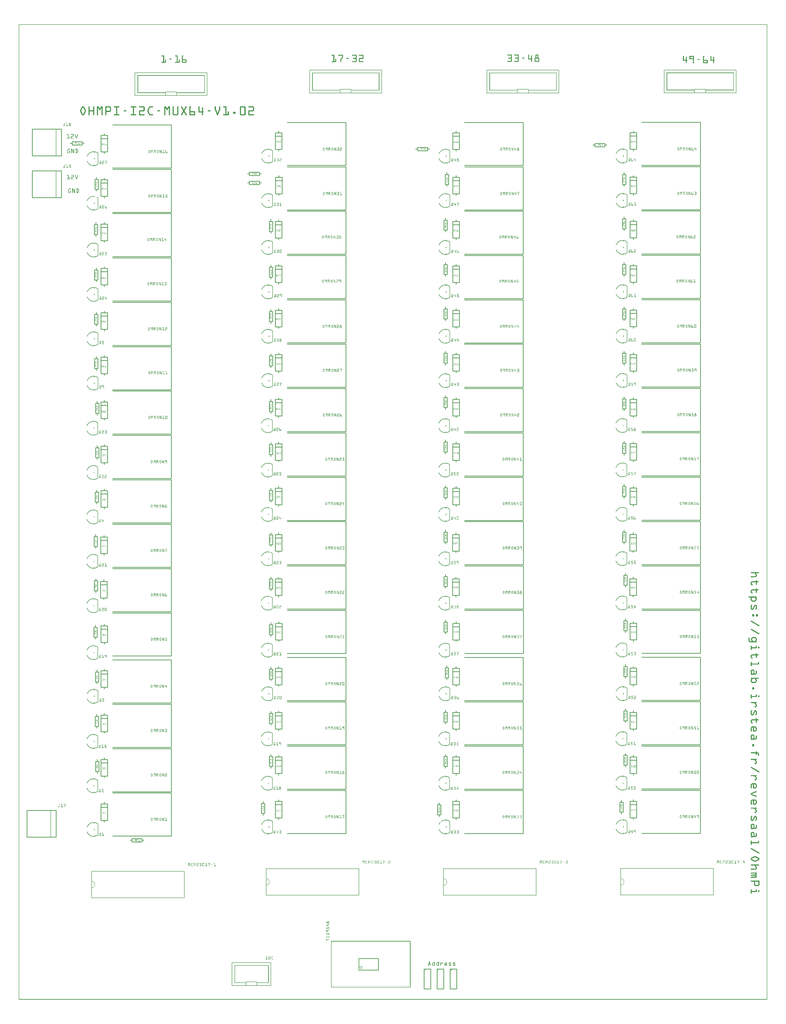
<source format=gto>
G04 MADE WITH FRITZING*
G04 WWW.FRITZING.ORG*
G04 DOUBLE SIDED*
G04 HOLES PLATED*
G04 CONTOUR ON CENTER OF CONTOUR VECTOR*
%ASAXBY*%
%FSLAX23Y23*%
%MOIN*%
%OFA0B0*%
%SFA1.0B1.0*%
%ADD10C,0.042000X0.03*%
%ADD11R,1.405916X0.405916X1.394084X0.394084*%
%ADD12C,0.005916*%
%ADD13R,0.595200X0.354200X0.579200X0.338200*%
%ADD14C,0.008000*%
%ADD15R,0.173200X0.063000X0.157200X0.047000*%
%ADD16R,1.095200X0.354200X1.079200X0.338200*%
%ADD17C,0.010000*%
%ADD18C,0.005000*%
%ADD19C,0.006000*%
%ADD20C,0.002000*%
%ADD21C,0.011102*%
%ADD22R,0.001000X0.001000*%
%LNSILK1*%
G90*
G70*
G54D10*
X5171Y486D03*
G54D12*
X9091Y1978D02*
X10491Y1978D01*
X10491Y1578D01*
X9091Y1578D01*
X9091Y1978D01*
D02*
X6415Y1975D02*
X7815Y1975D01*
X7815Y1575D01*
X6415Y1575D01*
X6415Y1975D01*
D02*
X3737Y1975D02*
X5137Y1975D01*
X5137Y1575D01*
X3737Y1575D01*
X3737Y1975D01*
D02*
X1100Y1937D02*
X2500Y1937D01*
X2500Y1537D01*
X1100Y1537D01*
X1100Y1937D01*
D02*
G54D14*
X3222Y559D02*
X3809Y559D01*
X3809Y213D01*
X3222Y213D01*
X3222Y559D01*
D02*
X3433Y268D02*
X3598Y268D01*
X3598Y213D01*
X3433Y213D01*
X3433Y268D01*
D02*
X9747Y14024D02*
X10834Y14024D01*
X10834Y13678D01*
X9747Y13678D01*
X9747Y14024D01*
D02*
X10208Y13733D02*
X10373Y13733D01*
X10373Y13678D01*
X10208Y13678D01*
X10208Y13733D01*
D02*
X7070Y14022D02*
X8158Y14022D01*
X8158Y13676D01*
X7070Y13676D01*
X7070Y14022D01*
D02*
X7531Y13731D02*
X7697Y13731D01*
X7697Y13676D01*
X7531Y13676D01*
X7531Y13731D01*
D02*
X4393Y14022D02*
X5480Y14022D01*
X5480Y13676D01*
X4393Y13676D01*
X4393Y14022D01*
D02*
X4854Y13731D02*
X5019Y13731D01*
X5019Y13676D01*
X4854Y13676D01*
X4854Y13731D01*
D02*
X1756Y13984D02*
X2843Y13984D01*
X2843Y13638D01*
X1756Y13638D01*
X1756Y13984D01*
D02*
X2217Y13693D02*
X2382Y13693D01*
X2382Y13638D01*
X2217Y13638D01*
X2217Y13693D01*
D02*
G54D17*
X1712Y2429D02*
X1862Y2429D01*
D02*
X1862Y2429D02*
X1862Y2379D01*
D02*
X1862Y2379D02*
X1712Y2379D01*
D02*
X1712Y2379D02*
X1712Y2429D01*
D02*
X9129Y2979D02*
X9129Y2829D01*
D02*
X9129Y2829D02*
X9079Y2829D01*
D02*
X9079Y2829D02*
X9079Y2979D01*
D02*
X9079Y2979D02*
X9129Y2979D01*
D02*
X9188Y3688D02*
X9188Y3538D01*
D02*
X9188Y3538D02*
X9138Y3538D01*
D02*
X9138Y3538D02*
X9138Y3688D01*
D02*
X9138Y3688D02*
X9188Y3688D01*
D02*
X9188Y4357D02*
X9188Y4207D01*
D02*
X9188Y4207D02*
X9138Y4207D01*
D02*
X9138Y4207D02*
X9138Y4357D01*
D02*
X9138Y4357D02*
X9188Y4357D01*
D02*
X9188Y5026D02*
X9188Y4876D01*
D02*
X9188Y4876D02*
X9138Y4876D01*
D02*
X9138Y4876D02*
X9138Y5026D01*
D02*
X9138Y5026D02*
X9188Y5026D01*
D02*
X9188Y5715D02*
X9188Y5565D01*
D02*
X9188Y5565D02*
X9138Y5565D01*
D02*
X9138Y5565D02*
X9138Y5715D01*
D02*
X9138Y5715D02*
X9188Y5715D01*
D02*
X9188Y6404D02*
X9188Y6254D01*
D02*
X9188Y6254D02*
X9138Y6254D01*
D02*
X9138Y6254D02*
X9138Y6404D01*
D02*
X9138Y6404D02*
X9188Y6404D01*
D02*
X9169Y7054D02*
X9169Y6904D01*
D02*
X9169Y6904D02*
X9119Y6904D01*
D02*
X9119Y6904D02*
X9119Y7054D01*
D02*
X9119Y7054D02*
X9169Y7054D01*
D02*
X9169Y7743D02*
X9169Y7593D01*
D02*
X9169Y7593D02*
X9119Y7593D01*
D02*
X9119Y7593D02*
X9119Y7743D01*
D02*
X9119Y7743D02*
X9169Y7743D01*
D02*
X9169Y8392D02*
X9169Y8242D01*
D02*
X9169Y8242D02*
X9119Y8242D01*
D02*
X9119Y8242D02*
X9119Y8392D01*
D02*
X9119Y8392D02*
X9169Y8392D01*
D02*
X9169Y9062D02*
X9169Y8912D01*
D02*
X9169Y8912D02*
X9119Y8912D01*
D02*
X9119Y8912D02*
X9119Y9062D01*
D02*
X9119Y9062D02*
X9169Y9062D01*
D02*
X9169Y9751D02*
X9169Y9601D01*
D02*
X9169Y9601D02*
X9119Y9601D01*
D02*
X9119Y9601D02*
X9119Y9751D01*
D02*
X9119Y9751D02*
X9169Y9751D01*
D02*
X9169Y10420D02*
X9169Y10270D01*
D02*
X9169Y10270D02*
X9119Y10270D01*
D02*
X9119Y10270D02*
X9119Y10420D01*
D02*
X9119Y10420D02*
X9169Y10420D01*
D02*
X9169Y11089D02*
X9169Y10939D01*
D02*
X9169Y10939D02*
X9119Y10939D01*
D02*
X9119Y10939D02*
X9119Y11089D01*
D02*
X9119Y11089D02*
X9169Y11089D01*
D02*
X9169Y11778D02*
X9169Y11628D01*
D02*
X9169Y11628D02*
X9119Y11628D01*
D02*
X9119Y11628D02*
X9119Y11778D01*
D02*
X9119Y11778D02*
X9169Y11778D01*
D02*
X9169Y12447D02*
X9169Y12297D01*
D02*
X9169Y12297D02*
X9119Y12297D01*
D02*
X9119Y12297D02*
X9119Y12447D01*
D02*
X9119Y12447D02*
X9169Y12447D01*
D02*
X8702Y12916D02*
X8852Y12916D01*
D02*
X8852Y12916D02*
X8852Y12866D01*
D02*
X8852Y12866D02*
X8702Y12866D01*
D02*
X8702Y12866D02*
X8702Y12916D01*
D02*
X6025Y12857D02*
X6175Y12857D01*
D02*
X6175Y12857D02*
X6175Y12807D01*
D02*
X6175Y12807D02*
X6025Y12807D01*
D02*
X6025Y12807D02*
X6025Y12857D01*
D02*
X6491Y12447D02*
X6491Y12297D01*
D02*
X6491Y12297D02*
X6441Y12297D01*
D02*
X6441Y12297D02*
X6441Y12447D01*
D02*
X6441Y12447D02*
X6491Y12447D01*
D02*
X6472Y11758D02*
X6472Y11608D01*
D02*
X6472Y11608D02*
X6422Y11608D01*
D02*
X6422Y11608D02*
X6422Y11758D01*
D02*
X6422Y11758D02*
X6472Y11758D01*
D02*
X6472Y11089D02*
X6472Y10939D01*
D02*
X6472Y10939D02*
X6422Y10939D01*
D02*
X6422Y10939D02*
X6422Y11089D01*
D02*
X6422Y11089D02*
X6472Y11089D01*
D02*
X6472Y10420D02*
X6472Y10270D01*
D02*
X6472Y10270D02*
X6422Y10270D01*
D02*
X6422Y10270D02*
X6422Y10420D01*
D02*
X6422Y10420D02*
X6472Y10420D01*
D02*
X6472Y9751D02*
X6472Y9601D01*
D02*
X6472Y9601D02*
X6422Y9601D01*
D02*
X6422Y9601D02*
X6422Y9751D01*
D02*
X6422Y9751D02*
X6472Y9751D01*
D02*
X6472Y9081D02*
X6472Y8931D01*
D02*
X6472Y8931D02*
X6422Y8931D01*
D02*
X6422Y8931D02*
X6422Y9081D01*
D02*
X6422Y9081D02*
X6472Y9081D01*
D02*
X6472Y8412D02*
X6472Y8262D01*
D02*
X6472Y8262D02*
X6422Y8262D01*
D02*
X6422Y8262D02*
X6422Y8412D01*
D02*
X6422Y8412D02*
X6472Y8412D01*
D02*
X6472Y7723D02*
X6472Y7573D01*
D02*
X6472Y7573D02*
X6422Y7573D01*
D02*
X6422Y7573D02*
X6422Y7723D01*
D02*
X6422Y7723D02*
X6472Y7723D01*
D02*
X6472Y7054D02*
X6472Y6904D01*
D02*
X6472Y6904D02*
X6422Y6904D01*
D02*
X6422Y6904D02*
X6422Y7054D01*
D02*
X6422Y7054D02*
X6472Y7054D01*
D02*
X6472Y6384D02*
X6472Y6234D01*
D02*
X6472Y6234D02*
X6422Y6234D01*
D02*
X6422Y6234D02*
X6422Y6384D01*
D02*
X6422Y6384D02*
X6472Y6384D01*
D02*
X6472Y5695D02*
X6472Y5545D01*
D02*
X6472Y5545D02*
X6422Y5545D01*
D02*
X6422Y5545D02*
X6422Y5695D01*
D02*
X6422Y5695D02*
X6472Y5695D01*
D02*
X6491Y5006D02*
X6491Y4856D01*
D02*
X6491Y4856D02*
X6441Y4856D01*
D02*
X6441Y4856D02*
X6441Y5006D01*
D02*
X6441Y5006D02*
X6491Y5006D01*
D02*
X6472Y4337D02*
X6472Y4187D01*
D02*
X6472Y4187D02*
X6422Y4187D01*
D02*
X6422Y4187D02*
X6422Y4337D01*
D02*
X6422Y4337D02*
X6472Y4337D01*
D02*
X6472Y3668D02*
X6472Y3518D01*
D02*
X6472Y3518D02*
X6422Y3518D01*
D02*
X6422Y3518D02*
X6422Y3668D01*
D02*
X6422Y3668D02*
X6472Y3668D01*
D02*
X6373Y2940D02*
X6373Y2790D01*
D02*
X6373Y2790D02*
X6323Y2790D01*
D02*
X6323Y2790D02*
X6323Y2940D01*
D02*
X6323Y2940D02*
X6373Y2940D01*
D02*
X3716Y2959D02*
X3716Y2809D01*
D02*
X3716Y2809D02*
X3666Y2809D01*
D02*
X3666Y2809D02*
X3666Y2959D01*
D02*
X3666Y2959D02*
X3716Y2959D01*
D02*
X3834Y3668D02*
X3834Y3518D01*
D02*
X3834Y3518D02*
X3784Y3518D01*
D02*
X3784Y3518D02*
X3784Y3668D01*
D02*
X3784Y3668D02*
X3834Y3668D01*
D02*
X3834Y4318D02*
X3834Y4168D01*
D02*
X3834Y4168D02*
X3784Y4168D01*
D02*
X3784Y4168D02*
X3784Y4318D01*
D02*
X3784Y4318D02*
X3834Y4318D01*
D02*
X3834Y4987D02*
X3834Y4837D01*
D02*
X3834Y4837D02*
X3784Y4837D01*
D02*
X3784Y4837D02*
X3784Y4987D01*
D02*
X3784Y4987D02*
X3834Y4987D01*
D02*
X3834Y5656D02*
X3834Y5506D01*
D02*
X3834Y5506D02*
X3784Y5506D01*
D02*
X3784Y5506D02*
X3784Y5656D01*
D02*
X3784Y5656D02*
X3834Y5656D01*
D02*
X3834Y6345D02*
X3834Y6195D01*
D02*
X3834Y6195D02*
X3784Y6195D01*
D02*
X3784Y6195D02*
X3784Y6345D01*
D02*
X3784Y6345D02*
X3834Y6345D01*
D02*
X3834Y7014D02*
X3834Y6864D01*
D02*
X3834Y6864D02*
X3784Y6864D01*
D02*
X3784Y6864D02*
X3784Y7014D01*
D02*
X3784Y7014D02*
X3834Y7014D01*
D02*
X3834Y7684D02*
X3834Y7534D01*
D02*
X3834Y7534D02*
X3784Y7534D01*
D02*
X3784Y7534D02*
X3784Y7684D01*
D02*
X3784Y7684D02*
X3834Y7684D01*
D02*
X3834Y8373D02*
X3834Y8223D01*
D02*
X3834Y8223D02*
X3784Y8223D01*
D02*
X3784Y8223D02*
X3784Y8373D01*
D02*
X3784Y8373D02*
X3834Y8373D01*
D02*
X3834Y9022D02*
X3834Y8872D01*
D02*
X3834Y8872D02*
X3784Y8872D01*
D02*
X3784Y8872D02*
X3784Y9022D01*
D02*
X3784Y9022D02*
X3834Y9022D01*
D02*
X3834Y9711D02*
X3834Y9561D01*
D02*
X3834Y9561D02*
X3784Y9561D01*
D02*
X3784Y9561D02*
X3784Y9711D01*
D02*
X3784Y9711D02*
X3834Y9711D01*
D02*
X3834Y10380D02*
X3834Y10230D01*
D02*
X3834Y10230D02*
X3784Y10230D01*
D02*
X3784Y10230D02*
X3784Y10380D01*
D02*
X3784Y10380D02*
X3834Y10380D01*
D02*
X3486Y12345D02*
X3636Y12345D01*
D02*
X3636Y12345D02*
X3636Y12295D01*
D02*
X3636Y12295D02*
X3486Y12295D01*
D02*
X3486Y12295D02*
X3486Y12345D01*
D02*
X3834Y11050D02*
X3834Y10900D01*
D02*
X3834Y10900D02*
X3784Y10900D01*
D02*
X3784Y10900D02*
X3784Y11050D01*
D02*
X3784Y11050D02*
X3834Y11050D01*
D02*
X3834Y11739D02*
X3834Y11589D01*
D02*
X3834Y11589D02*
X3784Y11589D01*
D02*
X3784Y11589D02*
X3784Y11739D01*
D02*
X3784Y11739D02*
X3834Y11739D01*
D02*
X3486Y12483D02*
X3636Y12483D01*
D02*
X3636Y12483D02*
X3636Y12433D01*
D02*
X3636Y12433D02*
X3486Y12433D01*
D02*
X3486Y12433D02*
X3486Y12483D01*
D02*
X807Y12941D02*
X957Y12941D01*
D02*
X957Y12941D02*
X957Y12891D01*
D02*
X957Y12891D02*
X807Y12891D01*
D02*
X807Y12891D02*
X807Y12941D01*
D02*
X1150Y12223D02*
X1150Y12373D01*
D02*
X1150Y12373D02*
X1200Y12373D01*
D02*
X1200Y12373D02*
X1200Y12223D01*
D02*
X1200Y12223D02*
X1150Y12223D01*
D02*
X1142Y11542D02*
X1142Y11692D01*
D02*
X1142Y11692D02*
X1192Y11692D01*
D02*
X1192Y11692D02*
X1192Y11542D01*
D02*
X1192Y11542D02*
X1142Y11542D01*
D02*
X1146Y10857D02*
X1146Y11007D01*
D02*
X1146Y11007D02*
X1196Y11007D01*
D02*
X1196Y11007D02*
X1196Y10857D01*
D02*
X1196Y10857D02*
X1146Y10857D01*
D02*
X1146Y10188D02*
X1146Y10338D01*
D02*
X1146Y10338D02*
X1196Y10338D01*
D02*
X1196Y10338D02*
X1196Y10188D01*
D02*
X1196Y10188D02*
X1146Y10188D01*
D02*
X1146Y9518D02*
X1146Y9668D01*
D02*
X1146Y9668D02*
X1196Y9668D01*
D02*
X1196Y9668D02*
X1196Y9518D01*
D02*
X1196Y9518D02*
X1146Y9518D01*
D02*
X1161Y8845D02*
X1161Y8995D01*
D02*
X1161Y8995D02*
X1211Y8995D01*
D02*
X1211Y8995D02*
X1211Y8845D01*
D02*
X1211Y8845D02*
X1161Y8845D01*
D02*
X1161Y8176D02*
X1161Y8326D01*
D02*
X1161Y8326D02*
X1211Y8326D01*
D02*
X1211Y8326D02*
X1211Y8176D01*
D02*
X1211Y8176D02*
X1161Y8176D01*
D02*
X1153Y7507D02*
X1153Y7657D01*
D02*
X1153Y7657D02*
X1203Y7657D01*
D02*
X1203Y7657D02*
X1203Y7507D01*
D02*
X1203Y7507D02*
X1153Y7507D01*
D02*
X1138Y6837D02*
X1138Y6987D01*
D02*
X1138Y6987D02*
X1188Y6987D01*
D02*
X1188Y6987D02*
X1188Y6837D01*
D02*
X1188Y6837D02*
X1138Y6837D01*
D02*
X1142Y6168D02*
X1142Y6318D01*
D02*
X1142Y6318D02*
X1192Y6318D01*
D02*
X1192Y6318D02*
X1192Y6168D01*
D02*
X1192Y6168D02*
X1142Y6168D01*
D02*
X1134Y5467D02*
X1134Y5617D01*
D02*
X1134Y5617D02*
X1184Y5617D01*
D02*
X1184Y5617D02*
X1184Y5467D01*
D02*
X1184Y5467D02*
X1134Y5467D01*
D02*
X1157Y4794D02*
X1157Y4944D01*
D02*
X1157Y4944D02*
X1207Y4944D01*
D02*
X1207Y4944D02*
X1207Y4794D01*
D02*
X1207Y4794D02*
X1157Y4794D01*
D02*
X1161Y3442D02*
X1161Y3592D01*
D02*
X1161Y3592D02*
X1211Y3592D01*
D02*
X1211Y3592D02*
X1211Y3442D01*
D02*
X1211Y3442D02*
X1161Y3442D01*
D02*
X1153Y4123D02*
X1153Y4273D01*
D02*
X1153Y4273D02*
X1203Y4273D01*
D02*
X1203Y4273D02*
X1203Y4123D01*
D02*
X1203Y4123D02*
X1153Y4123D01*
D02*
X6515Y463D02*
X6515Y163D01*
D02*
X6515Y163D02*
X6615Y163D01*
D02*
X6615Y163D02*
X6615Y463D01*
D02*
X6615Y463D02*
X6515Y463D01*
G54D18*
D02*
X6515Y428D02*
X6550Y463D01*
G54D17*
D02*
X6319Y463D02*
X6319Y163D01*
D02*
X6319Y163D02*
X6419Y163D01*
D02*
X6419Y163D02*
X6419Y463D01*
D02*
X6419Y463D02*
X6319Y463D01*
D02*
X6122Y463D02*
X6122Y163D01*
D02*
X6122Y163D02*
X6222Y163D01*
D02*
X6222Y163D02*
X6222Y463D01*
D02*
X6222Y463D02*
X6122Y463D01*
G54D19*
D02*
X5136Y444D02*
X5436Y444D01*
D02*
X5436Y624D02*
X5436Y444D01*
D02*
X5436Y624D02*
X5136Y624D01*
D02*
X5136Y444D02*
X5136Y624D01*
G54D20*
D02*
X5145Y453D02*
X5427Y453D01*
D02*
X5427Y615D02*
X5427Y453D01*
D02*
X5427Y615D02*
X5145Y615D01*
D02*
X5145Y453D02*
X5145Y615D01*
G54D17*
D02*
X126Y2857D02*
X126Y2453D01*
D02*
X126Y2453D02*
X566Y2453D01*
D02*
X566Y2453D02*
X566Y2857D01*
D02*
X566Y2857D02*
X126Y2857D01*
G54D18*
D02*
X486Y2453D02*
X486Y2857D01*
G54D14*
D02*
X9188Y12643D02*
X9188Y12808D01*
D02*
X6512Y12641D02*
X6512Y12806D01*
D02*
X3834Y12641D02*
X3834Y12806D01*
D02*
X9188Y11973D02*
X9188Y12137D01*
D02*
X6512Y11970D02*
X6512Y12135D01*
D02*
X3834Y11970D02*
X3834Y12135D01*
D02*
X1197Y12603D02*
X1197Y12768D01*
D02*
X1198Y11932D02*
X1198Y12097D01*
D02*
X9188Y11265D02*
X9188Y11430D01*
D02*
X6512Y11263D02*
X6512Y11428D01*
D02*
X3834Y11263D02*
X3834Y11428D01*
D02*
X1197Y11225D02*
X1197Y11390D01*
D02*
X9188Y10596D02*
X9188Y10761D01*
D02*
X6512Y10594D02*
X6512Y10758D01*
D02*
X3834Y10594D02*
X3834Y10759D01*
D02*
X1197Y10556D02*
X1197Y10721D01*
D02*
X9188Y9257D02*
X9188Y9422D01*
D02*
X6512Y9255D02*
X6512Y9420D01*
D02*
X3834Y9255D02*
X3834Y9420D01*
D02*
X1197Y9217D02*
X1197Y9382D01*
D02*
X9188Y9927D02*
X9188Y10092D01*
D02*
X6512Y9924D02*
X6512Y10089D01*
D02*
X3834Y9924D02*
X3834Y10089D01*
D02*
X1197Y9886D02*
X1197Y10051D01*
D02*
X9184Y7239D02*
X9184Y7404D01*
D02*
X6508Y7236D02*
X6508Y7401D01*
D02*
X3830Y7237D02*
X3830Y7402D01*
D02*
X1194Y7199D02*
X1194Y7363D01*
D02*
X9184Y8577D02*
X9184Y8742D01*
D02*
X6508Y8575D02*
X6508Y8740D01*
D02*
X3830Y8575D02*
X3830Y8740D01*
D02*
X1194Y8537D02*
X1194Y8702D01*
D02*
X9184Y7908D02*
X9184Y8073D01*
D02*
X6508Y7906D02*
X6508Y8071D01*
D02*
X3830Y7906D02*
X3830Y8071D01*
D02*
X1194Y7868D02*
X1194Y8033D01*
D02*
X9184Y6570D02*
X9184Y6734D01*
D02*
X6508Y6567D02*
X6508Y6732D01*
D02*
X3830Y6567D02*
X3830Y6732D01*
D02*
X1194Y6529D02*
X1194Y6694D01*
D02*
X9184Y5900D02*
X9184Y6065D01*
D02*
X6508Y5898D02*
X6508Y6063D01*
D02*
X3830Y5898D02*
X3830Y6063D01*
D02*
X1194Y5860D02*
X1194Y6025D01*
D02*
X9184Y5192D02*
X9184Y5356D01*
D02*
X6508Y5189D02*
X6508Y5354D01*
D02*
X3830Y5189D02*
X3830Y5354D01*
D02*
X1194Y5151D02*
X1194Y5316D01*
D02*
X9188Y4533D02*
X9188Y4698D01*
D02*
X6512Y4531D02*
X6512Y4696D01*
D02*
X3834Y4531D02*
X3834Y4696D01*
D02*
X1197Y4493D02*
X1197Y4658D01*
D02*
X9184Y3853D02*
X9184Y4018D01*
D02*
X6508Y3851D02*
X6508Y4016D01*
D02*
X3830Y3851D02*
X3830Y4016D01*
D02*
X1194Y3813D02*
X1194Y3978D01*
D02*
X9184Y3184D02*
X9184Y3349D01*
D02*
X6508Y3181D02*
X6508Y3346D01*
D02*
X3830Y3181D02*
X3830Y3346D01*
D02*
X1194Y3143D02*
X1194Y3308D01*
D02*
X9188Y2525D02*
X9188Y2690D01*
D02*
X6512Y2523D02*
X6512Y2688D01*
D02*
X3834Y2523D02*
X3834Y2688D01*
D02*
X1197Y2485D02*
X1197Y2650D01*
G54D17*
D02*
X9230Y11071D02*
X9230Y11021D01*
D02*
X9230Y11021D02*
X9230Y10821D01*
D02*
X9230Y10821D02*
X9280Y10821D01*
D02*
X9280Y10821D02*
X9330Y10821D01*
D02*
X9330Y10821D02*
X9330Y11021D01*
D02*
X9330Y11021D02*
X9330Y11071D01*
D02*
X9330Y11071D02*
X9280Y11071D01*
D02*
X9280Y11071D02*
X9230Y11071D01*
D02*
X9230Y11021D02*
X9330Y11021D01*
D02*
X9280Y10821D02*
X9280Y10796D01*
D02*
X9280Y11071D02*
X9280Y11096D01*
D02*
X6554Y11069D02*
X6554Y11019D01*
D02*
X6554Y11019D02*
X6554Y10819D01*
D02*
X6554Y10819D02*
X6604Y10819D01*
D02*
X6604Y10819D02*
X6654Y10819D01*
D02*
X6654Y10819D02*
X6654Y11019D01*
D02*
X6654Y11019D02*
X6654Y11069D01*
D02*
X6654Y11069D02*
X6604Y11069D01*
D02*
X6604Y11069D02*
X6554Y11069D01*
D02*
X6554Y11019D02*
X6654Y11019D01*
D02*
X6604Y10819D02*
X6604Y10794D01*
D02*
X6604Y11069D02*
X6604Y11094D01*
D02*
X3876Y11069D02*
X3876Y11019D01*
D02*
X3876Y11019D02*
X3876Y10819D01*
D02*
X3876Y10819D02*
X3926Y10819D01*
D02*
X3926Y10819D02*
X3976Y10819D01*
D02*
X3976Y10819D02*
X3976Y11019D01*
D02*
X3976Y11019D02*
X3976Y11069D01*
D02*
X3976Y11069D02*
X3926Y11069D01*
D02*
X3926Y11069D02*
X3876Y11069D01*
D02*
X3876Y11019D02*
X3976Y11019D01*
D02*
X3926Y10819D02*
X3926Y10794D01*
D02*
X3926Y11069D02*
X3926Y11094D01*
D02*
X1240Y11031D02*
X1240Y10981D01*
D02*
X1240Y10981D02*
X1240Y10781D01*
D02*
X1240Y10781D02*
X1290Y10781D01*
D02*
X1290Y10781D02*
X1340Y10781D01*
D02*
X1340Y10781D02*
X1340Y10981D01*
D02*
X1340Y10981D02*
X1340Y11031D01*
D02*
X1340Y11031D02*
X1290Y11031D01*
D02*
X1290Y11031D02*
X1240Y11031D01*
D02*
X1240Y10981D02*
X1340Y10981D01*
D02*
X1290Y10781D02*
X1290Y10756D01*
D02*
X1290Y11031D02*
X1290Y11056D01*
D02*
X9230Y10402D02*
X9230Y10352D01*
D02*
X9230Y10352D02*
X9230Y10152D01*
D02*
X9230Y10152D02*
X9280Y10152D01*
D02*
X9280Y10152D02*
X9330Y10152D01*
D02*
X9330Y10152D02*
X9330Y10352D01*
D02*
X9330Y10352D02*
X9330Y10402D01*
D02*
X9330Y10402D02*
X9280Y10402D01*
D02*
X9280Y10402D02*
X9230Y10402D01*
D02*
X9230Y10352D02*
X9330Y10352D01*
D02*
X9280Y10152D02*
X9280Y10127D01*
D02*
X9280Y10402D02*
X9280Y10427D01*
D02*
X6554Y10400D02*
X6554Y10350D01*
D02*
X6554Y10350D02*
X6554Y10150D01*
D02*
X6554Y10150D02*
X6604Y10150D01*
D02*
X6604Y10150D02*
X6654Y10150D01*
D02*
X6654Y10150D02*
X6654Y10350D01*
D02*
X6654Y10350D02*
X6654Y10400D01*
D02*
X6654Y10400D02*
X6604Y10400D01*
D02*
X6604Y10400D02*
X6554Y10400D01*
D02*
X6554Y10350D02*
X6654Y10350D01*
D02*
X6604Y10150D02*
X6604Y10125D01*
D02*
X6604Y10400D02*
X6604Y10425D01*
D02*
X3876Y10400D02*
X3876Y10350D01*
D02*
X3876Y10350D02*
X3876Y10150D01*
D02*
X3876Y10150D02*
X3926Y10150D01*
D02*
X3926Y10150D02*
X3976Y10150D01*
D02*
X3976Y10150D02*
X3976Y10350D01*
D02*
X3976Y10350D02*
X3976Y10400D01*
D02*
X3976Y10400D02*
X3926Y10400D01*
D02*
X3926Y10400D02*
X3876Y10400D01*
D02*
X3876Y10350D02*
X3976Y10350D01*
D02*
X3926Y10150D02*
X3926Y10125D01*
D02*
X3926Y10400D02*
X3926Y10425D01*
D02*
X1240Y10362D02*
X1240Y10312D01*
D02*
X1240Y10312D02*
X1240Y10112D01*
D02*
X1240Y10112D02*
X1290Y10112D01*
D02*
X1290Y10112D02*
X1340Y10112D01*
D02*
X1340Y10112D02*
X1340Y10312D01*
D02*
X1340Y10312D02*
X1340Y10362D01*
D02*
X1340Y10362D02*
X1290Y10362D01*
D02*
X1290Y10362D02*
X1240Y10362D01*
D02*
X1240Y10312D02*
X1340Y10312D01*
D02*
X1290Y10112D02*
X1290Y10087D01*
D02*
X1290Y10362D02*
X1290Y10387D01*
D02*
X9230Y13079D02*
X9230Y13029D01*
D02*
X9230Y13029D02*
X9230Y12829D01*
D02*
X9230Y12829D02*
X9280Y12829D01*
D02*
X9280Y12829D02*
X9330Y12829D01*
D02*
X9330Y12829D02*
X9330Y13029D01*
D02*
X9330Y13029D02*
X9330Y13079D01*
D02*
X9330Y13079D02*
X9280Y13079D01*
D02*
X9280Y13079D02*
X9230Y13079D01*
D02*
X9230Y13029D02*
X9330Y13029D01*
D02*
X9280Y12829D02*
X9280Y12804D01*
D02*
X9280Y13079D02*
X9280Y13104D01*
D02*
X6554Y13077D02*
X6554Y13027D01*
D02*
X6554Y13027D02*
X6554Y12827D01*
D02*
X6554Y12827D02*
X6604Y12827D01*
D02*
X6604Y12827D02*
X6654Y12827D01*
D02*
X6654Y12827D02*
X6654Y13027D01*
D02*
X6654Y13027D02*
X6654Y13077D01*
D02*
X6654Y13077D02*
X6604Y13077D01*
D02*
X6604Y13077D02*
X6554Y13077D01*
D02*
X6554Y13027D02*
X6654Y13027D01*
D02*
X6604Y12827D02*
X6604Y12802D01*
D02*
X6604Y13077D02*
X6604Y13102D01*
D02*
X3876Y13077D02*
X3876Y13027D01*
D02*
X3876Y13027D02*
X3876Y12827D01*
D02*
X3876Y12827D02*
X3926Y12827D01*
D02*
X3926Y12827D02*
X3976Y12827D01*
D02*
X3976Y12827D02*
X3976Y13027D01*
D02*
X3976Y13027D02*
X3976Y13077D01*
D02*
X3976Y13077D02*
X3926Y13077D01*
D02*
X3926Y13077D02*
X3876Y13077D01*
D02*
X3876Y13027D02*
X3976Y13027D01*
D02*
X3926Y12827D02*
X3926Y12802D01*
D02*
X3926Y13077D02*
X3926Y13102D01*
D02*
X9231Y12409D02*
X9231Y12359D01*
D02*
X9231Y12359D02*
X9231Y12159D01*
D02*
X9231Y12159D02*
X9281Y12159D01*
D02*
X9281Y12159D02*
X9331Y12159D01*
D02*
X9331Y12159D02*
X9331Y12359D01*
D02*
X9331Y12359D02*
X9331Y12409D01*
D02*
X9331Y12409D02*
X9281Y12409D01*
D02*
X9281Y12409D02*
X9231Y12409D01*
D02*
X9231Y12359D02*
X9331Y12359D01*
D02*
X9281Y12159D02*
X9281Y12134D01*
D02*
X9281Y12409D02*
X9281Y12434D01*
D02*
X6555Y12406D02*
X6555Y12356D01*
D02*
X6555Y12356D02*
X6555Y12156D01*
D02*
X6555Y12156D02*
X6605Y12156D01*
D02*
X6605Y12156D02*
X6655Y12156D01*
D02*
X6655Y12156D02*
X6655Y12356D01*
D02*
X6655Y12356D02*
X6655Y12406D01*
D02*
X6655Y12406D02*
X6605Y12406D01*
D02*
X6605Y12406D02*
X6555Y12406D01*
D02*
X6555Y12356D02*
X6655Y12356D01*
D02*
X6605Y12156D02*
X6605Y12131D01*
D02*
X6605Y12406D02*
X6605Y12431D01*
D02*
X3877Y12406D02*
X3877Y12356D01*
D02*
X3877Y12356D02*
X3877Y12156D01*
D02*
X3877Y12156D02*
X3927Y12156D01*
D02*
X3927Y12156D02*
X3977Y12156D01*
D02*
X3977Y12156D02*
X3977Y12356D01*
D02*
X3977Y12356D02*
X3977Y12406D01*
D02*
X3977Y12406D02*
X3927Y12406D01*
D02*
X3927Y12406D02*
X3877Y12406D01*
D02*
X3877Y12356D02*
X3977Y12356D01*
D02*
X3927Y12156D02*
X3927Y12131D01*
D02*
X3927Y12406D02*
X3927Y12431D01*
D02*
X1240Y13039D02*
X1240Y12989D01*
D02*
X1240Y12989D02*
X1240Y12789D01*
D02*
X1240Y12789D02*
X1290Y12789D01*
D02*
X1290Y12789D02*
X1340Y12789D01*
D02*
X1340Y12789D02*
X1340Y12989D01*
D02*
X1340Y12989D02*
X1340Y13039D01*
D02*
X1340Y13039D02*
X1290Y13039D01*
D02*
X1290Y13039D02*
X1240Y13039D01*
D02*
X1240Y12989D02*
X1340Y12989D01*
D02*
X1290Y12789D02*
X1290Y12764D01*
D02*
X1290Y13039D02*
X1290Y13064D01*
D02*
X1240Y12368D02*
X1240Y12318D01*
D02*
X1240Y12318D02*
X1240Y12118D01*
D02*
X1240Y12118D02*
X1290Y12118D01*
D02*
X1290Y12118D02*
X1340Y12118D01*
D02*
X1340Y12118D02*
X1340Y12318D01*
D02*
X1340Y12318D02*
X1340Y12368D01*
D02*
X1340Y12368D02*
X1290Y12368D01*
D02*
X1290Y12368D02*
X1240Y12368D01*
D02*
X1240Y12318D02*
X1340Y12318D01*
D02*
X1290Y12118D02*
X1290Y12093D01*
D02*
X1290Y12368D02*
X1290Y12393D01*
D02*
X9230Y11741D02*
X9230Y11691D01*
D02*
X9230Y11691D02*
X9230Y11491D01*
D02*
X9230Y11491D02*
X9280Y11491D01*
D02*
X9280Y11491D02*
X9330Y11491D01*
D02*
X9330Y11491D02*
X9330Y11691D01*
D02*
X9330Y11691D02*
X9330Y11741D01*
D02*
X9330Y11741D02*
X9280Y11741D01*
D02*
X9280Y11741D02*
X9230Y11741D01*
D02*
X9230Y11691D02*
X9330Y11691D01*
D02*
X9280Y11491D02*
X9280Y11466D01*
D02*
X9280Y11741D02*
X9280Y11766D01*
D02*
X6554Y11738D02*
X6554Y11688D01*
D02*
X6554Y11688D02*
X6554Y11488D01*
D02*
X6554Y11488D02*
X6604Y11488D01*
D02*
X6604Y11488D02*
X6654Y11488D01*
D02*
X6654Y11488D02*
X6654Y11688D01*
D02*
X6654Y11688D02*
X6654Y11738D01*
D02*
X6654Y11738D02*
X6604Y11738D01*
D02*
X6604Y11738D02*
X6554Y11738D01*
D02*
X6554Y11688D02*
X6654Y11688D01*
D02*
X6604Y11488D02*
X6604Y11463D01*
D02*
X6604Y11738D02*
X6604Y11763D01*
D02*
X3876Y11739D02*
X3876Y11689D01*
D02*
X3876Y11689D02*
X3876Y11489D01*
D02*
X3876Y11489D02*
X3926Y11489D01*
D02*
X3926Y11489D02*
X3976Y11489D01*
D02*
X3976Y11489D02*
X3976Y11689D01*
D02*
X3976Y11689D02*
X3976Y11739D01*
D02*
X3976Y11739D02*
X3926Y11739D01*
D02*
X3926Y11739D02*
X3876Y11739D01*
D02*
X3876Y11689D02*
X3976Y11689D01*
D02*
X3926Y11489D02*
X3926Y11464D01*
D02*
X3926Y11739D02*
X3926Y11764D01*
D02*
X1240Y11700D02*
X1240Y11650D01*
D02*
X1240Y11650D02*
X1240Y11450D01*
D02*
X1240Y11450D02*
X1290Y11450D01*
D02*
X1290Y11450D02*
X1340Y11450D01*
D02*
X1340Y11450D02*
X1340Y11650D01*
D02*
X1340Y11650D02*
X1340Y11700D01*
D02*
X1340Y11700D02*
X1290Y11700D01*
D02*
X1290Y11700D02*
X1240Y11700D01*
D02*
X1240Y11650D02*
X1340Y11650D01*
D02*
X1290Y11450D02*
X1290Y11425D01*
D02*
X1290Y11700D02*
X1290Y11725D01*
D02*
X9230Y9057D02*
X9230Y9007D01*
D02*
X9230Y9007D02*
X9230Y8807D01*
D02*
X9230Y8807D02*
X9280Y8807D01*
D02*
X9280Y8807D02*
X9330Y8807D01*
D02*
X9330Y8807D02*
X9330Y9007D01*
D02*
X9330Y9007D02*
X9330Y9057D01*
D02*
X9330Y9057D02*
X9280Y9057D01*
D02*
X9280Y9057D02*
X9230Y9057D01*
D02*
X9230Y9007D02*
X9330Y9007D01*
D02*
X9280Y8807D02*
X9280Y8782D01*
D02*
X9280Y9057D02*
X9280Y9082D01*
D02*
X6554Y9055D02*
X6554Y9005D01*
D02*
X6554Y9005D02*
X6554Y8805D01*
D02*
X6554Y8805D02*
X6604Y8805D01*
D02*
X6604Y8805D02*
X6654Y8805D01*
D02*
X6654Y8805D02*
X6654Y9005D01*
D02*
X6654Y9005D02*
X6654Y9055D01*
D02*
X6654Y9055D02*
X6604Y9055D01*
D02*
X6604Y9055D02*
X6554Y9055D01*
D02*
X6554Y9005D02*
X6654Y9005D01*
D02*
X6604Y8805D02*
X6604Y8780D01*
D02*
X6604Y9055D02*
X6604Y9080D01*
D02*
X3876Y9055D02*
X3876Y9005D01*
D02*
X3876Y9005D02*
X3876Y8805D01*
D02*
X3876Y8805D02*
X3926Y8805D01*
D02*
X3926Y8805D02*
X3976Y8805D01*
D02*
X3976Y8805D02*
X3976Y9005D01*
D02*
X3976Y9005D02*
X3976Y9055D01*
D02*
X3976Y9055D02*
X3926Y9055D01*
D02*
X3926Y9055D02*
X3876Y9055D01*
D02*
X3876Y9005D02*
X3976Y9005D01*
D02*
X3926Y8805D02*
X3926Y8780D01*
D02*
X3926Y9055D02*
X3926Y9080D01*
D02*
X1240Y9017D02*
X1240Y8967D01*
D02*
X1240Y8967D02*
X1240Y8767D01*
D02*
X1240Y8767D02*
X1290Y8767D01*
D02*
X1290Y8767D02*
X1340Y8767D01*
D02*
X1340Y8767D02*
X1340Y8967D01*
D02*
X1340Y8967D02*
X1340Y9017D01*
D02*
X1340Y9017D02*
X1290Y9017D01*
D02*
X1290Y9017D02*
X1240Y9017D01*
D02*
X1240Y8967D02*
X1340Y8967D01*
D02*
X1290Y8767D02*
X1290Y8742D01*
D02*
X1290Y9017D02*
X1290Y9042D01*
D02*
X9230Y7719D02*
X9230Y7669D01*
D02*
X9230Y7669D02*
X9230Y7469D01*
D02*
X9230Y7469D02*
X9280Y7469D01*
D02*
X9280Y7469D02*
X9330Y7469D01*
D02*
X9330Y7469D02*
X9330Y7669D01*
D02*
X9330Y7669D02*
X9330Y7719D01*
D02*
X9330Y7719D02*
X9280Y7719D01*
D02*
X9280Y7719D02*
X9230Y7719D01*
D02*
X9230Y7669D02*
X9330Y7669D01*
D02*
X9280Y7469D02*
X9280Y7444D01*
D02*
X9280Y7719D02*
X9280Y7744D01*
D02*
X6554Y7716D02*
X6554Y7666D01*
D02*
X6554Y7666D02*
X6554Y7466D01*
D02*
X6554Y7466D02*
X6604Y7466D01*
D02*
X6604Y7466D02*
X6654Y7466D01*
D02*
X6654Y7466D02*
X6654Y7666D01*
D02*
X6654Y7666D02*
X6654Y7716D01*
D02*
X6654Y7716D02*
X6604Y7716D01*
D02*
X6604Y7716D02*
X6554Y7716D01*
D02*
X6554Y7666D02*
X6654Y7666D01*
D02*
X6604Y7466D02*
X6604Y7441D01*
D02*
X6604Y7716D02*
X6604Y7741D01*
D02*
X3876Y7716D02*
X3876Y7666D01*
D02*
X3876Y7666D02*
X3876Y7466D01*
D02*
X3876Y7466D02*
X3926Y7466D01*
D02*
X3926Y7466D02*
X3976Y7466D01*
D02*
X3976Y7466D02*
X3976Y7666D01*
D02*
X3976Y7666D02*
X3976Y7716D01*
D02*
X3976Y7716D02*
X3926Y7716D01*
D02*
X3926Y7716D02*
X3876Y7716D01*
D02*
X3876Y7666D02*
X3976Y7666D01*
D02*
X3926Y7466D02*
X3926Y7441D01*
D02*
X3926Y7716D02*
X3926Y7741D01*
D02*
X1240Y7678D02*
X1240Y7628D01*
D02*
X1240Y7628D02*
X1240Y7428D01*
D02*
X1240Y7428D02*
X1290Y7428D01*
D02*
X1290Y7428D02*
X1340Y7428D01*
D02*
X1340Y7428D02*
X1340Y7628D01*
D02*
X1340Y7628D02*
X1340Y7678D01*
D02*
X1340Y7678D02*
X1290Y7678D01*
D02*
X1290Y7678D02*
X1240Y7678D01*
D02*
X1240Y7628D02*
X1340Y7628D01*
D02*
X1290Y7428D02*
X1290Y7403D01*
D02*
X1290Y7678D02*
X1290Y7703D01*
D02*
X9230Y9733D02*
X9230Y9683D01*
D02*
X9230Y9683D02*
X9230Y9483D01*
D02*
X9230Y9483D02*
X9280Y9483D01*
D02*
X9280Y9483D02*
X9330Y9483D01*
D02*
X9330Y9483D02*
X9330Y9683D01*
D02*
X9330Y9683D02*
X9330Y9733D01*
D02*
X9330Y9733D02*
X9280Y9733D01*
D02*
X9280Y9733D02*
X9230Y9733D01*
D02*
X9230Y9683D02*
X9330Y9683D01*
D02*
X9280Y9483D02*
X9280Y9458D01*
D02*
X9280Y9733D02*
X9280Y9758D01*
D02*
X6554Y9731D02*
X6554Y9681D01*
D02*
X6554Y9681D02*
X6554Y9481D01*
D02*
X6554Y9481D02*
X6604Y9481D01*
D02*
X6604Y9481D02*
X6654Y9481D01*
D02*
X6654Y9481D02*
X6654Y9681D01*
D02*
X6654Y9681D02*
X6654Y9731D01*
D02*
X6654Y9731D02*
X6604Y9731D01*
D02*
X6604Y9731D02*
X6554Y9731D01*
D02*
X6554Y9681D02*
X6654Y9681D01*
D02*
X6604Y9481D02*
X6604Y9456D01*
D02*
X6604Y9731D02*
X6604Y9756D01*
D02*
X3876Y9731D02*
X3876Y9681D01*
D02*
X3876Y9681D02*
X3876Y9481D01*
D02*
X3876Y9481D02*
X3926Y9481D01*
D02*
X3926Y9481D02*
X3976Y9481D01*
D02*
X3976Y9481D02*
X3976Y9681D01*
D02*
X3976Y9681D02*
X3976Y9731D01*
D02*
X3976Y9731D02*
X3926Y9731D01*
D02*
X3926Y9731D02*
X3876Y9731D01*
D02*
X3876Y9681D02*
X3976Y9681D01*
D02*
X3926Y9481D02*
X3926Y9456D01*
D02*
X3926Y9731D02*
X3926Y9756D01*
D02*
X1240Y9693D02*
X1240Y9643D01*
D02*
X1240Y9643D02*
X1240Y9443D01*
D02*
X1240Y9443D02*
X1290Y9443D01*
D02*
X1290Y9443D02*
X1340Y9443D01*
D02*
X1340Y9443D02*
X1340Y9643D01*
D02*
X1340Y9643D02*
X1340Y9693D01*
D02*
X1340Y9693D02*
X1290Y9693D01*
D02*
X1290Y9693D02*
X1240Y9693D01*
D02*
X1240Y9643D02*
X1340Y9643D01*
D02*
X1290Y9443D02*
X1290Y9418D01*
D02*
X1290Y9693D02*
X1290Y9718D01*
D02*
X9230Y8388D02*
X9230Y8338D01*
D02*
X9230Y8338D02*
X9230Y8138D01*
D02*
X9230Y8138D02*
X9280Y8138D01*
D02*
X9280Y8138D02*
X9330Y8138D01*
D02*
X9330Y8138D02*
X9330Y8338D01*
D02*
X9330Y8338D02*
X9330Y8388D01*
D02*
X9330Y8388D02*
X9280Y8388D01*
D02*
X9280Y8388D02*
X9230Y8388D01*
D02*
X9230Y8338D02*
X9330Y8338D01*
D02*
X9280Y8138D02*
X9280Y8113D01*
D02*
X9280Y8388D02*
X9280Y8413D01*
D02*
X6554Y8386D02*
X6554Y8336D01*
D02*
X6554Y8336D02*
X6554Y8136D01*
D02*
X6554Y8136D02*
X6604Y8136D01*
D02*
X6604Y8136D02*
X6654Y8136D01*
D02*
X6654Y8136D02*
X6654Y8336D01*
D02*
X6654Y8336D02*
X6654Y8386D01*
D02*
X6654Y8386D02*
X6604Y8386D01*
D02*
X6604Y8386D02*
X6554Y8386D01*
D02*
X6554Y8336D02*
X6654Y8336D01*
D02*
X6604Y8136D02*
X6604Y8111D01*
D02*
X6604Y8386D02*
X6604Y8411D01*
D02*
X3876Y8386D02*
X3876Y8336D01*
D02*
X3876Y8336D02*
X3876Y8136D01*
D02*
X3876Y8136D02*
X3926Y8136D01*
D02*
X3926Y8136D02*
X3976Y8136D01*
D02*
X3976Y8136D02*
X3976Y8336D01*
D02*
X3976Y8336D02*
X3976Y8386D01*
D02*
X3976Y8386D02*
X3926Y8386D01*
D02*
X3926Y8386D02*
X3876Y8386D01*
D02*
X3876Y8336D02*
X3976Y8336D01*
D02*
X3926Y8136D02*
X3926Y8111D01*
D02*
X3926Y8386D02*
X3926Y8411D01*
D02*
X1240Y8348D02*
X1240Y8298D01*
D02*
X1240Y8298D02*
X1240Y8098D01*
D02*
X1240Y8098D02*
X1290Y8098D01*
D02*
X1290Y8098D02*
X1340Y8098D01*
D02*
X1340Y8098D02*
X1340Y8298D01*
D02*
X1340Y8298D02*
X1340Y8348D01*
D02*
X1340Y8348D02*
X1290Y8348D01*
D02*
X1290Y8348D02*
X1240Y8348D01*
D02*
X1240Y8298D02*
X1340Y8298D01*
D02*
X1290Y8098D02*
X1290Y8073D01*
D02*
X1290Y8348D02*
X1290Y8373D01*
D02*
X9228Y7020D02*
X9228Y6970D01*
D02*
X9228Y6970D02*
X9228Y6770D01*
D02*
X9228Y6770D02*
X9278Y6770D01*
D02*
X9278Y6770D02*
X9328Y6770D01*
D02*
X9328Y6770D02*
X9328Y6970D01*
D02*
X9328Y6970D02*
X9328Y7020D01*
D02*
X9328Y7020D02*
X9278Y7020D01*
D02*
X9278Y7020D02*
X9228Y7020D01*
D02*
X9228Y6970D02*
X9328Y6970D01*
D02*
X9278Y6770D02*
X9278Y6745D01*
D02*
X9278Y7020D02*
X9278Y7045D01*
D02*
X6552Y7017D02*
X6552Y6967D01*
D02*
X6552Y6967D02*
X6552Y6767D01*
D02*
X6552Y6767D02*
X6602Y6767D01*
D02*
X6602Y6767D02*
X6652Y6767D01*
D02*
X6652Y6767D02*
X6652Y6967D01*
D02*
X6652Y6967D02*
X6652Y7017D01*
D02*
X6652Y7017D02*
X6602Y7017D01*
D02*
X6602Y7017D02*
X6552Y7017D01*
D02*
X6552Y6967D02*
X6652Y6967D01*
D02*
X6602Y6767D02*
X6602Y6742D01*
D02*
X6602Y7017D02*
X6602Y7042D01*
D02*
X3874Y7017D02*
X3874Y6967D01*
D02*
X3874Y6967D02*
X3874Y6767D01*
D02*
X3874Y6767D02*
X3924Y6767D01*
D02*
X3924Y6767D02*
X3974Y6767D01*
D02*
X3974Y6767D02*
X3974Y6967D01*
D02*
X3974Y6967D02*
X3974Y7017D01*
D02*
X3974Y7017D02*
X3924Y7017D01*
D02*
X3924Y7017D02*
X3874Y7017D01*
D02*
X3874Y6967D02*
X3974Y6967D01*
D02*
X3924Y6767D02*
X3924Y6742D01*
D02*
X3924Y7017D02*
X3924Y7042D01*
D02*
X1237Y6979D02*
X1237Y6929D01*
D02*
X1237Y6929D02*
X1237Y6729D01*
D02*
X1237Y6729D02*
X1287Y6729D01*
D02*
X1287Y6729D02*
X1337Y6729D01*
D02*
X1337Y6729D02*
X1337Y6929D01*
D02*
X1337Y6929D02*
X1337Y6979D01*
D02*
X1337Y6979D02*
X1287Y6979D01*
D02*
X1287Y6979D02*
X1237Y6979D01*
D02*
X1237Y6929D02*
X1337Y6929D01*
D02*
X1287Y6729D02*
X1287Y6704D01*
D02*
X1287Y6979D02*
X1287Y7004D01*
D02*
X9227Y6350D02*
X9227Y6300D01*
D02*
X9227Y6300D02*
X9227Y6100D01*
D02*
X9227Y6100D02*
X9277Y6100D01*
D02*
X9277Y6100D02*
X9327Y6100D01*
D02*
X9327Y6100D02*
X9327Y6300D01*
D02*
X9327Y6300D02*
X9327Y6350D01*
D02*
X9327Y6350D02*
X9277Y6350D01*
D02*
X9277Y6350D02*
X9227Y6350D01*
D02*
X9227Y6300D02*
X9327Y6300D01*
D02*
X9277Y6100D02*
X9277Y6075D01*
D02*
X9277Y6350D02*
X9277Y6375D01*
D02*
X6551Y6348D02*
X6551Y6298D01*
D02*
X6551Y6298D02*
X6551Y6098D01*
D02*
X6551Y6098D02*
X6601Y6098D01*
D02*
X6601Y6098D02*
X6651Y6098D01*
D02*
X6651Y6098D02*
X6651Y6298D01*
D02*
X6651Y6298D02*
X6651Y6348D01*
D02*
X6651Y6348D02*
X6601Y6348D01*
D02*
X6601Y6348D02*
X6551Y6348D01*
D02*
X6551Y6298D02*
X6651Y6298D01*
D02*
X6601Y6098D02*
X6601Y6073D01*
D02*
X6601Y6348D02*
X6601Y6373D01*
D02*
X3873Y6348D02*
X3873Y6298D01*
D02*
X3873Y6298D02*
X3873Y6098D01*
D02*
X3873Y6098D02*
X3923Y6098D01*
D02*
X3923Y6098D02*
X3973Y6098D01*
D02*
X3973Y6098D02*
X3973Y6298D01*
D02*
X3973Y6298D02*
X3973Y6348D01*
D02*
X3973Y6348D02*
X3923Y6348D01*
D02*
X3923Y6348D02*
X3873Y6348D01*
D02*
X3873Y6298D02*
X3973Y6298D01*
D02*
X3923Y6098D02*
X3923Y6073D01*
D02*
X3923Y6348D02*
X3923Y6373D01*
D02*
X1236Y6310D02*
X1236Y6260D01*
D02*
X1236Y6260D02*
X1236Y6060D01*
D02*
X1236Y6060D02*
X1286Y6060D01*
D02*
X1286Y6060D02*
X1336Y6060D01*
D02*
X1336Y6060D02*
X1336Y6260D01*
D02*
X1336Y6260D02*
X1336Y6310D01*
D02*
X1336Y6310D02*
X1286Y6310D01*
D02*
X1286Y6310D02*
X1236Y6310D01*
D02*
X1236Y6260D02*
X1336Y6260D01*
D02*
X1286Y6060D02*
X1286Y6035D01*
D02*
X1286Y6310D02*
X1286Y6335D01*
D02*
X9231Y5678D02*
X9231Y5628D01*
D02*
X9231Y5628D02*
X9231Y5428D01*
D02*
X9231Y5428D02*
X9281Y5428D01*
D02*
X9281Y5428D02*
X9331Y5428D01*
D02*
X9331Y5428D02*
X9331Y5628D01*
D02*
X9331Y5628D02*
X9331Y5678D01*
D02*
X9331Y5678D02*
X9281Y5678D01*
D02*
X9281Y5678D02*
X9231Y5678D01*
D02*
X9231Y5628D02*
X9331Y5628D01*
D02*
X9281Y5428D02*
X9281Y5403D01*
D02*
X9281Y5678D02*
X9281Y5703D01*
D02*
X6555Y5676D02*
X6555Y5626D01*
D02*
X6555Y5626D02*
X6555Y5426D01*
D02*
X6555Y5426D02*
X6605Y5426D01*
D02*
X6605Y5426D02*
X6655Y5426D01*
D02*
X6655Y5426D02*
X6655Y5626D01*
D02*
X6655Y5626D02*
X6655Y5676D01*
D02*
X6655Y5676D02*
X6605Y5676D01*
D02*
X6605Y5676D02*
X6555Y5676D01*
D02*
X6555Y5626D02*
X6655Y5626D01*
D02*
X6605Y5426D02*
X6605Y5401D01*
D02*
X6605Y5676D02*
X6605Y5701D01*
D02*
X3877Y5676D02*
X3877Y5626D01*
D02*
X3877Y5626D02*
X3877Y5426D01*
D02*
X3877Y5426D02*
X3927Y5426D01*
D02*
X3927Y5426D02*
X3977Y5426D01*
D02*
X3977Y5426D02*
X3977Y5626D01*
D02*
X3977Y5626D02*
X3977Y5676D01*
D02*
X3977Y5676D02*
X3927Y5676D01*
D02*
X3927Y5676D02*
X3877Y5676D01*
D02*
X3877Y5626D02*
X3977Y5626D01*
D02*
X3927Y5426D02*
X3927Y5401D01*
D02*
X3927Y5676D02*
X3927Y5701D01*
D02*
X1241Y5638D02*
X1241Y5588D01*
D02*
X1241Y5588D02*
X1241Y5388D01*
D02*
X1241Y5388D02*
X1291Y5388D01*
D02*
X1291Y5388D02*
X1341Y5388D01*
D02*
X1341Y5388D02*
X1341Y5588D01*
D02*
X1341Y5588D02*
X1341Y5638D01*
D02*
X1341Y5638D02*
X1291Y5638D01*
D02*
X1291Y5638D02*
X1241Y5638D01*
D02*
X1241Y5588D02*
X1341Y5588D01*
D02*
X1291Y5388D02*
X1291Y5363D01*
D02*
X1291Y5638D02*
X1291Y5663D01*
D02*
X9230Y5002D02*
X9230Y4952D01*
D02*
X9230Y4952D02*
X9230Y4752D01*
D02*
X9230Y4752D02*
X9280Y4752D01*
D02*
X9280Y4752D02*
X9330Y4752D01*
D02*
X9330Y4752D02*
X9330Y4952D01*
D02*
X9330Y4952D02*
X9330Y5002D01*
D02*
X9330Y5002D02*
X9280Y5002D01*
D02*
X9280Y5002D02*
X9230Y5002D01*
D02*
X9230Y4952D02*
X9330Y4952D01*
D02*
X9280Y4752D02*
X9280Y4727D01*
D02*
X9280Y5002D02*
X9280Y5027D01*
D02*
X6554Y5000D02*
X6554Y4950D01*
D02*
X6554Y4950D02*
X6554Y4750D01*
D02*
X6554Y4750D02*
X6604Y4750D01*
D02*
X6604Y4750D02*
X6654Y4750D01*
D02*
X6654Y4750D02*
X6654Y4950D01*
D02*
X6654Y4950D02*
X6654Y5000D01*
D02*
X6654Y5000D02*
X6604Y5000D01*
D02*
X6604Y5000D02*
X6554Y5000D01*
D02*
X6554Y4950D02*
X6654Y4950D01*
D02*
X6604Y4750D02*
X6604Y4725D01*
D02*
X6604Y5000D02*
X6604Y5025D01*
D02*
X3876Y5000D02*
X3876Y4950D01*
D02*
X3876Y4950D02*
X3876Y4750D01*
D02*
X3876Y4750D02*
X3926Y4750D01*
D02*
X3926Y4750D02*
X3976Y4750D01*
D02*
X3976Y4750D02*
X3976Y4950D01*
D02*
X3976Y4950D02*
X3976Y5000D01*
D02*
X3976Y5000D02*
X3926Y5000D01*
D02*
X3926Y5000D02*
X3876Y5000D01*
D02*
X3876Y4950D02*
X3976Y4950D01*
D02*
X3926Y4750D02*
X3926Y4725D01*
D02*
X3926Y5000D02*
X3926Y5025D01*
D02*
X1240Y4962D02*
X1240Y4912D01*
D02*
X1240Y4912D02*
X1240Y4712D01*
D02*
X1240Y4712D02*
X1290Y4712D01*
D02*
X1290Y4712D02*
X1340Y4712D01*
D02*
X1340Y4712D02*
X1340Y4912D01*
D02*
X1340Y4912D02*
X1340Y4962D01*
D02*
X1340Y4962D02*
X1290Y4962D01*
D02*
X1290Y4962D02*
X1240Y4962D01*
D02*
X1240Y4912D02*
X1340Y4912D01*
D02*
X1290Y4712D02*
X1290Y4687D01*
D02*
X1290Y4962D02*
X1290Y4987D01*
D02*
X9230Y4333D02*
X9230Y4283D01*
D02*
X9230Y4283D02*
X9230Y4083D01*
D02*
X9230Y4083D02*
X9280Y4083D01*
D02*
X9280Y4083D02*
X9330Y4083D01*
D02*
X9330Y4083D02*
X9330Y4283D01*
D02*
X9330Y4283D02*
X9330Y4333D01*
D02*
X9330Y4333D02*
X9280Y4333D01*
D02*
X9280Y4333D02*
X9230Y4333D01*
D02*
X9230Y4283D02*
X9330Y4283D01*
D02*
X9280Y4083D02*
X9280Y4058D01*
D02*
X9280Y4333D02*
X9280Y4358D01*
D02*
X6554Y4331D02*
X6554Y4281D01*
D02*
X6554Y4281D02*
X6554Y4081D01*
D02*
X6554Y4081D02*
X6604Y4081D01*
D02*
X6604Y4081D02*
X6654Y4081D01*
D02*
X6654Y4081D02*
X6654Y4281D01*
D02*
X6654Y4281D02*
X6654Y4331D01*
D02*
X6654Y4331D02*
X6604Y4331D01*
D02*
X6604Y4331D02*
X6554Y4331D01*
D02*
X6554Y4281D02*
X6654Y4281D01*
D02*
X6604Y4081D02*
X6604Y4056D01*
D02*
X6604Y4331D02*
X6604Y4356D01*
D02*
X3876Y4331D02*
X3876Y4281D01*
D02*
X3876Y4281D02*
X3876Y4081D01*
D02*
X3876Y4081D02*
X3926Y4081D01*
D02*
X3926Y4081D02*
X3976Y4081D01*
D02*
X3976Y4081D02*
X3976Y4281D01*
D02*
X3976Y4281D02*
X3976Y4331D01*
D02*
X3976Y4331D02*
X3926Y4331D01*
D02*
X3926Y4331D02*
X3876Y4331D01*
D02*
X3876Y4281D02*
X3976Y4281D01*
D02*
X3926Y4081D02*
X3926Y4056D01*
D02*
X3926Y4331D02*
X3926Y4356D01*
D02*
X1240Y4293D02*
X1240Y4243D01*
D02*
X1240Y4243D02*
X1240Y4043D01*
D02*
X1240Y4043D02*
X1290Y4043D01*
D02*
X1290Y4043D02*
X1340Y4043D01*
D02*
X1340Y4043D02*
X1340Y4243D01*
D02*
X1340Y4243D02*
X1340Y4293D01*
D02*
X1340Y4293D02*
X1290Y4293D01*
D02*
X1290Y4293D02*
X1240Y4293D01*
D02*
X1240Y4243D02*
X1340Y4243D01*
D02*
X1290Y4043D02*
X1290Y4018D01*
D02*
X1290Y4293D02*
X1290Y4318D01*
D02*
X9230Y3664D02*
X9230Y3614D01*
D02*
X9230Y3614D02*
X9230Y3414D01*
D02*
X9230Y3414D02*
X9280Y3414D01*
D02*
X9280Y3414D02*
X9330Y3414D01*
D02*
X9330Y3414D02*
X9330Y3614D01*
D02*
X9330Y3614D02*
X9330Y3664D01*
D02*
X9330Y3664D02*
X9280Y3664D01*
D02*
X9280Y3664D02*
X9230Y3664D01*
D02*
X9230Y3614D02*
X9330Y3614D01*
D02*
X9280Y3414D02*
X9280Y3389D01*
D02*
X9280Y3664D02*
X9280Y3689D01*
D02*
X6554Y3661D02*
X6554Y3611D01*
D02*
X6554Y3611D02*
X6554Y3411D01*
D02*
X6554Y3411D02*
X6604Y3411D01*
D02*
X6604Y3411D02*
X6654Y3411D01*
D02*
X6654Y3411D02*
X6654Y3611D01*
D02*
X6654Y3611D02*
X6654Y3661D01*
D02*
X6654Y3661D02*
X6604Y3661D01*
D02*
X6604Y3661D02*
X6554Y3661D01*
D02*
X6554Y3611D02*
X6654Y3611D01*
D02*
X6604Y3411D02*
X6604Y3386D01*
D02*
X6604Y3661D02*
X6604Y3686D01*
D02*
X3876Y3661D02*
X3876Y3611D01*
D02*
X3876Y3611D02*
X3876Y3411D01*
D02*
X3876Y3411D02*
X3926Y3411D01*
D02*
X3926Y3411D02*
X3976Y3411D01*
D02*
X3976Y3411D02*
X3976Y3611D01*
D02*
X3976Y3611D02*
X3976Y3661D01*
D02*
X3976Y3661D02*
X3926Y3661D01*
D02*
X3926Y3661D02*
X3876Y3661D01*
D02*
X3876Y3611D02*
X3976Y3611D01*
D02*
X3926Y3411D02*
X3926Y3386D01*
D02*
X3926Y3661D02*
X3926Y3686D01*
D02*
X1240Y3623D02*
X1240Y3573D01*
D02*
X1240Y3573D02*
X1240Y3373D01*
D02*
X1240Y3373D02*
X1290Y3373D01*
D02*
X1290Y3373D02*
X1340Y3373D01*
D02*
X1340Y3373D02*
X1340Y3573D01*
D02*
X1340Y3573D02*
X1340Y3623D01*
D02*
X1340Y3623D02*
X1290Y3623D01*
D02*
X1290Y3623D02*
X1240Y3623D01*
D02*
X1240Y3573D02*
X1340Y3573D01*
D02*
X1290Y3373D02*
X1290Y3348D01*
D02*
X1290Y3623D02*
X1290Y3648D01*
D02*
X9230Y2994D02*
X9230Y2944D01*
D02*
X9230Y2944D02*
X9230Y2744D01*
D02*
X9230Y2744D02*
X9280Y2744D01*
D02*
X9280Y2744D02*
X9330Y2744D01*
D02*
X9330Y2744D02*
X9330Y2944D01*
D02*
X9330Y2944D02*
X9330Y2994D01*
D02*
X9330Y2994D02*
X9280Y2994D01*
D02*
X9280Y2994D02*
X9230Y2994D01*
D02*
X9230Y2944D02*
X9330Y2944D01*
D02*
X9280Y2744D02*
X9280Y2719D01*
D02*
X9280Y2994D02*
X9280Y3019D01*
D02*
X6554Y2992D02*
X6554Y2942D01*
D02*
X6554Y2942D02*
X6554Y2742D01*
D02*
X6554Y2742D02*
X6604Y2742D01*
D02*
X6604Y2742D02*
X6654Y2742D01*
D02*
X6654Y2742D02*
X6654Y2942D01*
D02*
X6654Y2942D02*
X6654Y2992D01*
D02*
X6654Y2992D02*
X6604Y2992D01*
D02*
X6604Y2992D02*
X6554Y2992D01*
D02*
X6554Y2942D02*
X6654Y2942D01*
D02*
X6604Y2742D02*
X6604Y2717D01*
D02*
X6604Y2992D02*
X6604Y3017D01*
D02*
X3876Y2992D02*
X3876Y2942D01*
D02*
X3876Y2942D02*
X3876Y2742D01*
D02*
X3876Y2742D02*
X3926Y2742D01*
D02*
X3926Y2742D02*
X3976Y2742D01*
D02*
X3976Y2742D02*
X3976Y2942D01*
D02*
X3976Y2942D02*
X3976Y2992D01*
D02*
X3976Y2992D02*
X3926Y2992D01*
D02*
X3926Y2992D02*
X3876Y2992D01*
D02*
X3876Y2942D02*
X3976Y2942D01*
D02*
X3926Y2742D02*
X3926Y2717D01*
D02*
X3926Y2992D02*
X3926Y3017D01*
D02*
X1240Y2954D02*
X1240Y2904D01*
D02*
X1240Y2904D02*
X1240Y2704D01*
D02*
X1240Y2704D02*
X1290Y2704D01*
D02*
X1290Y2704D02*
X1340Y2704D01*
D02*
X1340Y2704D02*
X1340Y2904D01*
D02*
X1340Y2904D02*
X1340Y2954D01*
D02*
X1340Y2954D02*
X1290Y2954D01*
D02*
X1290Y2954D02*
X1240Y2954D01*
D02*
X1240Y2904D02*
X1340Y2904D01*
D02*
X1290Y2704D02*
X1290Y2679D01*
D02*
X1290Y2954D02*
X1290Y2979D01*
D02*
X205Y13134D02*
X205Y12730D01*
D02*
X205Y12730D02*
X645Y12730D01*
D02*
X645Y12730D02*
X645Y13134D01*
D02*
X645Y13134D02*
X205Y13134D01*
G54D18*
D02*
X565Y12730D02*
X565Y13134D01*
G54D17*
D02*
X205Y12504D02*
X205Y12100D01*
D02*
X205Y12100D02*
X645Y12100D01*
D02*
X645Y12100D02*
X645Y12504D01*
D02*
X645Y12504D02*
X205Y12504D01*
G54D18*
D02*
X565Y12100D02*
X565Y12504D01*
G54D21*
X9408Y12587D02*
X10294Y12587D01*
X10294Y13237D01*
X9408Y13237D01*
D02*
X6732Y12585D02*
X7618Y12585D01*
X7618Y13234D01*
X6732Y13234D01*
D02*
X4054Y12585D02*
X4940Y12585D01*
X4940Y13234D01*
X4054Y13234D01*
D02*
X9409Y11916D02*
X10295Y11916D01*
X10295Y12566D01*
X9409Y12566D01*
D02*
X6733Y11914D02*
X7618Y11914D01*
X7618Y12564D01*
X6733Y12564D01*
D02*
X4055Y11914D02*
X4941Y11914D01*
X4941Y12564D01*
X4055Y12564D01*
D02*
X1418Y12547D02*
X2304Y12547D01*
X2304Y13196D01*
X1418Y13196D01*
D02*
X1418Y11876D02*
X2304Y11876D01*
X2304Y12526D01*
X1418Y12526D01*
D02*
X9408Y10579D02*
X10294Y10579D01*
X10294Y11229D01*
X9408Y11229D01*
D02*
X6732Y10577D02*
X7618Y10577D01*
X7618Y11226D01*
X6732Y11226D01*
D02*
X4054Y10577D02*
X4940Y10577D01*
X4940Y11227D01*
X4054Y11227D01*
D02*
X1418Y10539D02*
X2304Y10539D01*
X2304Y11188D01*
X1418Y11188D01*
D02*
X9408Y9910D02*
X10294Y9910D01*
X10294Y10559D01*
X9408Y10559D01*
D02*
X6732Y9907D02*
X7618Y9907D01*
X7618Y10557D01*
X6732Y10557D01*
D02*
X4054Y9908D02*
X4940Y9908D01*
X4940Y10557D01*
X4054Y10557D01*
D02*
X1418Y9870D02*
X2304Y9870D01*
X2304Y10519D01*
X1418Y10519D01*
D02*
X9408Y11248D02*
X10294Y11248D01*
X10294Y11898D01*
X9408Y11898D01*
D02*
X6732Y11246D02*
X7618Y11246D01*
X7618Y11896D01*
X6732Y11896D01*
D02*
X4054Y11246D02*
X4940Y11246D01*
X4940Y11896D01*
X4054Y11896D01*
D02*
X1418Y11208D02*
X2304Y11208D01*
X2304Y11858D01*
X1418Y11858D01*
D02*
X9408Y7233D02*
X10294Y7233D01*
X10294Y7882D01*
X9408Y7882D01*
D02*
X6732Y7230D02*
X7618Y7230D01*
X7618Y7880D01*
X6732Y7880D01*
D02*
X4054Y7230D02*
X4940Y7230D01*
X4940Y7880D01*
X4054Y7880D01*
D02*
X1418Y7192D02*
X2304Y7192D01*
X2304Y7842D01*
X1418Y7842D01*
D02*
X9408Y7902D02*
X10294Y7902D01*
X10294Y8552D01*
X9408Y8552D01*
D02*
X6732Y7900D02*
X7618Y7900D01*
X7618Y8549D01*
X6732Y8549D01*
D02*
X4054Y7900D02*
X4940Y7900D01*
X4940Y8549D01*
X4054Y8549D01*
D02*
X1418Y7862D02*
X2304Y7862D01*
X2304Y8511D01*
X1418Y8511D01*
D02*
X9408Y9241D02*
X10294Y9241D01*
X10294Y9890D01*
X9408Y9890D01*
D02*
X6732Y9238D02*
X7618Y9238D01*
X7618Y9888D01*
X6732Y9888D01*
D02*
X4054Y9238D02*
X4940Y9238D01*
X4940Y9888D01*
X4054Y9888D01*
D02*
X1418Y9200D02*
X2304Y9200D01*
X2304Y9850D01*
X1418Y9850D01*
D02*
X9408Y8571D02*
X10294Y8571D01*
X10294Y9221D01*
X9408Y9221D01*
D02*
X6732Y8569D02*
X7618Y8569D01*
X7618Y9219D01*
X6732Y9219D01*
D02*
X4054Y8569D02*
X4940Y8569D01*
X4940Y9219D01*
X4054Y9219D01*
D02*
X1418Y8531D02*
X2304Y8531D01*
X2304Y9181D01*
X1418Y9181D01*
D02*
X9410Y6563D02*
X10296Y6563D01*
X10296Y7213D01*
X9410Y7213D01*
D02*
X6734Y6561D02*
X7620Y6561D01*
X7620Y7211D01*
X6734Y7211D01*
D02*
X4056Y6561D02*
X4942Y6561D01*
X4942Y7211D01*
X4056Y7211D01*
D02*
X1419Y6523D02*
X2305Y6523D01*
X2305Y7173D01*
X1419Y7173D01*
D02*
X9410Y5894D02*
X10296Y5894D01*
X10296Y6544D01*
X9410Y6544D01*
D02*
X6734Y5892D02*
X7620Y5892D01*
X7620Y6541D01*
X6734Y6541D01*
D02*
X4056Y5892D02*
X4942Y5892D01*
X4942Y6541D01*
X4056Y6541D01*
D02*
X1419Y5854D02*
X2305Y5854D01*
X2305Y6503D01*
X1419Y6503D01*
D02*
X9408Y4516D02*
X10294Y4516D01*
X10294Y5166D01*
X9408Y5166D01*
D02*
X6732Y4514D02*
X7618Y4514D01*
X7618Y5163D01*
X6732Y5163D01*
D02*
X4054Y4514D02*
X4940Y4514D01*
X4940Y5164D01*
X4054Y5164D01*
D02*
X1418Y4476D02*
X2304Y4476D01*
X2304Y5125D01*
X1418Y5125D01*
D02*
X9410Y5225D02*
X10296Y5225D01*
X10296Y5874D01*
X9410Y5874D01*
D02*
X6734Y5222D02*
X7620Y5222D01*
X7620Y5872D01*
X6734Y5872D01*
D02*
X4056Y5223D02*
X4942Y5223D01*
X4942Y5872D01*
X4056Y5872D01*
D02*
X1419Y5185D02*
X2305Y5185D01*
X2305Y5834D01*
X1419Y5834D01*
D02*
X9408Y3847D02*
X10294Y3847D01*
X10294Y4497D01*
X9408Y4497D01*
D02*
X6732Y3845D02*
X7618Y3845D01*
X7618Y4494D01*
X6732Y4494D01*
D02*
X4054Y3845D02*
X4940Y3845D01*
X4940Y4494D01*
X4054Y4494D01*
D02*
X1418Y3807D02*
X2304Y3807D01*
X2304Y4456D01*
X1418Y4456D01*
D02*
X9408Y3178D02*
X10294Y3178D01*
X10294Y3827D01*
X9408Y3827D01*
D02*
X6732Y3175D02*
X7618Y3175D01*
X7618Y3825D01*
X6732Y3825D01*
D02*
X4054Y3175D02*
X4940Y3175D01*
X4940Y3825D01*
X4054Y3825D01*
D02*
X1418Y3137D02*
X2304Y3137D01*
X2304Y3787D01*
X1418Y3787D01*
D02*
X9408Y2508D02*
X10294Y2508D01*
X10294Y3158D01*
X9408Y3158D01*
D02*
X6732Y2506D02*
X7618Y2506D01*
X7618Y3156D01*
X6732Y3156D01*
D02*
X4054Y2506D02*
X4940Y2506D01*
X4940Y3156D01*
X4054Y3156D01*
D02*
X1418Y2468D02*
X2304Y2468D01*
X2304Y3118D01*
X1418Y3118D01*
D02*
G54D22*
X1Y14713D02*
X11304Y14713D01*
X1Y14712D02*
X11304Y14712D01*
X1Y14711D02*
X11304Y14711D01*
X1Y14710D02*
X11304Y14710D01*
X1Y14709D02*
X11304Y14709D01*
X1Y14708D02*
X11304Y14708D01*
X1Y14707D02*
X11304Y14707D01*
X1Y14706D02*
X11304Y14706D01*
X1Y14705D02*
X8Y14705D01*
X11297Y14705D02*
X11304Y14705D01*
X1Y14704D02*
X8Y14704D01*
X11297Y14704D02*
X11304Y14704D01*
X1Y14703D02*
X8Y14703D01*
X11297Y14703D02*
X11304Y14703D01*
X1Y14702D02*
X8Y14702D01*
X11297Y14702D02*
X11304Y14702D01*
X1Y14701D02*
X8Y14701D01*
X11297Y14701D02*
X11304Y14701D01*
X1Y14700D02*
X8Y14700D01*
X11297Y14700D02*
X11304Y14700D01*
X1Y14699D02*
X8Y14699D01*
X11297Y14699D02*
X11304Y14699D01*
X1Y14698D02*
X8Y14698D01*
X11297Y14698D02*
X11304Y14698D01*
X1Y14697D02*
X8Y14697D01*
X11297Y14697D02*
X11304Y14697D01*
X1Y14696D02*
X8Y14696D01*
X11297Y14696D02*
X11304Y14696D01*
X1Y14695D02*
X8Y14695D01*
X11297Y14695D02*
X11304Y14695D01*
X1Y14694D02*
X8Y14694D01*
X11297Y14694D02*
X11304Y14694D01*
X1Y14693D02*
X8Y14693D01*
X11297Y14693D02*
X11304Y14693D01*
X1Y14692D02*
X8Y14692D01*
X11297Y14692D02*
X11304Y14692D01*
X1Y14691D02*
X8Y14691D01*
X11297Y14691D02*
X11304Y14691D01*
X1Y14690D02*
X8Y14690D01*
X11297Y14690D02*
X11304Y14690D01*
X1Y14689D02*
X8Y14689D01*
X11297Y14689D02*
X11304Y14689D01*
X1Y14688D02*
X8Y14688D01*
X11297Y14688D02*
X11304Y14688D01*
X1Y14687D02*
X8Y14687D01*
X11297Y14687D02*
X11304Y14687D01*
X1Y14686D02*
X8Y14686D01*
X11297Y14686D02*
X11304Y14686D01*
X1Y14685D02*
X8Y14685D01*
X11297Y14685D02*
X11304Y14685D01*
X1Y14684D02*
X8Y14684D01*
X11297Y14684D02*
X11304Y14684D01*
X1Y14683D02*
X8Y14683D01*
X11297Y14683D02*
X11304Y14683D01*
X1Y14682D02*
X8Y14682D01*
X11297Y14682D02*
X11304Y14682D01*
X1Y14681D02*
X8Y14681D01*
X11297Y14681D02*
X11304Y14681D01*
X1Y14680D02*
X8Y14680D01*
X11297Y14680D02*
X11304Y14680D01*
X1Y14679D02*
X8Y14679D01*
X11297Y14679D02*
X11304Y14679D01*
X1Y14678D02*
X8Y14678D01*
X11297Y14678D02*
X11304Y14678D01*
X1Y14677D02*
X8Y14677D01*
X11297Y14677D02*
X11304Y14677D01*
X1Y14676D02*
X8Y14676D01*
X11297Y14676D02*
X11304Y14676D01*
X1Y14675D02*
X8Y14675D01*
X11297Y14675D02*
X11304Y14675D01*
X1Y14674D02*
X8Y14674D01*
X11297Y14674D02*
X11304Y14674D01*
X1Y14673D02*
X8Y14673D01*
X11297Y14673D02*
X11304Y14673D01*
X1Y14672D02*
X8Y14672D01*
X11297Y14672D02*
X11304Y14672D01*
X1Y14671D02*
X8Y14671D01*
X11297Y14671D02*
X11304Y14671D01*
X1Y14670D02*
X8Y14670D01*
X11297Y14670D02*
X11304Y14670D01*
X1Y14669D02*
X8Y14669D01*
X11297Y14669D02*
X11304Y14669D01*
X1Y14668D02*
X8Y14668D01*
X11297Y14668D02*
X11304Y14668D01*
X1Y14667D02*
X8Y14667D01*
X11297Y14667D02*
X11304Y14667D01*
X1Y14666D02*
X8Y14666D01*
X11297Y14666D02*
X11304Y14666D01*
X1Y14665D02*
X8Y14665D01*
X11297Y14665D02*
X11304Y14665D01*
X1Y14664D02*
X8Y14664D01*
X11297Y14664D02*
X11304Y14664D01*
X1Y14663D02*
X8Y14663D01*
X11297Y14663D02*
X11304Y14663D01*
X1Y14662D02*
X8Y14662D01*
X11297Y14662D02*
X11304Y14662D01*
X1Y14661D02*
X8Y14661D01*
X11297Y14661D02*
X11304Y14661D01*
X1Y14660D02*
X8Y14660D01*
X11297Y14660D02*
X11304Y14660D01*
X1Y14659D02*
X8Y14659D01*
X11297Y14659D02*
X11304Y14659D01*
X1Y14658D02*
X8Y14658D01*
X11297Y14658D02*
X11304Y14658D01*
X1Y14657D02*
X8Y14657D01*
X11297Y14657D02*
X11304Y14657D01*
X1Y14656D02*
X8Y14656D01*
X11297Y14656D02*
X11304Y14656D01*
X1Y14655D02*
X8Y14655D01*
X11297Y14655D02*
X11304Y14655D01*
X1Y14654D02*
X8Y14654D01*
X11297Y14654D02*
X11304Y14654D01*
X1Y14653D02*
X8Y14653D01*
X11297Y14653D02*
X11304Y14653D01*
X1Y14652D02*
X8Y14652D01*
X11297Y14652D02*
X11304Y14652D01*
X1Y14651D02*
X8Y14651D01*
X11297Y14651D02*
X11304Y14651D01*
X1Y14650D02*
X8Y14650D01*
X11297Y14650D02*
X11304Y14650D01*
X1Y14649D02*
X8Y14649D01*
X11297Y14649D02*
X11304Y14649D01*
X1Y14648D02*
X8Y14648D01*
X11297Y14648D02*
X11304Y14648D01*
X1Y14647D02*
X8Y14647D01*
X11297Y14647D02*
X11304Y14647D01*
X1Y14646D02*
X8Y14646D01*
X11297Y14646D02*
X11304Y14646D01*
X1Y14645D02*
X8Y14645D01*
X11297Y14645D02*
X11304Y14645D01*
X1Y14644D02*
X8Y14644D01*
X11297Y14644D02*
X11304Y14644D01*
X1Y14643D02*
X8Y14643D01*
X11297Y14643D02*
X11304Y14643D01*
X1Y14642D02*
X8Y14642D01*
X11297Y14642D02*
X11304Y14642D01*
X1Y14641D02*
X8Y14641D01*
X11297Y14641D02*
X11304Y14641D01*
X1Y14640D02*
X8Y14640D01*
X11297Y14640D02*
X11304Y14640D01*
X1Y14639D02*
X8Y14639D01*
X11297Y14639D02*
X11304Y14639D01*
X1Y14638D02*
X8Y14638D01*
X11297Y14638D02*
X11304Y14638D01*
X1Y14637D02*
X8Y14637D01*
X11297Y14637D02*
X11304Y14637D01*
X1Y14636D02*
X8Y14636D01*
X11297Y14636D02*
X11304Y14636D01*
X1Y14635D02*
X8Y14635D01*
X11297Y14635D02*
X11304Y14635D01*
X1Y14634D02*
X8Y14634D01*
X11297Y14634D02*
X11304Y14634D01*
X1Y14633D02*
X8Y14633D01*
X11297Y14633D02*
X11304Y14633D01*
X1Y14632D02*
X8Y14632D01*
X11297Y14632D02*
X11304Y14632D01*
X1Y14631D02*
X8Y14631D01*
X11297Y14631D02*
X11304Y14631D01*
X1Y14630D02*
X8Y14630D01*
X11297Y14630D02*
X11304Y14630D01*
X1Y14629D02*
X8Y14629D01*
X11297Y14629D02*
X11304Y14629D01*
X1Y14628D02*
X8Y14628D01*
X11297Y14628D02*
X11304Y14628D01*
X1Y14627D02*
X8Y14627D01*
X11297Y14627D02*
X11304Y14627D01*
X1Y14626D02*
X8Y14626D01*
X11297Y14626D02*
X11304Y14626D01*
X1Y14625D02*
X8Y14625D01*
X11297Y14625D02*
X11304Y14625D01*
X1Y14624D02*
X8Y14624D01*
X11297Y14624D02*
X11304Y14624D01*
X1Y14623D02*
X8Y14623D01*
X11297Y14623D02*
X11304Y14623D01*
X1Y14622D02*
X8Y14622D01*
X11297Y14622D02*
X11304Y14622D01*
X1Y14621D02*
X8Y14621D01*
X11297Y14621D02*
X11304Y14621D01*
X1Y14620D02*
X8Y14620D01*
X11297Y14620D02*
X11304Y14620D01*
X1Y14619D02*
X8Y14619D01*
X11297Y14619D02*
X11304Y14619D01*
X1Y14618D02*
X8Y14618D01*
X11297Y14618D02*
X11304Y14618D01*
X1Y14617D02*
X8Y14617D01*
X11297Y14617D02*
X11304Y14617D01*
X1Y14616D02*
X8Y14616D01*
X11297Y14616D02*
X11304Y14616D01*
X1Y14615D02*
X8Y14615D01*
X11297Y14615D02*
X11304Y14615D01*
X1Y14614D02*
X8Y14614D01*
X11297Y14614D02*
X11304Y14614D01*
X1Y14613D02*
X8Y14613D01*
X11297Y14613D02*
X11304Y14613D01*
X1Y14612D02*
X8Y14612D01*
X11297Y14612D02*
X11304Y14612D01*
X1Y14611D02*
X8Y14611D01*
X11297Y14611D02*
X11304Y14611D01*
X1Y14610D02*
X8Y14610D01*
X11297Y14610D02*
X11304Y14610D01*
X1Y14609D02*
X8Y14609D01*
X11297Y14609D02*
X11304Y14609D01*
X1Y14608D02*
X8Y14608D01*
X11297Y14608D02*
X11304Y14608D01*
X1Y14607D02*
X8Y14607D01*
X11297Y14607D02*
X11304Y14607D01*
X1Y14606D02*
X8Y14606D01*
X11297Y14606D02*
X11304Y14606D01*
X1Y14605D02*
X8Y14605D01*
X11297Y14605D02*
X11304Y14605D01*
X1Y14604D02*
X8Y14604D01*
X11297Y14604D02*
X11304Y14604D01*
X1Y14603D02*
X8Y14603D01*
X11297Y14603D02*
X11304Y14603D01*
X1Y14602D02*
X8Y14602D01*
X11297Y14602D02*
X11304Y14602D01*
X1Y14601D02*
X8Y14601D01*
X11297Y14601D02*
X11304Y14601D01*
X1Y14600D02*
X8Y14600D01*
X11297Y14600D02*
X11304Y14600D01*
X1Y14599D02*
X8Y14599D01*
X11297Y14599D02*
X11304Y14599D01*
X1Y14598D02*
X8Y14598D01*
X11297Y14598D02*
X11304Y14598D01*
X1Y14597D02*
X8Y14597D01*
X11297Y14597D02*
X11304Y14597D01*
X1Y14596D02*
X8Y14596D01*
X11297Y14596D02*
X11304Y14596D01*
X1Y14595D02*
X8Y14595D01*
X11297Y14595D02*
X11304Y14595D01*
X1Y14594D02*
X8Y14594D01*
X11297Y14594D02*
X11304Y14594D01*
X1Y14593D02*
X8Y14593D01*
X11297Y14593D02*
X11304Y14593D01*
X1Y14592D02*
X8Y14592D01*
X11297Y14592D02*
X11304Y14592D01*
X1Y14591D02*
X8Y14591D01*
X11297Y14591D02*
X11304Y14591D01*
X1Y14590D02*
X8Y14590D01*
X11297Y14590D02*
X11304Y14590D01*
X1Y14589D02*
X8Y14589D01*
X11297Y14589D02*
X11304Y14589D01*
X1Y14588D02*
X8Y14588D01*
X11297Y14588D02*
X11304Y14588D01*
X1Y14587D02*
X8Y14587D01*
X11297Y14587D02*
X11304Y14587D01*
X1Y14586D02*
X8Y14586D01*
X11297Y14586D02*
X11304Y14586D01*
X1Y14585D02*
X8Y14585D01*
X11297Y14585D02*
X11304Y14585D01*
X1Y14584D02*
X8Y14584D01*
X11297Y14584D02*
X11304Y14584D01*
X1Y14583D02*
X8Y14583D01*
X11297Y14583D02*
X11304Y14583D01*
X1Y14582D02*
X8Y14582D01*
X11297Y14582D02*
X11304Y14582D01*
X1Y14581D02*
X8Y14581D01*
X11297Y14581D02*
X11304Y14581D01*
X1Y14580D02*
X8Y14580D01*
X11297Y14580D02*
X11304Y14580D01*
X1Y14579D02*
X8Y14579D01*
X11297Y14579D02*
X11304Y14579D01*
X1Y14578D02*
X8Y14578D01*
X11297Y14578D02*
X11304Y14578D01*
X1Y14577D02*
X8Y14577D01*
X11297Y14577D02*
X11304Y14577D01*
X1Y14576D02*
X8Y14576D01*
X11297Y14576D02*
X11304Y14576D01*
X1Y14575D02*
X8Y14575D01*
X11297Y14575D02*
X11304Y14575D01*
X1Y14574D02*
X8Y14574D01*
X11297Y14574D02*
X11304Y14574D01*
X1Y14573D02*
X8Y14573D01*
X11297Y14573D02*
X11304Y14573D01*
X1Y14572D02*
X8Y14572D01*
X11297Y14572D02*
X11304Y14572D01*
X1Y14571D02*
X8Y14571D01*
X11297Y14571D02*
X11304Y14571D01*
X1Y14570D02*
X8Y14570D01*
X11297Y14570D02*
X11304Y14570D01*
X1Y14569D02*
X8Y14569D01*
X11297Y14569D02*
X11304Y14569D01*
X1Y14568D02*
X8Y14568D01*
X11297Y14568D02*
X11304Y14568D01*
X1Y14567D02*
X8Y14567D01*
X11297Y14567D02*
X11304Y14567D01*
X1Y14566D02*
X8Y14566D01*
X11297Y14566D02*
X11304Y14566D01*
X1Y14565D02*
X8Y14565D01*
X11297Y14565D02*
X11304Y14565D01*
X1Y14564D02*
X8Y14564D01*
X11297Y14564D02*
X11304Y14564D01*
X1Y14563D02*
X8Y14563D01*
X11297Y14563D02*
X11304Y14563D01*
X1Y14562D02*
X8Y14562D01*
X11297Y14562D02*
X11304Y14562D01*
X1Y14561D02*
X8Y14561D01*
X11297Y14561D02*
X11304Y14561D01*
X1Y14560D02*
X8Y14560D01*
X11297Y14560D02*
X11304Y14560D01*
X1Y14559D02*
X8Y14559D01*
X11297Y14559D02*
X11304Y14559D01*
X1Y14558D02*
X8Y14558D01*
X11297Y14558D02*
X11304Y14558D01*
X1Y14557D02*
X8Y14557D01*
X11297Y14557D02*
X11304Y14557D01*
X1Y14556D02*
X8Y14556D01*
X11297Y14556D02*
X11304Y14556D01*
X1Y14555D02*
X8Y14555D01*
X11297Y14555D02*
X11304Y14555D01*
X1Y14554D02*
X8Y14554D01*
X11297Y14554D02*
X11304Y14554D01*
X1Y14553D02*
X8Y14553D01*
X11297Y14553D02*
X11304Y14553D01*
X1Y14552D02*
X8Y14552D01*
X11297Y14552D02*
X11304Y14552D01*
X1Y14551D02*
X8Y14551D01*
X11297Y14551D02*
X11304Y14551D01*
X1Y14550D02*
X8Y14550D01*
X11297Y14550D02*
X11304Y14550D01*
X1Y14549D02*
X8Y14549D01*
X11297Y14549D02*
X11304Y14549D01*
X1Y14548D02*
X8Y14548D01*
X11297Y14548D02*
X11304Y14548D01*
X1Y14547D02*
X8Y14547D01*
X11297Y14547D02*
X11304Y14547D01*
X1Y14546D02*
X8Y14546D01*
X11297Y14546D02*
X11304Y14546D01*
X1Y14545D02*
X8Y14545D01*
X11297Y14545D02*
X11304Y14545D01*
X1Y14544D02*
X8Y14544D01*
X11297Y14544D02*
X11304Y14544D01*
X1Y14543D02*
X8Y14543D01*
X11297Y14543D02*
X11304Y14543D01*
X1Y14542D02*
X8Y14542D01*
X11297Y14542D02*
X11304Y14542D01*
X1Y14541D02*
X8Y14541D01*
X11297Y14541D02*
X11304Y14541D01*
X1Y14540D02*
X8Y14540D01*
X11297Y14540D02*
X11304Y14540D01*
X1Y14539D02*
X8Y14539D01*
X11297Y14539D02*
X11304Y14539D01*
X1Y14538D02*
X8Y14538D01*
X11297Y14538D02*
X11304Y14538D01*
X1Y14537D02*
X8Y14537D01*
X11297Y14537D02*
X11304Y14537D01*
X1Y14536D02*
X8Y14536D01*
X11297Y14536D02*
X11304Y14536D01*
X1Y14535D02*
X8Y14535D01*
X11297Y14535D02*
X11304Y14535D01*
X1Y14534D02*
X8Y14534D01*
X11297Y14534D02*
X11304Y14534D01*
X1Y14533D02*
X8Y14533D01*
X11297Y14533D02*
X11304Y14533D01*
X1Y14532D02*
X8Y14532D01*
X11297Y14532D02*
X11304Y14532D01*
X1Y14531D02*
X8Y14531D01*
X11297Y14531D02*
X11304Y14531D01*
X1Y14530D02*
X8Y14530D01*
X11297Y14530D02*
X11304Y14530D01*
X1Y14529D02*
X8Y14529D01*
X11297Y14529D02*
X11304Y14529D01*
X1Y14528D02*
X8Y14528D01*
X11297Y14528D02*
X11304Y14528D01*
X1Y14527D02*
X8Y14527D01*
X11297Y14527D02*
X11304Y14527D01*
X1Y14526D02*
X8Y14526D01*
X11297Y14526D02*
X11304Y14526D01*
X1Y14525D02*
X8Y14525D01*
X11297Y14525D02*
X11304Y14525D01*
X1Y14524D02*
X8Y14524D01*
X11297Y14524D02*
X11304Y14524D01*
X1Y14523D02*
X8Y14523D01*
X11297Y14523D02*
X11304Y14523D01*
X1Y14522D02*
X8Y14522D01*
X11297Y14522D02*
X11304Y14522D01*
X1Y14521D02*
X8Y14521D01*
X11297Y14521D02*
X11304Y14521D01*
X1Y14520D02*
X8Y14520D01*
X11297Y14520D02*
X11304Y14520D01*
X1Y14519D02*
X8Y14519D01*
X11297Y14519D02*
X11304Y14519D01*
X1Y14518D02*
X8Y14518D01*
X11297Y14518D02*
X11304Y14518D01*
X1Y14517D02*
X8Y14517D01*
X11297Y14517D02*
X11304Y14517D01*
X1Y14516D02*
X8Y14516D01*
X11297Y14516D02*
X11304Y14516D01*
X1Y14515D02*
X8Y14515D01*
X11297Y14515D02*
X11304Y14515D01*
X1Y14514D02*
X8Y14514D01*
X11297Y14514D02*
X11304Y14514D01*
X1Y14513D02*
X8Y14513D01*
X11297Y14513D02*
X11304Y14513D01*
X1Y14512D02*
X8Y14512D01*
X11297Y14512D02*
X11304Y14512D01*
X1Y14511D02*
X8Y14511D01*
X11297Y14511D02*
X11304Y14511D01*
X1Y14510D02*
X8Y14510D01*
X11297Y14510D02*
X11304Y14510D01*
X1Y14509D02*
X8Y14509D01*
X11297Y14509D02*
X11304Y14509D01*
X1Y14508D02*
X8Y14508D01*
X11297Y14508D02*
X11304Y14508D01*
X1Y14507D02*
X8Y14507D01*
X11297Y14507D02*
X11304Y14507D01*
X1Y14506D02*
X8Y14506D01*
X11297Y14506D02*
X11304Y14506D01*
X1Y14505D02*
X8Y14505D01*
X11297Y14505D02*
X11304Y14505D01*
X1Y14504D02*
X8Y14504D01*
X11297Y14504D02*
X11304Y14504D01*
X1Y14503D02*
X8Y14503D01*
X11297Y14503D02*
X11304Y14503D01*
X1Y14502D02*
X8Y14502D01*
X11297Y14502D02*
X11304Y14502D01*
X1Y14501D02*
X8Y14501D01*
X11297Y14501D02*
X11304Y14501D01*
X1Y14500D02*
X8Y14500D01*
X11297Y14500D02*
X11304Y14500D01*
X1Y14499D02*
X8Y14499D01*
X11297Y14499D02*
X11304Y14499D01*
X1Y14498D02*
X8Y14498D01*
X11297Y14498D02*
X11304Y14498D01*
X1Y14497D02*
X8Y14497D01*
X11297Y14497D02*
X11304Y14497D01*
X1Y14496D02*
X8Y14496D01*
X11297Y14496D02*
X11304Y14496D01*
X1Y14495D02*
X8Y14495D01*
X11297Y14495D02*
X11304Y14495D01*
X1Y14494D02*
X8Y14494D01*
X11297Y14494D02*
X11304Y14494D01*
X1Y14493D02*
X8Y14493D01*
X11297Y14493D02*
X11304Y14493D01*
X1Y14492D02*
X8Y14492D01*
X11297Y14492D02*
X11304Y14492D01*
X1Y14491D02*
X8Y14491D01*
X11297Y14491D02*
X11304Y14491D01*
X1Y14490D02*
X8Y14490D01*
X11297Y14490D02*
X11304Y14490D01*
X1Y14489D02*
X8Y14489D01*
X11297Y14489D02*
X11304Y14489D01*
X1Y14488D02*
X8Y14488D01*
X11297Y14488D02*
X11304Y14488D01*
X1Y14487D02*
X8Y14487D01*
X11297Y14487D02*
X11304Y14487D01*
X1Y14486D02*
X8Y14486D01*
X11297Y14486D02*
X11304Y14486D01*
X1Y14485D02*
X8Y14485D01*
X11297Y14485D02*
X11304Y14485D01*
X1Y14484D02*
X8Y14484D01*
X11297Y14484D02*
X11304Y14484D01*
X1Y14483D02*
X8Y14483D01*
X11297Y14483D02*
X11304Y14483D01*
X1Y14482D02*
X8Y14482D01*
X11297Y14482D02*
X11304Y14482D01*
X1Y14481D02*
X8Y14481D01*
X11297Y14481D02*
X11304Y14481D01*
X1Y14480D02*
X8Y14480D01*
X11297Y14480D02*
X11304Y14480D01*
X1Y14479D02*
X8Y14479D01*
X11297Y14479D02*
X11304Y14479D01*
X1Y14478D02*
X8Y14478D01*
X11297Y14478D02*
X11304Y14478D01*
X1Y14477D02*
X8Y14477D01*
X11297Y14477D02*
X11304Y14477D01*
X1Y14476D02*
X8Y14476D01*
X11297Y14476D02*
X11304Y14476D01*
X1Y14475D02*
X8Y14475D01*
X11297Y14475D02*
X11304Y14475D01*
X1Y14474D02*
X8Y14474D01*
X11297Y14474D02*
X11304Y14474D01*
X1Y14473D02*
X8Y14473D01*
X11297Y14473D02*
X11304Y14473D01*
X1Y14472D02*
X8Y14472D01*
X11297Y14472D02*
X11304Y14472D01*
X1Y14471D02*
X8Y14471D01*
X11297Y14471D02*
X11304Y14471D01*
X1Y14470D02*
X8Y14470D01*
X11297Y14470D02*
X11304Y14470D01*
X1Y14469D02*
X8Y14469D01*
X11297Y14469D02*
X11304Y14469D01*
X1Y14468D02*
X8Y14468D01*
X11297Y14468D02*
X11304Y14468D01*
X1Y14467D02*
X8Y14467D01*
X11297Y14467D02*
X11304Y14467D01*
X1Y14466D02*
X8Y14466D01*
X11297Y14466D02*
X11304Y14466D01*
X1Y14465D02*
X8Y14465D01*
X11297Y14465D02*
X11304Y14465D01*
X1Y14464D02*
X8Y14464D01*
X11297Y14464D02*
X11304Y14464D01*
X1Y14463D02*
X8Y14463D01*
X11297Y14463D02*
X11304Y14463D01*
X1Y14462D02*
X8Y14462D01*
X11297Y14462D02*
X11304Y14462D01*
X1Y14461D02*
X8Y14461D01*
X11297Y14461D02*
X11304Y14461D01*
X1Y14460D02*
X8Y14460D01*
X11297Y14460D02*
X11304Y14460D01*
X1Y14459D02*
X8Y14459D01*
X11297Y14459D02*
X11304Y14459D01*
X1Y14458D02*
X8Y14458D01*
X11297Y14458D02*
X11304Y14458D01*
X1Y14457D02*
X8Y14457D01*
X11297Y14457D02*
X11304Y14457D01*
X1Y14456D02*
X8Y14456D01*
X11297Y14456D02*
X11304Y14456D01*
X1Y14455D02*
X8Y14455D01*
X11297Y14455D02*
X11304Y14455D01*
X1Y14454D02*
X8Y14454D01*
X11297Y14454D02*
X11304Y14454D01*
X1Y14453D02*
X8Y14453D01*
X11297Y14453D02*
X11304Y14453D01*
X1Y14452D02*
X8Y14452D01*
X11297Y14452D02*
X11304Y14452D01*
X1Y14451D02*
X8Y14451D01*
X11297Y14451D02*
X11304Y14451D01*
X1Y14450D02*
X8Y14450D01*
X11297Y14450D02*
X11304Y14450D01*
X1Y14449D02*
X8Y14449D01*
X11297Y14449D02*
X11304Y14449D01*
X1Y14448D02*
X8Y14448D01*
X11297Y14448D02*
X11304Y14448D01*
X1Y14447D02*
X8Y14447D01*
X11297Y14447D02*
X11304Y14447D01*
X1Y14446D02*
X8Y14446D01*
X11297Y14446D02*
X11304Y14446D01*
X1Y14445D02*
X8Y14445D01*
X11297Y14445D02*
X11304Y14445D01*
X1Y14444D02*
X8Y14444D01*
X11297Y14444D02*
X11304Y14444D01*
X1Y14443D02*
X8Y14443D01*
X11297Y14443D02*
X11304Y14443D01*
X1Y14442D02*
X8Y14442D01*
X11297Y14442D02*
X11304Y14442D01*
X1Y14441D02*
X8Y14441D01*
X11297Y14441D02*
X11304Y14441D01*
X1Y14440D02*
X8Y14440D01*
X11297Y14440D02*
X11304Y14440D01*
X1Y14439D02*
X8Y14439D01*
X11297Y14439D02*
X11304Y14439D01*
X1Y14438D02*
X8Y14438D01*
X11297Y14438D02*
X11304Y14438D01*
X1Y14437D02*
X8Y14437D01*
X11297Y14437D02*
X11304Y14437D01*
X1Y14436D02*
X8Y14436D01*
X11297Y14436D02*
X11304Y14436D01*
X1Y14435D02*
X8Y14435D01*
X11297Y14435D02*
X11304Y14435D01*
X1Y14434D02*
X8Y14434D01*
X11297Y14434D02*
X11304Y14434D01*
X1Y14433D02*
X8Y14433D01*
X11297Y14433D02*
X11304Y14433D01*
X1Y14432D02*
X8Y14432D01*
X11297Y14432D02*
X11304Y14432D01*
X1Y14431D02*
X8Y14431D01*
X11297Y14431D02*
X11304Y14431D01*
X1Y14430D02*
X8Y14430D01*
X11297Y14430D02*
X11304Y14430D01*
X1Y14429D02*
X8Y14429D01*
X11297Y14429D02*
X11304Y14429D01*
X1Y14428D02*
X8Y14428D01*
X11297Y14428D02*
X11304Y14428D01*
X1Y14427D02*
X8Y14427D01*
X11297Y14427D02*
X11304Y14427D01*
X1Y14426D02*
X8Y14426D01*
X11297Y14426D02*
X11304Y14426D01*
X1Y14425D02*
X8Y14425D01*
X11297Y14425D02*
X11304Y14425D01*
X1Y14424D02*
X8Y14424D01*
X11297Y14424D02*
X11304Y14424D01*
X1Y14423D02*
X8Y14423D01*
X11297Y14423D02*
X11304Y14423D01*
X1Y14422D02*
X8Y14422D01*
X11297Y14422D02*
X11304Y14422D01*
X1Y14421D02*
X8Y14421D01*
X11297Y14421D02*
X11304Y14421D01*
X1Y14420D02*
X8Y14420D01*
X11297Y14420D02*
X11304Y14420D01*
X1Y14419D02*
X8Y14419D01*
X11297Y14419D02*
X11304Y14419D01*
X1Y14418D02*
X8Y14418D01*
X11297Y14418D02*
X11304Y14418D01*
X1Y14417D02*
X8Y14417D01*
X11297Y14417D02*
X11304Y14417D01*
X1Y14416D02*
X8Y14416D01*
X11297Y14416D02*
X11304Y14416D01*
X1Y14415D02*
X8Y14415D01*
X11297Y14415D02*
X11304Y14415D01*
X1Y14414D02*
X8Y14414D01*
X11297Y14414D02*
X11304Y14414D01*
X1Y14413D02*
X8Y14413D01*
X11297Y14413D02*
X11304Y14413D01*
X1Y14412D02*
X8Y14412D01*
X11297Y14412D02*
X11304Y14412D01*
X1Y14411D02*
X8Y14411D01*
X11297Y14411D02*
X11304Y14411D01*
X1Y14410D02*
X8Y14410D01*
X11297Y14410D02*
X11304Y14410D01*
X1Y14409D02*
X8Y14409D01*
X11297Y14409D02*
X11304Y14409D01*
X1Y14408D02*
X8Y14408D01*
X11297Y14408D02*
X11304Y14408D01*
X1Y14407D02*
X8Y14407D01*
X11297Y14407D02*
X11304Y14407D01*
X1Y14406D02*
X8Y14406D01*
X11297Y14406D02*
X11304Y14406D01*
X1Y14405D02*
X8Y14405D01*
X11297Y14405D02*
X11304Y14405D01*
X1Y14404D02*
X8Y14404D01*
X11297Y14404D02*
X11304Y14404D01*
X1Y14403D02*
X8Y14403D01*
X11297Y14403D02*
X11304Y14403D01*
X1Y14402D02*
X8Y14402D01*
X11297Y14402D02*
X11304Y14402D01*
X1Y14401D02*
X8Y14401D01*
X11297Y14401D02*
X11304Y14401D01*
X1Y14400D02*
X8Y14400D01*
X11297Y14400D02*
X11304Y14400D01*
X1Y14399D02*
X8Y14399D01*
X11297Y14399D02*
X11304Y14399D01*
X1Y14398D02*
X8Y14398D01*
X11297Y14398D02*
X11304Y14398D01*
X1Y14397D02*
X8Y14397D01*
X11297Y14397D02*
X11304Y14397D01*
X1Y14396D02*
X8Y14396D01*
X11297Y14396D02*
X11304Y14396D01*
X1Y14395D02*
X8Y14395D01*
X11297Y14395D02*
X11304Y14395D01*
X1Y14394D02*
X8Y14394D01*
X11297Y14394D02*
X11304Y14394D01*
X1Y14393D02*
X8Y14393D01*
X11297Y14393D02*
X11304Y14393D01*
X1Y14392D02*
X8Y14392D01*
X11297Y14392D02*
X11304Y14392D01*
X1Y14391D02*
X8Y14391D01*
X11297Y14391D02*
X11304Y14391D01*
X1Y14390D02*
X8Y14390D01*
X11297Y14390D02*
X11304Y14390D01*
X1Y14389D02*
X8Y14389D01*
X11297Y14389D02*
X11304Y14389D01*
X1Y14388D02*
X8Y14388D01*
X11297Y14388D02*
X11304Y14388D01*
X1Y14387D02*
X8Y14387D01*
X11297Y14387D02*
X11304Y14387D01*
X1Y14386D02*
X8Y14386D01*
X11297Y14386D02*
X11304Y14386D01*
X1Y14385D02*
X8Y14385D01*
X11297Y14385D02*
X11304Y14385D01*
X1Y14384D02*
X8Y14384D01*
X11297Y14384D02*
X11304Y14384D01*
X1Y14383D02*
X8Y14383D01*
X11297Y14383D02*
X11304Y14383D01*
X1Y14382D02*
X8Y14382D01*
X11297Y14382D02*
X11304Y14382D01*
X1Y14381D02*
X8Y14381D01*
X11297Y14381D02*
X11304Y14381D01*
X1Y14380D02*
X8Y14380D01*
X11297Y14380D02*
X11304Y14380D01*
X1Y14379D02*
X8Y14379D01*
X11297Y14379D02*
X11304Y14379D01*
X1Y14378D02*
X8Y14378D01*
X11297Y14378D02*
X11304Y14378D01*
X1Y14377D02*
X8Y14377D01*
X11297Y14377D02*
X11304Y14377D01*
X1Y14376D02*
X8Y14376D01*
X11297Y14376D02*
X11304Y14376D01*
X1Y14375D02*
X8Y14375D01*
X11297Y14375D02*
X11304Y14375D01*
X1Y14374D02*
X8Y14374D01*
X11297Y14374D02*
X11304Y14374D01*
X1Y14373D02*
X8Y14373D01*
X11297Y14373D02*
X11304Y14373D01*
X1Y14372D02*
X8Y14372D01*
X11297Y14372D02*
X11304Y14372D01*
X1Y14371D02*
X8Y14371D01*
X11297Y14371D02*
X11304Y14371D01*
X1Y14370D02*
X8Y14370D01*
X11297Y14370D02*
X11304Y14370D01*
X1Y14369D02*
X8Y14369D01*
X11297Y14369D02*
X11304Y14369D01*
X1Y14368D02*
X8Y14368D01*
X11297Y14368D02*
X11304Y14368D01*
X1Y14367D02*
X8Y14367D01*
X11297Y14367D02*
X11304Y14367D01*
X1Y14366D02*
X8Y14366D01*
X11297Y14366D02*
X11304Y14366D01*
X1Y14365D02*
X8Y14365D01*
X11297Y14365D02*
X11304Y14365D01*
X1Y14364D02*
X8Y14364D01*
X11297Y14364D02*
X11304Y14364D01*
X1Y14363D02*
X8Y14363D01*
X11297Y14363D02*
X11304Y14363D01*
X1Y14362D02*
X8Y14362D01*
X11297Y14362D02*
X11304Y14362D01*
X1Y14361D02*
X8Y14361D01*
X11297Y14361D02*
X11304Y14361D01*
X1Y14360D02*
X8Y14360D01*
X11297Y14360D02*
X11304Y14360D01*
X1Y14359D02*
X8Y14359D01*
X11297Y14359D02*
X11304Y14359D01*
X1Y14358D02*
X8Y14358D01*
X11297Y14358D02*
X11304Y14358D01*
X1Y14357D02*
X8Y14357D01*
X11297Y14357D02*
X11304Y14357D01*
X1Y14356D02*
X8Y14356D01*
X11297Y14356D02*
X11304Y14356D01*
X1Y14355D02*
X8Y14355D01*
X11297Y14355D02*
X11304Y14355D01*
X1Y14354D02*
X8Y14354D01*
X11297Y14354D02*
X11304Y14354D01*
X1Y14353D02*
X8Y14353D01*
X11297Y14353D02*
X11304Y14353D01*
X1Y14352D02*
X8Y14352D01*
X11297Y14352D02*
X11304Y14352D01*
X1Y14351D02*
X8Y14351D01*
X11297Y14351D02*
X11304Y14351D01*
X1Y14350D02*
X8Y14350D01*
X11297Y14350D02*
X11304Y14350D01*
X1Y14349D02*
X8Y14349D01*
X11297Y14349D02*
X11304Y14349D01*
X1Y14348D02*
X8Y14348D01*
X11297Y14348D02*
X11304Y14348D01*
X1Y14347D02*
X8Y14347D01*
X11297Y14347D02*
X11304Y14347D01*
X1Y14346D02*
X8Y14346D01*
X11297Y14346D02*
X11304Y14346D01*
X1Y14345D02*
X8Y14345D01*
X11297Y14345D02*
X11304Y14345D01*
X1Y14344D02*
X8Y14344D01*
X11297Y14344D02*
X11304Y14344D01*
X1Y14343D02*
X8Y14343D01*
X11297Y14343D02*
X11304Y14343D01*
X1Y14342D02*
X8Y14342D01*
X11297Y14342D02*
X11304Y14342D01*
X1Y14341D02*
X8Y14341D01*
X11297Y14341D02*
X11304Y14341D01*
X1Y14340D02*
X8Y14340D01*
X11297Y14340D02*
X11304Y14340D01*
X1Y14339D02*
X8Y14339D01*
X11297Y14339D02*
X11304Y14339D01*
X1Y14338D02*
X8Y14338D01*
X11297Y14338D02*
X11304Y14338D01*
X1Y14337D02*
X8Y14337D01*
X11297Y14337D02*
X11304Y14337D01*
X1Y14336D02*
X8Y14336D01*
X11297Y14336D02*
X11304Y14336D01*
X1Y14335D02*
X8Y14335D01*
X11297Y14335D02*
X11304Y14335D01*
X1Y14334D02*
X8Y14334D01*
X11297Y14334D02*
X11304Y14334D01*
X1Y14333D02*
X8Y14333D01*
X11297Y14333D02*
X11304Y14333D01*
X1Y14332D02*
X8Y14332D01*
X11297Y14332D02*
X11304Y14332D01*
X1Y14331D02*
X8Y14331D01*
X11297Y14331D02*
X11304Y14331D01*
X1Y14330D02*
X8Y14330D01*
X11297Y14330D02*
X11304Y14330D01*
X1Y14329D02*
X8Y14329D01*
X11297Y14329D02*
X11304Y14329D01*
X1Y14328D02*
X8Y14328D01*
X11297Y14328D02*
X11304Y14328D01*
X1Y14327D02*
X8Y14327D01*
X11297Y14327D02*
X11304Y14327D01*
X1Y14326D02*
X8Y14326D01*
X11297Y14326D02*
X11304Y14326D01*
X1Y14325D02*
X8Y14325D01*
X11297Y14325D02*
X11304Y14325D01*
X1Y14324D02*
X8Y14324D01*
X11297Y14324D02*
X11304Y14324D01*
X1Y14323D02*
X8Y14323D01*
X11297Y14323D02*
X11304Y14323D01*
X1Y14322D02*
X8Y14322D01*
X11297Y14322D02*
X11304Y14322D01*
X1Y14321D02*
X8Y14321D01*
X11297Y14321D02*
X11304Y14321D01*
X1Y14320D02*
X8Y14320D01*
X11297Y14320D02*
X11304Y14320D01*
X1Y14319D02*
X8Y14319D01*
X11297Y14319D02*
X11304Y14319D01*
X1Y14318D02*
X8Y14318D01*
X11297Y14318D02*
X11304Y14318D01*
X1Y14317D02*
X8Y14317D01*
X11297Y14317D02*
X11304Y14317D01*
X1Y14316D02*
X8Y14316D01*
X11297Y14316D02*
X11304Y14316D01*
X1Y14315D02*
X8Y14315D01*
X11297Y14315D02*
X11304Y14315D01*
X1Y14314D02*
X8Y14314D01*
X11297Y14314D02*
X11304Y14314D01*
X1Y14313D02*
X8Y14313D01*
X11297Y14313D02*
X11304Y14313D01*
X1Y14312D02*
X8Y14312D01*
X11297Y14312D02*
X11304Y14312D01*
X1Y14311D02*
X8Y14311D01*
X11297Y14311D02*
X11304Y14311D01*
X1Y14310D02*
X8Y14310D01*
X11297Y14310D02*
X11304Y14310D01*
X1Y14309D02*
X8Y14309D01*
X11297Y14309D02*
X11304Y14309D01*
X1Y14308D02*
X8Y14308D01*
X11297Y14308D02*
X11304Y14308D01*
X1Y14307D02*
X8Y14307D01*
X11297Y14307D02*
X11304Y14307D01*
X1Y14306D02*
X8Y14306D01*
X11297Y14306D02*
X11304Y14306D01*
X1Y14305D02*
X8Y14305D01*
X11297Y14305D02*
X11304Y14305D01*
X1Y14304D02*
X8Y14304D01*
X11297Y14304D02*
X11304Y14304D01*
X1Y14303D02*
X8Y14303D01*
X11297Y14303D02*
X11304Y14303D01*
X1Y14302D02*
X8Y14302D01*
X11297Y14302D02*
X11304Y14302D01*
X1Y14301D02*
X8Y14301D01*
X11297Y14301D02*
X11304Y14301D01*
X1Y14300D02*
X8Y14300D01*
X11297Y14300D02*
X11304Y14300D01*
X1Y14299D02*
X8Y14299D01*
X11297Y14299D02*
X11304Y14299D01*
X1Y14298D02*
X8Y14298D01*
X11297Y14298D02*
X11304Y14298D01*
X1Y14297D02*
X8Y14297D01*
X11297Y14297D02*
X11304Y14297D01*
X1Y14296D02*
X8Y14296D01*
X11297Y14296D02*
X11304Y14296D01*
X1Y14295D02*
X8Y14295D01*
X11297Y14295D02*
X11304Y14295D01*
X1Y14294D02*
X8Y14294D01*
X11297Y14294D02*
X11304Y14294D01*
X1Y14293D02*
X8Y14293D01*
X11297Y14293D02*
X11304Y14293D01*
X1Y14292D02*
X8Y14292D01*
X11297Y14292D02*
X11304Y14292D01*
X1Y14291D02*
X8Y14291D01*
X11297Y14291D02*
X11304Y14291D01*
X1Y14290D02*
X8Y14290D01*
X11297Y14290D02*
X11304Y14290D01*
X1Y14289D02*
X8Y14289D01*
X11297Y14289D02*
X11304Y14289D01*
X1Y14288D02*
X8Y14288D01*
X11297Y14288D02*
X11304Y14288D01*
X1Y14287D02*
X8Y14287D01*
X11297Y14287D02*
X11304Y14287D01*
X1Y14286D02*
X8Y14286D01*
X11297Y14286D02*
X11304Y14286D01*
X1Y14285D02*
X8Y14285D01*
X11297Y14285D02*
X11304Y14285D01*
X1Y14284D02*
X8Y14284D01*
X11297Y14284D02*
X11304Y14284D01*
X1Y14283D02*
X8Y14283D01*
X11297Y14283D02*
X11304Y14283D01*
X1Y14282D02*
X8Y14282D01*
X11297Y14282D02*
X11304Y14282D01*
X1Y14281D02*
X8Y14281D01*
X11297Y14281D02*
X11304Y14281D01*
X1Y14280D02*
X8Y14280D01*
X11297Y14280D02*
X11304Y14280D01*
X1Y14279D02*
X8Y14279D01*
X11297Y14279D02*
X11304Y14279D01*
X1Y14278D02*
X8Y14278D01*
X11297Y14278D02*
X11304Y14278D01*
X1Y14277D02*
X8Y14277D01*
X11297Y14277D02*
X11304Y14277D01*
X1Y14276D02*
X8Y14276D01*
X11297Y14276D02*
X11304Y14276D01*
X1Y14275D02*
X8Y14275D01*
X11297Y14275D02*
X11304Y14275D01*
X1Y14274D02*
X8Y14274D01*
X11297Y14274D02*
X11304Y14274D01*
X1Y14273D02*
X8Y14273D01*
X11297Y14273D02*
X11304Y14273D01*
X1Y14272D02*
X8Y14272D01*
X11297Y14272D02*
X11304Y14272D01*
X1Y14271D02*
X8Y14271D01*
X11297Y14271D02*
X11304Y14271D01*
X1Y14270D02*
X8Y14270D01*
X11297Y14270D02*
X11304Y14270D01*
X1Y14269D02*
X8Y14269D01*
X11297Y14269D02*
X11304Y14269D01*
X1Y14268D02*
X8Y14268D01*
X11297Y14268D02*
X11304Y14268D01*
X1Y14267D02*
X8Y14267D01*
X11297Y14267D02*
X11304Y14267D01*
X1Y14266D02*
X8Y14266D01*
X11297Y14266D02*
X11304Y14266D01*
X1Y14265D02*
X8Y14265D01*
X11297Y14265D02*
X11304Y14265D01*
X1Y14264D02*
X8Y14264D01*
X11297Y14264D02*
X11304Y14264D01*
X1Y14263D02*
X8Y14263D01*
X11297Y14263D02*
X11304Y14263D01*
X1Y14262D02*
X8Y14262D01*
X11297Y14262D02*
X11304Y14262D01*
X1Y14261D02*
X8Y14261D01*
X11297Y14261D02*
X11304Y14261D01*
X1Y14260D02*
X8Y14260D01*
X11297Y14260D02*
X11304Y14260D01*
X1Y14259D02*
X8Y14259D01*
X11297Y14259D02*
X11304Y14259D01*
X1Y14258D02*
X8Y14258D01*
X11297Y14258D02*
X11304Y14258D01*
X1Y14257D02*
X8Y14257D01*
X7383Y14257D02*
X7439Y14257D01*
X7486Y14257D02*
X7542Y14257D01*
X7699Y14257D02*
X7706Y14257D01*
X7809Y14257D02*
X7844Y14257D01*
X11297Y14257D02*
X11304Y14257D01*
X1Y14256D02*
X8Y14256D01*
X7381Y14256D02*
X7441Y14256D01*
X7484Y14256D02*
X7545Y14256D01*
X7698Y14256D02*
X7707Y14256D01*
X7808Y14256D02*
X7845Y14256D01*
X11297Y14256D02*
X11304Y14256D01*
X1Y14255D02*
X8Y14255D01*
X7380Y14255D02*
X7443Y14255D01*
X7483Y14255D02*
X7546Y14255D01*
X7697Y14255D02*
X7708Y14255D01*
X7807Y14255D02*
X7846Y14255D01*
X11297Y14255D02*
X11304Y14255D01*
X1Y14254D02*
X8Y14254D01*
X7379Y14254D02*
X7444Y14254D01*
X7483Y14254D02*
X7547Y14254D01*
X7697Y14254D02*
X7708Y14254D01*
X7807Y14254D02*
X7847Y14254D01*
X11297Y14254D02*
X11304Y14254D01*
X1Y14253D02*
X8Y14253D01*
X4731Y14253D02*
X4766Y14253D01*
X4833Y14253D02*
X4897Y14253D01*
X5041Y14253D02*
X5092Y14253D01*
X5144Y14253D02*
X5196Y14253D01*
X7379Y14253D02*
X7445Y14253D01*
X7482Y14253D02*
X7548Y14253D01*
X7696Y14253D02*
X7709Y14253D01*
X7807Y14253D02*
X7847Y14253D01*
X11297Y14253D02*
X11304Y14253D01*
X1Y14252D02*
X8Y14252D01*
X4728Y14252D02*
X4766Y14252D01*
X4831Y14252D02*
X4898Y14252D01*
X5038Y14252D02*
X5096Y14252D01*
X5141Y14252D02*
X5199Y14252D01*
X7379Y14252D02*
X7446Y14252D01*
X7482Y14252D02*
X7549Y14252D01*
X7696Y14252D02*
X7709Y14252D01*
X7806Y14252D02*
X7847Y14252D01*
X11297Y14252D02*
X11304Y14252D01*
X1Y14251D02*
X8Y14251D01*
X4726Y14251D02*
X4766Y14251D01*
X4830Y14251D02*
X4898Y14251D01*
X5036Y14251D02*
X5098Y14251D01*
X5140Y14251D02*
X5201Y14251D01*
X7379Y14251D02*
X7447Y14251D01*
X7482Y14251D02*
X7550Y14251D01*
X7696Y14251D02*
X7709Y14251D01*
X7806Y14251D02*
X7847Y14251D01*
X11297Y14251D02*
X11304Y14251D01*
X1Y14250D02*
X8Y14250D01*
X4726Y14250D02*
X4766Y14250D01*
X4829Y14250D02*
X4898Y14250D01*
X5036Y14250D02*
X5099Y14250D01*
X5139Y14250D02*
X5202Y14250D01*
X7379Y14250D02*
X7447Y14250D01*
X7482Y14250D02*
X7550Y14250D01*
X7696Y14250D02*
X7709Y14250D01*
X7806Y14250D02*
X7848Y14250D01*
X11297Y14250D02*
X11304Y14250D01*
X1Y14249D02*
X8Y14249D01*
X4725Y14249D02*
X4766Y14249D01*
X4829Y14249D02*
X4898Y14249D01*
X5035Y14249D02*
X5100Y14249D01*
X5138Y14249D02*
X5203Y14249D01*
X7379Y14249D02*
X7447Y14249D01*
X7482Y14249D02*
X7551Y14249D01*
X7696Y14249D02*
X7709Y14249D01*
X7806Y14249D02*
X7848Y14249D01*
X11297Y14249D02*
X11304Y14249D01*
X1Y14248D02*
X8Y14248D01*
X4725Y14248D02*
X4766Y14248D01*
X4828Y14248D02*
X4898Y14248D01*
X5035Y14248D02*
X5101Y14248D01*
X5138Y14248D02*
X5204Y14248D01*
X7379Y14248D02*
X7448Y14248D01*
X7483Y14248D02*
X7551Y14248D01*
X7696Y14248D02*
X7709Y14248D01*
X7806Y14248D02*
X7848Y14248D01*
X11297Y14248D02*
X11304Y14248D01*
X1Y14247D02*
X8Y14247D01*
X4725Y14247D02*
X4766Y14247D01*
X4828Y14247D02*
X4898Y14247D01*
X5035Y14247D02*
X5102Y14247D01*
X5138Y14247D02*
X5205Y14247D01*
X7380Y14247D02*
X7448Y14247D01*
X7483Y14247D02*
X7551Y14247D01*
X7696Y14247D02*
X7709Y14247D01*
X7806Y14247D02*
X7848Y14247D01*
X11297Y14247D02*
X11304Y14247D01*
X1Y14246D02*
X8Y14246D01*
X4725Y14246D02*
X4766Y14246D01*
X4828Y14246D02*
X4898Y14246D01*
X5035Y14246D02*
X5103Y14246D01*
X5138Y14246D02*
X5206Y14246D01*
X7381Y14246D02*
X7448Y14246D01*
X7484Y14246D02*
X7551Y14246D01*
X7696Y14246D02*
X7709Y14246D01*
X7806Y14246D02*
X7848Y14246D01*
X11297Y14246D02*
X11304Y14246D01*
X1Y14245D02*
X8Y14245D01*
X4725Y14245D02*
X4766Y14245D01*
X4828Y14245D02*
X4898Y14245D01*
X5035Y14245D02*
X5103Y14245D01*
X5138Y14245D02*
X5206Y14245D01*
X7382Y14245D02*
X7448Y14245D01*
X7486Y14245D02*
X7551Y14245D01*
X7696Y14245D02*
X7709Y14245D01*
X7743Y14245D02*
X7748Y14245D01*
X7806Y14245D02*
X7848Y14245D01*
X11297Y14245D02*
X11304Y14245D01*
X1Y14244D02*
X8Y14244D01*
X4725Y14244D02*
X4766Y14244D01*
X4828Y14244D02*
X4898Y14244D01*
X5035Y14244D02*
X5103Y14244D01*
X5138Y14244D02*
X5207Y14244D01*
X7387Y14244D02*
X7448Y14244D01*
X7490Y14244D02*
X7551Y14244D01*
X7696Y14244D02*
X7709Y14244D01*
X7741Y14244D02*
X7749Y14244D01*
X7806Y14244D02*
X7848Y14244D01*
X11297Y14244D02*
X11304Y14244D01*
X1Y14243D02*
X8Y14243D01*
X2159Y14243D02*
X2196Y14243D01*
X2366Y14243D02*
X2402Y14243D01*
X2469Y14243D02*
X2480Y14243D01*
X4725Y14243D02*
X4766Y14243D01*
X4828Y14243D02*
X4898Y14243D01*
X5035Y14243D02*
X5104Y14243D01*
X5139Y14243D02*
X5207Y14243D01*
X7435Y14243D02*
X7448Y14243D01*
X7538Y14243D02*
X7551Y14243D01*
X7696Y14243D02*
X7709Y14243D01*
X7740Y14243D02*
X7750Y14243D01*
X7806Y14243D02*
X7819Y14243D01*
X7835Y14243D02*
X7848Y14243D01*
X11297Y14243D02*
X11304Y14243D01*
X1Y14242D02*
X8Y14242D01*
X2157Y14242D02*
X2196Y14242D01*
X2364Y14242D02*
X2402Y14242D01*
X2467Y14242D02*
X2482Y14242D01*
X4726Y14242D02*
X4766Y14242D01*
X4828Y14242D02*
X4898Y14242D01*
X5036Y14242D02*
X5104Y14242D01*
X5139Y14242D02*
X5207Y14242D01*
X7435Y14242D02*
X7448Y14242D01*
X7538Y14242D02*
X7551Y14242D01*
X7696Y14242D02*
X7709Y14242D01*
X7740Y14242D02*
X7750Y14242D01*
X7806Y14242D02*
X7819Y14242D01*
X7835Y14242D02*
X7848Y14242D01*
X11297Y14242D02*
X11304Y14242D01*
X1Y14241D02*
X8Y14241D01*
X2156Y14241D02*
X2196Y14241D01*
X2363Y14241D02*
X2402Y14241D01*
X2466Y14241D02*
X2483Y14241D01*
X4727Y14241D02*
X4766Y14241D01*
X4828Y14241D02*
X4898Y14241D01*
X5037Y14241D02*
X5104Y14241D01*
X5140Y14241D02*
X5207Y14241D01*
X7435Y14241D02*
X7448Y14241D01*
X7538Y14241D02*
X7551Y14241D01*
X7696Y14241D02*
X7709Y14241D01*
X7739Y14241D02*
X7751Y14241D01*
X7806Y14241D02*
X7819Y14241D01*
X7835Y14241D02*
X7848Y14241D01*
X11297Y14241D02*
X11304Y14241D01*
X1Y14240D02*
X8Y14240D01*
X2155Y14240D02*
X2196Y14240D01*
X2362Y14240D02*
X2402Y14240D01*
X2465Y14240D02*
X2484Y14240D01*
X4729Y14240D02*
X4766Y14240D01*
X4828Y14240D02*
X4898Y14240D01*
X5039Y14240D02*
X5104Y14240D01*
X5142Y14240D02*
X5207Y14240D01*
X7435Y14240D02*
X7448Y14240D01*
X7538Y14240D02*
X7551Y14240D01*
X7696Y14240D02*
X7709Y14240D01*
X7739Y14240D02*
X7751Y14240D01*
X7806Y14240D02*
X7819Y14240D01*
X7835Y14240D02*
X7848Y14240D01*
X11297Y14240D02*
X11304Y14240D01*
X1Y14239D02*
X8Y14239D01*
X2155Y14239D02*
X2196Y14239D01*
X2361Y14239D02*
X2402Y14239D01*
X2465Y14239D02*
X2484Y14239D01*
X4753Y14239D02*
X4766Y14239D01*
X4828Y14239D02*
X4841Y14239D01*
X4884Y14239D02*
X4898Y14239D01*
X5090Y14239D02*
X5104Y14239D01*
X5194Y14239D02*
X5208Y14239D01*
X7435Y14239D02*
X7448Y14239D01*
X7538Y14239D02*
X7551Y14239D01*
X7696Y14239D02*
X7709Y14239D01*
X7739Y14239D02*
X7751Y14239D01*
X7806Y14239D02*
X7819Y14239D01*
X7835Y14239D02*
X7848Y14239D01*
X11297Y14239D02*
X11304Y14239D01*
X1Y14238D02*
X8Y14238D01*
X2154Y14238D02*
X2196Y14238D01*
X2361Y14238D02*
X2402Y14238D01*
X2464Y14238D02*
X2484Y14238D01*
X4753Y14238D02*
X4766Y14238D01*
X4828Y14238D02*
X4841Y14238D01*
X4885Y14238D02*
X4898Y14238D01*
X5091Y14238D02*
X5104Y14238D01*
X5194Y14238D02*
X5208Y14238D01*
X7435Y14238D02*
X7448Y14238D01*
X7538Y14238D02*
X7551Y14238D01*
X7696Y14238D02*
X7709Y14238D01*
X7739Y14238D02*
X7751Y14238D01*
X7806Y14238D02*
X7819Y14238D01*
X7835Y14238D02*
X7848Y14238D01*
X11297Y14238D02*
X11304Y14238D01*
X1Y14237D02*
X8Y14237D01*
X2154Y14237D02*
X2196Y14237D01*
X2361Y14237D02*
X2402Y14237D01*
X2464Y14237D02*
X2485Y14237D01*
X4753Y14237D02*
X4766Y14237D01*
X4829Y14237D02*
X4840Y14237D01*
X4885Y14237D02*
X4898Y14237D01*
X5091Y14237D02*
X5104Y14237D01*
X5194Y14237D02*
X5208Y14237D01*
X7435Y14237D02*
X7448Y14237D01*
X7538Y14237D02*
X7551Y14237D01*
X7696Y14237D02*
X7709Y14237D01*
X7739Y14237D02*
X7751Y14237D01*
X7806Y14237D02*
X7819Y14237D01*
X7835Y14237D02*
X7848Y14237D01*
X11297Y14237D02*
X11304Y14237D01*
X1Y14236D02*
X8Y14236D01*
X2154Y14236D02*
X2196Y14236D01*
X2361Y14236D02*
X2402Y14236D01*
X2464Y14236D02*
X2485Y14236D01*
X4753Y14236D02*
X4766Y14236D01*
X4829Y14236D02*
X4840Y14236D01*
X4885Y14236D02*
X4898Y14236D01*
X5091Y14236D02*
X5104Y14236D01*
X5194Y14236D02*
X5208Y14236D01*
X7435Y14236D02*
X7448Y14236D01*
X7538Y14236D02*
X7551Y14236D01*
X7696Y14236D02*
X7709Y14236D01*
X7739Y14236D02*
X7752Y14236D01*
X7806Y14236D02*
X7819Y14236D01*
X7835Y14236D02*
X7848Y14236D01*
X10038Y14236D02*
X10043Y14236D01*
X10134Y14236D02*
X10195Y14236D01*
X10340Y14236D02*
X10352Y14236D01*
X10451Y14236D02*
X10456Y14236D01*
X11297Y14236D02*
X11304Y14236D01*
X1Y14235D02*
X8Y14235D01*
X2154Y14235D02*
X2196Y14235D01*
X2361Y14235D02*
X2402Y14235D01*
X2464Y14235D02*
X2484Y14235D01*
X4753Y14235D02*
X4766Y14235D01*
X4830Y14235D02*
X4839Y14235D01*
X4885Y14235D02*
X4898Y14235D01*
X5091Y14235D02*
X5104Y14235D01*
X5194Y14235D02*
X5208Y14235D01*
X7435Y14235D02*
X7448Y14235D01*
X7538Y14235D02*
X7551Y14235D01*
X7696Y14235D02*
X7709Y14235D01*
X7739Y14235D02*
X7752Y14235D01*
X7806Y14235D02*
X7819Y14235D01*
X7835Y14235D02*
X7848Y14235D01*
X10036Y14235D02*
X10044Y14235D01*
X10132Y14235D02*
X10197Y14235D01*
X10339Y14235D02*
X10354Y14235D01*
X10449Y14235D02*
X10458Y14235D01*
X11297Y14235D02*
X11304Y14235D01*
X1Y14234D02*
X8Y14234D01*
X2155Y14234D02*
X2196Y14234D01*
X2361Y14234D02*
X2402Y14234D01*
X2464Y14234D02*
X2484Y14234D01*
X4753Y14234D02*
X4766Y14234D01*
X4831Y14234D02*
X4838Y14234D01*
X4885Y14234D02*
X4898Y14234D01*
X5091Y14234D02*
X5104Y14234D01*
X5194Y14234D02*
X5208Y14234D01*
X7435Y14234D02*
X7448Y14234D01*
X7538Y14234D02*
X7551Y14234D01*
X7696Y14234D02*
X7709Y14234D01*
X7739Y14234D02*
X7752Y14234D01*
X7806Y14234D02*
X7819Y14234D01*
X7835Y14234D02*
X7848Y14234D01*
X10035Y14234D02*
X10045Y14234D01*
X10131Y14234D02*
X10198Y14234D01*
X10338Y14234D02*
X10355Y14234D01*
X10448Y14234D02*
X10458Y14234D01*
X11297Y14234D02*
X11304Y14234D01*
X1Y14233D02*
X8Y14233D01*
X2155Y14233D02*
X2196Y14233D01*
X2362Y14233D02*
X2402Y14233D01*
X2464Y14233D02*
X2484Y14233D01*
X4753Y14233D02*
X4766Y14233D01*
X4833Y14233D02*
X4836Y14233D01*
X4885Y14233D02*
X4898Y14233D01*
X5091Y14233D02*
X5104Y14233D01*
X5194Y14233D02*
X5208Y14233D01*
X7435Y14233D02*
X7448Y14233D01*
X7538Y14233D02*
X7551Y14233D01*
X7696Y14233D02*
X7709Y14233D01*
X7739Y14233D02*
X7752Y14233D01*
X7806Y14233D02*
X7819Y14233D01*
X7835Y14233D02*
X7848Y14233D01*
X10035Y14233D02*
X10046Y14233D01*
X10130Y14233D02*
X10198Y14233D01*
X10337Y14233D02*
X10356Y14233D01*
X10448Y14233D02*
X10459Y14233D01*
X11297Y14233D02*
X11304Y14233D01*
X1Y14232D02*
X8Y14232D01*
X2156Y14232D02*
X2196Y14232D01*
X2363Y14232D02*
X2402Y14232D01*
X2464Y14232D02*
X2483Y14232D01*
X4753Y14232D02*
X4766Y14232D01*
X4885Y14232D02*
X4898Y14232D01*
X5091Y14232D02*
X5104Y14232D01*
X5194Y14232D02*
X5208Y14232D01*
X7435Y14232D02*
X7448Y14232D01*
X7538Y14232D02*
X7551Y14232D01*
X7696Y14232D02*
X7709Y14232D01*
X7739Y14232D02*
X7752Y14232D01*
X7806Y14232D02*
X7819Y14232D01*
X7835Y14232D02*
X7848Y14232D01*
X10034Y14232D02*
X10046Y14232D01*
X10130Y14232D02*
X10199Y14232D01*
X10337Y14232D02*
X10356Y14232D01*
X10448Y14232D02*
X10459Y14232D01*
X11297Y14232D02*
X11304Y14232D01*
X1Y14231D02*
X8Y14231D01*
X2157Y14231D02*
X2196Y14231D01*
X2364Y14231D02*
X2402Y14231D01*
X2464Y14231D02*
X2482Y14231D01*
X4753Y14231D02*
X4766Y14231D01*
X4885Y14231D02*
X4898Y14231D01*
X5091Y14231D02*
X5104Y14231D01*
X5194Y14231D02*
X5208Y14231D01*
X7435Y14231D02*
X7448Y14231D01*
X7538Y14231D02*
X7551Y14231D01*
X7696Y14231D02*
X7709Y14231D01*
X7739Y14231D02*
X7752Y14231D01*
X7806Y14231D02*
X7819Y14231D01*
X7835Y14231D02*
X7848Y14231D01*
X10034Y14231D02*
X10046Y14231D01*
X10130Y14231D02*
X10199Y14231D01*
X10336Y14231D02*
X10356Y14231D01*
X10447Y14231D02*
X10460Y14231D01*
X11297Y14231D02*
X11304Y14231D01*
X1Y14230D02*
X8Y14230D01*
X2159Y14230D02*
X2196Y14230D01*
X2366Y14230D02*
X2402Y14230D01*
X2464Y14230D02*
X2480Y14230D01*
X4753Y14230D02*
X4766Y14230D01*
X4885Y14230D02*
X4898Y14230D01*
X5091Y14230D02*
X5104Y14230D01*
X5194Y14230D02*
X5208Y14230D01*
X7435Y14230D02*
X7448Y14230D01*
X7538Y14230D02*
X7551Y14230D01*
X7696Y14230D02*
X7709Y14230D01*
X7739Y14230D02*
X7752Y14230D01*
X7806Y14230D02*
X7819Y14230D01*
X7835Y14230D02*
X7848Y14230D01*
X10034Y14230D02*
X10047Y14230D01*
X10130Y14230D02*
X10199Y14230D01*
X10336Y14230D02*
X10357Y14230D01*
X10447Y14230D02*
X10460Y14230D01*
X11297Y14230D02*
X11304Y14230D01*
X1Y14229D02*
X8Y14229D01*
X2183Y14229D02*
X2196Y14229D01*
X2389Y14229D02*
X2402Y14229D01*
X2464Y14229D02*
X2478Y14229D01*
X4753Y14229D02*
X4766Y14229D01*
X4885Y14229D02*
X4898Y14229D01*
X5091Y14229D02*
X5104Y14229D01*
X5194Y14229D02*
X5208Y14229D01*
X7435Y14229D02*
X7448Y14229D01*
X7538Y14229D02*
X7551Y14229D01*
X7696Y14229D02*
X7709Y14229D01*
X7739Y14229D02*
X7752Y14229D01*
X7806Y14229D02*
X7819Y14229D01*
X7835Y14229D02*
X7848Y14229D01*
X10034Y14229D02*
X10047Y14229D01*
X10130Y14229D02*
X10199Y14229D01*
X10336Y14229D02*
X10357Y14229D01*
X10447Y14229D02*
X10460Y14229D01*
X11297Y14229D02*
X11304Y14229D01*
X1Y14228D02*
X8Y14228D01*
X2183Y14228D02*
X2196Y14228D01*
X2389Y14228D02*
X2402Y14228D01*
X2464Y14228D02*
X2477Y14228D01*
X4753Y14228D02*
X4766Y14228D01*
X4885Y14228D02*
X4898Y14228D01*
X5091Y14228D02*
X5104Y14228D01*
X5194Y14228D02*
X5208Y14228D01*
X7435Y14228D02*
X7448Y14228D01*
X7538Y14228D02*
X7551Y14228D01*
X7696Y14228D02*
X7709Y14228D01*
X7739Y14228D02*
X7752Y14228D01*
X7806Y14228D02*
X7819Y14228D01*
X7835Y14228D02*
X7848Y14228D01*
X10034Y14228D02*
X10047Y14228D01*
X10130Y14228D02*
X10199Y14228D01*
X10336Y14228D02*
X10357Y14228D01*
X10447Y14228D02*
X10460Y14228D01*
X11297Y14228D02*
X11304Y14228D01*
X1Y14227D02*
X8Y14227D01*
X2183Y14227D02*
X2196Y14227D01*
X2389Y14227D02*
X2402Y14227D01*
X2464Y14227D02*
X2477Y14227D01*
X4753Y14227D02*
X4766Y14227D01*
X4885Y14227D02*
X4898Y14227D01*
X5091Y14227D02*
X5104Y14227D01*
X5194Y14227D02*
X5208Y14227D01*
X7435Y14227D02*
X7448Y14227D01*
X7538Y14227D02*
X7551Y14227D01*
X7696Y14227D02*
X7709Y14227D01*
X7739Y14227D02*
X7752Y14227D01*
X7806Y14227D02*
X7819Y14227D01*
X7835Y14227D02*
X7848Y14227D01*
X10033Y14227D02*
X10047Y14227D01*
X10130Y14227D02*
X10199Y14227D01*
X10336Y14227D02*
X10356Y14227D01*
X10447Y14227D02*
X10460Y14227D01*
X11297Y14227D02*
X11304Y14227D01*
X1Y14226D02*
X8Y14226D01*
X2183Y14226D02*
X2196Y14226D01*
X2389Y14226D02*
X2402Y14226D01*
X2464Y14226D02*
X2477Y14226D01*
X4753Y14226D02*
X4766Y14226D01*
X4885Y14226D02*
X4898Y14226D01*
X5091Y14226D02*
X5104Y14226D01*
X5194Y14226D02*
X5208Y14226D01*
X7435Y14226D02*
X7448Y14226D01*
X7538Y14226D02*
X7551Y14226D01*
X7696Y14226D02*
X7709Y14226D01*
X7739Y14226D02*
X7752Y14226D01*
X7806Y14226D02*
X7819Y14226D01*
X7835Y14226D02*
X7848Y14226D01*
X10033Y14226D02*
X10047Y14226D01*
X10130Y14226D02*
X10199Y14226D01*
X10336Y14226D02*
X10356Y14226D01*
X10447Y14226D02*
X10460Y14226D01*
X11297Y14226D02*
X11304Y14226D01*
X1Y14225D02*
X8Y14225D01*
X2183Y14225D02*
X2196Y14225D01*
X2389Y14225D02*
X2402Y14225D01*
X2464Y14225D02*
X2477Y14225D01*
X4753Y14225D02*
X4766Y14225D01*
X4885Y14225D02*
X4898Y14225D01*
X5091Y14225D02*
X5104Y14225D01*
X5194Y14225D02*
X5208Y14225D01*
X7435Y14225D02*
X7448Y14225D01*
X7538Y14225D02*
X7551Y14225D01*
X7696Y14225D02*
X7709Y14225D01*
X7739Y14225D02*
X7752Y14225D01*
X7806Y14225D02*
X7819Y14225D01*
X7835Y14225D02*
X7848Y14225D01*
X10033Y14225D02*
X10047Y14225D01*
X10130Y14225D02*
X10199Y14225D01*
X10336Y14225D02*
X10355Y14225D01*
X10447Y14225D02*
X10460Y14225D01*
X11297Y14225D02*
X11304Y14225D01*
X1Y14224D02*
X8Y14224D01*
X2183Y14224D02*
X2196Y14224D01*
X2389Y14224D02*
X2402Y14224D01*
X2464Y14224D02*
X2477Y14224D01*
X4753Y14224D02*
X4766Y14224D01*
X4885Y14224D02*
X4898Y14224D01*
X5091Y14224D02*
X5104Y14224D01*
X5194Y14224D02*
X5208Y14224D01*
X7435Y14224D02*
X7448Y14224D01*
X7538Y14224D02*
X7551Y14224D01*
X7696Y14224D02*
X7709Y14224D01*
X7739Y14224D02*
X7752Y14224D01*
X7806Y14224D02*
X7819Y14224D01*
X7835Y14224D02*
X7848Y14224D01*
X10033Y14224D02*
X10047Y14224D01*
X10081Y14224D02*
X10084Y14224D01*
X10130Y14224D02*
X10199Y14224D01*
X10336Y14224D02*
X10354Y14224D01*
X10447Y14224D02*
X10460Y14224D01*
X10495Y14224D02*
X10498Y14224D01*
X11297Y14224D02*
X11304Y14224D01*
X1Y14223D02*
X8Y14223D01*
X2183Y14223D02*
X2196Y14223D01*
X2389Y14223D02*
X2402Y14223D01*
X2464Y14223D02*
X2477Y14223D01*
X4753Y14223D02*
X4766Y14223D01*
X4885Y14223D02*
X4898Y14223D01*
X5091Y14223D02*
X5104Y14223D01*
X5194Y14223D02*
X5208Y14223D01*
X7435Y14223D02*
X7448Y14223D01*
X7538Y14223D02*
X7551Y14223D01*
X7696Y14223D02*
X7709Y14223D01*
X7739Y14223D02*
X7752Y14223D01*
X7806Y14223D02*
X7819Y14223D01*
X7835Y14223D02*
X7848Y14223D01*
X10033Y14223D02*
X10047Y14223D01*
X10079Y14223D02*
X10086Y14223D01*
X10130Y14223D02*
X10199Y14223D01*
X10336Y14223D02*
X10352Y14223D01*
X10447Y14223D02*
X10460Y14223D01*
X10492Y14223D02*
X10500Y14223D01*
X11297Y14223D02*
X11304Y14223D01*
X1Y14222D02*
X8Y14222D01*
X2183Y14222D02*
X2196Y14222D01*
X2389Y14222D02*
X2402Y14222D01*
X2464Y14222D02*
X2477Y14222D01*
X4753Y14222D02*
X4766Y14222D01*
X4885Y14222D02*
X4898Y14222D01*
X5091Y14222D02*
X5104Y14222D01*
X5194Y14222D02*
X5208Y14222D01*
X7435Y14222D02*
X7448Y14222D01*
X7538Y14222D02*
X7551Y14222D01*
X7696Y14222D02*
X7709Y14222D01*
X7739Y14222D02*
X7752Y14222D01*
X7806Y14222D02*
X7819Y14222D01*
X7835Y14222D02*
X7848Y14222D01*
X10033Y14222D02*
X10047Y14222D01*
X10078Y14222D02*
X10087Y14222D01*
X10130Y14222D02*
X10143Y14222D01*
X10186Y14222D02*
X10199Y14222D01*
X10336Y14222D02*
X10350Y14222D01*
X10447Y14222D02*
X10460Y14222D01*
X10491Y14222D02*
X10501Y14222D01*
X11297Y14222D02*
X11304Y14222D01*
X1Y14221D02*
X8Y14221D01*
X2183Y14221D02*
X2196Y14221D01*
X2389Y14221D02*
X2402Y14221D01*
X2464Y14221D02*
X2477Y14221D01*
X4753Y14221D02*
X4766Y14221D01*
X4885Y14221D02*
X4898Y14221D01*
X5091Y14221D02*
X5104Y14221D01*
X5194Y14221D02*
X5208Y14221D01*
X7435Y14221D02*
X7448Y14221D01*
X7538Y14221D02*
X7551Y14221D01*
X7696Y14221D02*
X7709Y14221D01*
X7739Y14221D02*
X7752Y14221D01*
X7806Y14221D02*
X7819Y14221D01*
X7835Y14221D02*
X7848Y14221D01*
X10033Y14221D02*
X10047Y14221D01*
X10077Y14221D02*
X10088Y14221D01*
X10130Y14221D02*
X10143Y14221D01*
X10186Y14221D02*
X10199Y14221D01*
X10336Y14221D02*
X10349Y14221D01*
X10447Y14221D02*
X10460Y14221D01*
X10491Y14221D02*
X10501Y14221D01*
X11297Y14221D02*
X11304Y14221D01*
X1Y14220D02*
X8Y14220D01*
X2183Y14220D02*
X2196Y14220D01*
X2389Y14220D02*
X2402Y14220D01*
X2464Y14220D02*
X2477Y14220D01*
X4753Y14220D02*
X4766Y14220D01*
X4885Y14220D02*
X4898Y14220D01*
X5091Y14220D02*
X5104Y14220D01*
X5194Y14220D02*
X5208Y14220D01*
X7435Y14220D02*
X7448Y14220D01*
X7538Y14220D02*
X7551Y14220D01*
X7696Y14220D02*
X7709Y14220D01*
X7739Y14220D02*
X7752Y14220D01*
X7806Y14220D02*
X7819Y14220D01*
X7835Y14220D02*
X7848Y14220D01*
X10033Y14220D02*
X10047Y14220D01*
X10077Y14220D02*
X10088Y14220D01*
X10130Y14220D02*
X10143Y14220D01*
X10186Y14220D02*
X10199Y14220D01*
X10336Y14220D02*
X10349Y14220D01*
X10447Y14220D02*
X10460Y14220D01*
X10490Y14220D02*
X10502Y14220D01*
X11297Y14220D02*
X11304Y14220D01*
X1Y14219D02*
X8Y14219D01*
X2183Y14219D02*
X2196Y14219D01*
X2389Y14219D02*
X2402Y14219D01*
X2464Y14219D02*
X2477Y14219D01*
X4753Y14219D02*
X4766Y14219D01*
X4885Y14219D02*
X4898Y14219D01*
X5091Y14219D02*
X5104Y14219D01*
X5194Y14219D02*
X5208Y14219D01*
X7435Y14219D02*
X7448Y14219D01*
X7538Y14219D02*
X7551Y14219D01*
X7696Y14219D02*
X7709Y14219D01*
X7739Y14219D02*
X7752Y14219D01*
X7806Y14219D02*
X7819Y14219D01*
X7835Y14219D02*
X7848Y14219D01*
X10033Y14219D02*
X10047Y14219D01*
X10077Y14219D02*
X10089Y14219D01*
X10130Y14219D02*
X10143Y14219D01*
X10186Y14219D02*
X10199Y14219D01*
X10336Y14219D02*
X10349Y14219D01*
X10447Y14219D02*
X10460Y14219D01*
X10490Y14219D02*
X10502Y14219D01*
X11297Y14219D02*
X11304Y14219D01*
X1Y14218D02*
X8Y14218D01*
X2183Y14218D02*
X2196Y14218D01*
X2389Y14218D02*
X2402Y14218D01*
X2464Y14218D02*
X2477Y14218D01*
X4753Y14218D02*
X4766Y14218D01*
X4885Y14218D02*
X4898Y14218D01*
X5091Y14218D02*
X5104Y14218D01*
X5194Y14218D02*
X5208Y14218D01*
X7435Y14218D02*
X7448Y14218D01*
X7538Y14218D02*
X7551Y14218D01*
X7696Y14218D02*
X7709Y14218D01*
X7739Y14218D02*
X7752Y14218D01*
X7806Y14218D02*
X7819Y14218D01*
X7835Y14218D02*
X7848Y14218D01*
X10033Y14218D02*
X10047Y14218D01*
X10076Y14218D02*
X10089Y14218D01*
X10130Y14218D02*
X10143Y14218D01*
X10186Y14218D02*
X10199Y14218D01*
X10336Y14218D02*
X10349Y14218D01*
X10447Y14218D02*
X10460Y14218D01*
X10490Y14218D02*
X10502Y14218D01*
X11297Y14218D02*
X11304Y14218D01*
X1Y14217D02*
X8Y14217D01*
X2183Y14217D02*
X2196Y14217D01*
X2389Y14217D02*
X2402Y14217D01*
X2464Y14217D02*
X2477Y14217D01*
X4753Y14217D02*
X4766Y14217D01*
X4885Y14217D02*
X4898Y14217D01*
X5091Y14217D02*
X5104Y14217D01*
X5194Y14217D02*
X5208Y14217D01*
X7435Y14217D02*
X7448Y14217D01*
X7538Y14217D02*
X7551Y14217D01*
X7696Y14217D02*
X7709Y14217D01*
X7739Y14217D02*
X7752Y14217D01*
X7806Y14217D02*
X7819Y14217D01*
X7835Y14217D02*
X7848Y14217D01*
X10033Y14217D02*
X10047Y14217D01*
X10076Y14217D02*
X10089Y14217D01*
X10130Y14217D02*
X10143Y14217D01*
X10186Y14217D02*
X10199Y14217D01*
X10336Y14217D02*
X10349Y14217D01*
X10447Y14217D02*
X10460Y14217D01*
X10490Y14217D02*
X10502Y14217D01*
X11297Y14217D02*
X11304Y14217D01*
X1Y14216D02*
X8Y14216D01*
X2183Y14216D02*
X2196Y14216D01*
X2389Y14216D02*
X2402Y14216D01*
X2464Y14216D02*
X2477Y14216D01*
X4753Y14216D02*
X4766Y14216D01*
X4884Y14216D02*
X4898Y14216D01*
X5091Y14216D02*
X5104Y14216D01*
X5194Y14216D02*
X5208Y14216D01*
X7435Y14216D02*
X7448Y14216D01*
X7538Y14216D02*
X7551Y14216D01*
X7696Y14216D02*
X7709Y14216D01*
X7739Y14216D02*
X7752Y14216D01*
X7806Y14216D02*
X7819Y14216D01*
X7835Y14216D02*
X7848Y14216D01*
X10033Y14216D02*
X10047Y14216D01*
X10076Y14216D02*
X10089Y14216D01*
X10130Y14216D02*
X10143Y14216D01*
X10186Y14216D02*
X10199Y14216D01*
X10336Y14216D02*
X10349Y14216D01*
X10447Y14216D02*
X10460Y14216D01*
X10490Y14216D02*
X10502Y14216D01*
X11297Y14216D02*
X11304Y14216D01*
X1Y14215D02*
X8Y14215D01*
X2183Y14215D02*
X2196Y14215D01*
X2389Y14215D02*
X2402Y14215D01*
X2464Y14215D02*
X2477Y14215D01*
X4753Y14215D02*
X4766Y14215D01*
X4884Y14215D02*
X4898Y14215D01*
X5091Y14215D02*
X5104Y14215D01*
X5194Y14215D02*
X5208Y14215D01*
X7434Y14215D02*
X7448Y14215D01*
X7538Y14215D02*
X7551Y14215D01*
X7696Y14215D02*
X7709Y14215D01*
X7739Y14215D02*
X7752Y14215D01*
X7806Y14215D02*
X7819Y14215D01*
X7835Y14215D02*
X7848Y14215D01*
X10033Y14215D02*
X10047Y14215D01*
X10076Y14215D02*
X10089Y14215D01*
X10130Y14215D02*
X10143Y14215D01*
X10186Y14215D02*
X10199Y14215D01*
X10336Y14215D02*
X10349Y14215D01*
X10447Y14215D02*
X10460Y14215D01*
X10489Y14215D02*
X10502Y14215D01*
X11297Y14215D02*
X11304Y14215D01*
X1Y14214D02*
X8Y14214D01*
X2183Y14214D02*
X2196Y14214D01*
X2389Y14214D02*
X2402Y14214D01*
X2464Y14214D02*
X2477Y14214D01*
X4753Y14214D02*
X4766Y14214D01*
X4884Y14214D02*
X4898Y14214D01*
X5091Y14214D02*
X5104Y14214D01*
X5194Y14214D02*
X5208Y14214D01*
X7434Y14214D02*
X7448Y14214D01*
X7538Y14214D02*
X7551Y14214D01*
X7696Y14214D02*
X7709Y14214D01*
X7739Y14214D02*
X7752Y14214D01*
X7806Y14214D02*
X7819Y14214D01*
X7835Y14214D02*
X7848Y14214D01*
X10033Y14214D02*
X10047Y14214D01*
X10076Y14214D02*
X10089Y14214D01*
X10130Y14214D02*
X10143Y14214D01*
X10186Y14214D02*
X10199Y14214D01*
X10336Y14214D02*
X10349Y14214D01*
X10447Y14214D02*
X10460Y14214D01*
X10489Y14214D02*
X10502Y14214D01*
X11297Y14214D02*
X11304Y14214D01*
X1Y14213D02*
X8Y14213D01*
X2183Y14213D02*
X2196Y14213D01*
X2389Y14213D02*
X2402Y14213D01*
X2464Y14213D02*
X2477Y14213D01*
X4753Y14213D02*
X4766Y14213D01*
X4883Y14213D02*
X4898Y14213D01*
X5091Y14213D02*
X5104Y14213D01*
X5194Y14213D02*
X5208Y14213D01*
X7434Y14213D02*
X7448Y14213D01*
X7537Y14213D02*
X7551Y14213D01*
X7696Y14213D02*
X7709Y14213D01*
X7739Y14213D02*
X7752Y14213D01*
X7806Y14213D02*
X7819Y14213D01*
X7835Y14213D02*
X7848Y14213D01*
X10033Y14213D02*
X10047Y14213D01*
X10076Y14213D02*
X10089Y14213D01*
X10130Y14213D02*
X10143Y14213D01*
X10186Y14213D02*
X10199Y14213D01*
X10336Y14213D02*
X10349Y14213D01*
X10447Y14213D02*
X10460Y14213D01*
X10489Y14213D02*
X10502Y14213D01*
X11297Y14213D02*
X11304Y14213D01*
X1Y14212D02*
X8Y14212D01*
X2183Y14212D02*
X2196Y14212D01*
X2389Y14212D02*
X2402Y14212D01*
X2464Y14212D02*
X2477Y14212D01*
X4753Y14212D02*
X4766Y14212D01*
X4883Y14212D02*
X4898Y14212D01*
X5091Y14212D02*
X5104Y14212D01*
X5194Y14212D02*
X5208Y14212D01*
X7433Y14212D02*
X7448Y14212D01*
X7537Y14212D02*
X7551Y14212D01*
X7696Y14212D02*
X7709Y14212D01*
X7739Y14212D02*
X7752Y14212D01*
X7806Y14212D02*
X7819Y14212D01*
X7835Y14212D02*
X7848Y14212D01*
X10033Y14212D02*
X10047Y14212D01*
X10076Y14212D02*
X10089Y14212D01*
X10130Y14212D02*
X10143Y14212D01*
X10186Y14212D02*
X10199Y14212D01*
X10336Y14212D02*
X10349Y14212D01*
X10447Y14212D02*
X10460Y14212D01*
X10489Y14212D02*
X10502Y14212D01*
X11297Y14212D02*
X11304Y14212D01*
X1Y14211D02*
X8Y14211D01*
X2183Y14211D02*
X2196Y14211D01*
X2389Y14211D02*
X2402Y14211D01*
X2464Y14211D02*
X2477Y14211D01*
X4753Y14211D02*
X4766Y14211D01*
X4882Y14211D02*
X4898Y14211D01*
X5090Y14211D02*
X5104Y14211D01*
X5194Y14211D02*
X5208Y14211D01*
X7433Y14211D02*
X7448Y14211D01*
X7536Y14211D02*
X7551Y14211D01*
X7696Y14211D02*
X7709Y14211D01*
X7739Y14211D02*
X7752Y14211D01*
X7806Y14211D02*
X7819Y14211D01*
X7835Y14211D02*
X7848Y14211D01*
X10033Y14211D02*
X10047Y14211D01*
X10076Y14211D02*
X10089Y14211D01*
X10130Y14211D02*
X10143Y14211D01*
X10186Y14211D02*
X10199Y14211D01*
X10336Y14211D02*
X10349Y14211D01*
X10447Y14211D02*
X10460Y14211D01*
X10489Y14211D02*
X10502Y14211D01*
X11297Y14211D02*
X11304Y14211D01*
X1Y14210D02*
X8Y14210D01*
X2183Y14210D02*
X2196Y14210D01*
X2389Y14210D02*
X2402Y14210D01*
X2464Y14210D02*
X2477Y14210D01*
X4753Y14210D02*
X4766Y14210D01*
X4881Y14210D02*
X4898Y14210D01*
X5090Y14210D02*
X5104Y14210D01*
X5194Y14210D02*
X5208Y14210D01*
X7431Y14210D02*
X7447Y14210D01*
X7535Y14210D02*
X7551Y14210D01*
X7696Y14210D02*
X7709Y14210D01*
X7739Y14210D02*
X7752Y14210D01*
X7806Y14210D02*
X7819Y14210D01*
X7835Y14210D02*
X7848Y14210D01*
X10033Y14210D02*
X10047Y14210D01*
X10076Y14210D02*
X10089Y14210D01*
X10130Y14210D02*
X10143Y14210D01*
X10186Y14210D02*
X10199Y14210D01*
X10336Y14210D02*
X10349Y14210D01*
X10447Y14210D02*
X10460Y14210D01*
X10489Y14210D02*
X10502Y14210D01*
X11297Y14210D02*
X11304Y14210D01*
X1Y14209D02*
X8Y14209D01*
X2183Y14209D02*
X2196Y14209D01*
X2389Y14209D02*
X2402Y14209D01*
X2464Y14209D02*
X2477Y14209D01*
X4753Y14209D02*
X4766Y14209D01*
X4880Y14209D02*
X4897Y14209D01*
X5090Y14209D02*
X5104Y14209D01*
X5194Y14209D02*
X5208Y14209D01*
X7401Y14209D02*
X7447Y14209D01*
X7504Y14209D02*
X7550Y14209D01*
X7608Y14209D02*
X7633Y14209D01*
X7696Y14209D02*
X7709Y14209D01*
X7739Y14209D02*
X7752Y14209D01*
X7806Y14209D02*
X7848Y14209D01*
X10033Y14209D02*
X10047Y14209D01*
X10076Y14209D02*
X10089Y14209D01*
X10130Y14209D02*
X10143Y14209D01*
X10186Y14209D02*
X10199Y14209D01*
X10336Y14209D02*
X10349Y14209D01*
X10447Y14209D02*
X10460Y14209D01*
X10489Y14209D02*
X10502Y14209D01*
X11297Y14209D02*
X11304Y14209D01*
X1Y14208D02*
X8Y14208D01*
X2183Y14208D02*
X2196Y14208D01*
X2389Y14208D02*
X2402Y14208D01*
X2464Y14208D02*
X2477Y14208D01*
X4753Y14208D02*
X4766Y14208D01*
X4879Y14208D02*
X4897Y14208D01*
X5090Y14208D02*
X5104Y14208D01*
X5194Y14208D02*
X5208Y14208D01*
X7396Y14208D02*
X7447Y14208D01*
X7500Y14208D02*
X7550Y14208D01*
X7606Y14208D02*
X7634Y14208D01*
X7696Y14208D02*
X7709Y14208D01*
X7739Y14208D02*
X7752Y14208D01*
X7801Y14208D02*
X7852Y14208D01*
X10033Y14208D02*
X10047Y14208D01*
X10076Y14208D02*
X10089Y14208D01*
X10130Y14208D02*
X10143Y14208D01*
X10186Y14208D02*
X10199Y14208D01*
X10336Y14208D02*
X10349Y14208D01*
X10447Y14208D02*
X10460Y14208D01*
X10489Y14208D02*
X10502Y14208D01*
X11297Y14208D02*
X11304Y14208D01*
X1Y14207D02*
X8Y14207D01*
X2183Y14207D02*
X2196Y14207D01*
X2389Y14207D02*
X2402Y14207D01*
X2464Y14207D02*
X2477Y14207D01*
X4753Y14207D02*
X4766Y14207D01*
X4877Y14207D02*
X4897Y14207D01*
X5089Y14207D02*
X5104Y14207D01*
X5194Y14207D02*
X5208Y14207D01*
X7395Y14207D02*
X7446Y14207D01*
X7498Y14207D02*
X7550Y14207D01*
X7605Y14207D02*
X7635Y14207D01*
X7696Y14207D02*
X7709Y14207D01*
X7739Y14207D02*
X7752Y14207D01*
X7799Y14207D02*
X7855Y14207D01*
X10033Y14207D02*
X10047Y14207D01*
X10076Y14207D02*
X10089Y14207D01*
X10130Y14207D02*
X10143Y14207D01*
X10186Y14207D02*
X10199Y14207D01*
X10336Y14207D02*
X10349Y14207D01*
X10447Y14207D02*
X10460Y14207D01*
X10489Y14207D02*
X10502Y14207D01*
X11297Y14207D02*
X11304Y14207D01*
X1Y14206D02*
X8Y14206D01*
X2183Y14206D02*
X2196Y14206D01*
X2389Y14206D02*
X2402Y14206D01*
X2464Y14206D02*
X2477Y14206D01*
X4753Y14206D02*
X4766Y14206D01*
X4876Y14206D02*
X4896Y14206D01*
X5088Y14206D02*
X5103Y14206D01*
X5194Y14206D02*
X5208Y14206D01*
X7394Y14206D02*
X7446Y14206D01*
X7497Y14206D02*
X7549Y14206D01*
X7605Y14206D02*
X7636Y14206D01*
X7696Y14206D02*
X7709Y14206D01*
X7739Y14206D02*
X7752Y14206D01*
X7798Y14206D02*
X7856Y14206D01*
X10033Y14206D02*
X10047Y14206D01*
X10076Y14206D02*
X10089Y14206D01*
X10130Y14206D02*
X10143Y14206D01*
X10186Y14206D02*
X10199Y14206D01*
X10336Y14206D02*
X10349Y14206D01*
X10447Y14206D02*
X10460Y14206D01*
X10489Y14206D02*
X10502Y14206D01*
X11297Y14206D02*
X11304Y14206D01*
X1Y14205D02*
X8Y14205D01*
X2183Y14205D02*
X2196Y14205D01*
X2389Y14205D02*
X2402Y14205D01*
X2464Y14205D02*
X2477Y14205D01*
X4753Y14205D02*
X4766Y14205D01*
X4875Y14205D02*
X4896Y14205D01*
X4956Y14205D02*
X4976Y14205D01*
X5087Y14205D02*
X5103Y14205D01*
X5194Y14205D02*
X5208Y14205D01*
X7393Y14205D02*
X7445Y14205D01*
X7497Y14205D02*
X7548Y14205D01*
X7604Y14205D02*
X7636Y14205D01*
X7696Y14205D02*
X7709Y14205D01*
X7739Y14205D02*
X7752Y14205D01*
X7796Y14205D02*
X7858Y14205D01*
X10033Y14205D02*
X10047Y14205D01*
X10076Y14205D02*
X10089Y14205D01*
X10130Y14205D02*
X10143Y14205D01*
X10186Y14205D02*
X10199Y14205D01*
X10336Y14205D02*
X10349Y14205D01*
X10447Y14205D02*
X10460Y14205D01*
X10489Y14205D02*
X10502Y14205D01*
X11297Y14205D02*
X11304Y14205D01*
X1Y14204D02*
X8Y14204D01*
X2183Y14204D02*
X2196Y14204D01*
X2389Y14204D02*
X2402Y14204D01*
X2464Y14204D02*
X2477Y14204D01*
X4753Y14204D02*
X4766Y14204D01*
X4874Y14204D02*
X4895Y14204D01*
X4953Y14204D02*
X4979Y14204D01*
X5054Y14204D02*
X5103Y14204D01*
X5148Y14204D02*
X5207Y14204D01*
X7393Y14204D02*
X7444Y14204D01*
X7496Y14204D02*
X7548Y14204D01*
X7604Y14204D02*
X7637Y14204D01*
X7696Y14204D02*
X7709Y14204D01*
X7739Y14204D02*
X7752Y14204D01*
X7796Y14204D02*
X7859Y14204D01*
X10033Y14204D02*
X10047Y14204D01*
X10076Y14204D02*
X10089Y14204D01*
X10130Y14204D02*
X10143Y14204D01*
X10186Y14204D02*
X10199Y14204D01*
X10336Y14204D02*
X10349Y14204D01*
X10447Y14204D02*
X10460Y14204D01*
X10489Y14204D02*
X10502Y14204D01*
X11297Y14204D02*
X11304Y14204D01*
X1Y14203D02*
X8Y14203D01*
X2183Y14203D02*
X2196Y14203D01*
X2389Y14203D02*
X2402Y14203D01*
X2464Y14203D02*
X2477Y14203D01*
X4753Y14203D02*
X4766Y14203D01*
X4873Y14203D02*
X4894Y14203D01*
X4952Y14203D02*
X4981Y14203D01*
X5052Y14203D02*
X5102Y14203D01*
X5145Y14203D02*
X5207Y14203D01*
X7393Y14203D02*
X7443Y14203D01*
X7496Y14203D02*
X7547Y14203D01*
X7604Y14203D02*
X7637Y14203D01*
X7696Y14203D02*
X7709Y14203D01*
X7739Y14203D02*
X7752Y14203D01*
X7795Y14203D02*
X7859Y14203D01*
X10033Y14203D02*
X10047Y14203D01*
X10076Y14203D02*
X10089Y14203D01*
X10130Y14203D02*
X10143Y14203D01*
X10186Y14203D02*
X10199Y14203D01*
X10336Y14203D02*
X10349Y14203D01*
X10447Y14203D02*
X10460Y14203D01*
X10489Y14203D02*
X10502Y14203D01*
X11297Y14203D02*
X11304Y14203D01*
X1Y14202D02*
X8Y14202D01*
X2183Y14202D02*
X2196Y14202D01*
X2389Y14202D02*
X2402Y14202D01*
X2464Y14202D02*
X2477Y14202D01*
X4753Y14202D02*
X4766Y14202D01*
X4872Y14202D02*
X4893Y14202D01*
X4951Y14202D02*
X4982Y14202D01*
X5050Y14202D02*
X5102Y14202D01*
X5144Y14202D02*
X5207Y14202D01*
X7393Y14202D02*
X7443Y14202D01*
X7496Y14202D02*
X7546Y14202D01*
X7604Y14202D02*
X7637Y14202D01*
X7696Y14202D02*
X7709Y14202D01*
X7739Y14202D02*
X7752Y14202D01*
X7794Y14202D02*
X7860Y14202D01*
X10033Y14202D02*
X10047Y14202D01*
X10076Y14202D02*
X10089Y14202D01*
X10130Y14202D02*
X10143Y14202D01*
X10186Y14202D02*
X10199Y14202D01*
X10336Y14202D02*
X10349Y14202D01*
X10447Y14202D02*
X10460Y14202D01*
X10489Y14202D02*
X10502Y14202D01*
X11297Y14202D02*
X11304Y14202D01*
X1Y14201D02*
X8Y14201D01*
X2183Y14201D02*
X2196Y14201D01*
X2389Y14201D02*
X2402Y14201D01*
X2464Y14201D02*
X2477Y14201D01*
X4753Y14201D02*
X4766Y14201D01*
X4870Y14201D02*
X4891Y14201D01*
X4950Y14201D02*
X4982Y14201D01*
X5050Y14201D02*
X5101Y14201D01*
X5142Y14201D02*
X5207Y14201D01*
X7393Y14201D02*
X7444Y14201D01*
X7496Y14201D02*
X7547Y14201D01*
X7604Y14201D02*
X7637Y14201D01*
X7696Y14201D02*
X7709Y14201D01*
X7739Y14201D02*
X7752Y14201D01*
X7794Y14201D02*
X7860Y14201D01*
X10033Y14201D02*
X10047Y14201D01*
X10076Y14201D02*
X10089Y14201D01*
X10130Y14201D02*
X10143Y14201D01*
X10186Y14201D02*
X10199Y14201D01*
X10336Y14201D02*
X10349Y14201D01*
X10447Y14201D02*
X10460Y14201D01*
X10489Y14201D02*
X10502Y14201D01*
X11297Y14201D02*
X11304Y14201D01*
X1Y14200D02*
X8Y14200D01*
X2183Y14200D02*
X2196Y14200D01*
X2389Y14200D02*
X2402Y14200D01*
X2464Y14200D02*
X2477Y14200D01*
X4753Y14200D02*
X4766Y14200D01*
X4869Y14200D02*
X4890Y14200D01*
X4950Y14200D02*
X4982Y14200D01*
X5049Y14200D02*
X5101Y14200D01*
X5141Y14200D02*
X5207Y14200D01*
X7393Y14200D02*
X7444Y14200D01*
X7496Y14200D02*
X7548Y14200D01*
X7605Y14200D02*
X7636Y14200D01*
X7696Y14200D02*
X7709Y14200D01*
X7739Y14200D02*
X7752Y14200D01*
X7793Y14200D02*
X7861Y14200D01*
X10033Y14200D02*
X10047Y14200D01*
X10076Y14200D02*
X10089Y14200D01*
X10130Y14200D02*
X10143Y14200D01*
X10186Y14200D02*
X10199Y14200D01*
X10336Y14200D02*
X10349Y14200D01*
X10447Y14200D02*
X10460Y14200D01*
X10489Y14200D02*
X10502Y14200D01*
X11297Y14200D02*
X11304Y14200D01*
X1Y14199D02*
X8Y14199D01*
X2183Y14199D02*
X2196Y14199D01*
X2389Y14199D02*
X2402Y14199D01*
X2464Y14199D02*
X2477Y14199D01*
X4753Y14199D02*
X4766Y14199D01*
X4868Y14199D02*
X4889Y14199D01*
X4950Y14199D02*
X4983Y14199D01*
X5049Y14199D02*
X5100Y14199D01*
X5141Y14199D02*
X5206Y14199D01*
X7394Y14199D02*
X7445Y14199D01*
X7497Y14199D02*
X7548Y14199D01*
X7605Y14199D02*
X7636Y14199D01*
X7696Y14199D02*
X7709Y14199D01*
X7739Y14199D02*
X7752Y14199D01*
X7793Y14199D02*
X7861Y14199D01*
X10033Y14199D02*
X10047Y14199D01*
X10076Y14199D02*
X10089Y14199D01*
X10130Y14199D02*
X10199Y14199D01*
X10336Y14199D02*
X10349Y14199D01*
X10447Y14199D02*
X10460Y14199D01*
X10489Y14199D02*
X10502Y14199D01*
X11297Y14199D02*
X11304Y14199D01*
X1Y14198D02*
X8Y14198D01*
X2183Y14198D02*
X2196Y14198D01*
X2389Y14198D02*
X2402Y14198D01*
X2464Y14198D02*
X2477Y14198D01*
X4753Y14198D02*
X4766Y14198D01*
X4867Y14198D02*
X4888Y14198D01*
X4950Y14198D02*
X4983Y14198D01*
X5049Y14198D02*
X5099Y14198D01*
X5140Y14198D02*
X5206Y14198D01*
X7394Y14198D02*
X7446Y14198D01*
X7497Y14198D02*
X7549Y14198D01*
X7606Y14198D02*
X7635Y14198D01*
X7696Y14198D02*
X7709Y14198D01*
X7739Y14198D02*
X7752Y14198D01*
X7793Y14198D02*
X7861Y14198D01*
X10033Y14198D02*
X10047Y14198D01*
X10076Y14198D02*
X10089Y14198D01*
X10130Y14198D02*
X10199Y14198D01*
X10336Y14198D02*
X10349Y14198D01*
X10447Y14198D02*
X10460Y14198D01*
X10489Y14198D02*
X10502Y14198D01*
X11297Y14198D02*
X11304Y14198D01*
X1Y14197D02*
X8Y14197D01*
X2183Y14197D02*
X2196Y14197D01*
X2389Y14197D02*
X2402Y14197D01*
X2464Y14197D02*
X2477Y14197D01*
X4753Y14197D02*
X4766Y14197D01*
X4866Y14197D02*
X4887Y14197D01*
X4950Y14197D02*
X4982Y14197D01*
X5049Y14197D02*
X5099Y14197D01*
X5139Y14197D02*
X5205Y14197D01*
X7395Y14197D02*
X7446Y14197D01*
X7498Y14197D02*
X7549Y14197D01*
X7607Y14197D02*
X7634Y14197D01*
X7696Y14197D02*
X7752Y14197D01*
X7792Y14197D02*
X7862Y14197D01*
X10033Y14197D02*
X10047Y14197D01*
X10076Y14197D02*
X10089Y14197D01*
X10130Y14197D02*
X10199Y14197D01*
X10336Y14197D02*
X10349Y14197D01*
X10447Y14197D02*
X10460Y14197D01*
X10489Y14197D02*
X10502Y14197D01*
X11297Y14197D02*
X11304Y14197D01*
X1Y14196D02*
X8Y14196D01*
X2183Y14196D02*
X2196Y14196D01*
X2389Y14196D02*
X2402Y14196D01*
X2464Y14196D02*
X2477Y14196D01*
X4753Y14196D02*
X4766Y14196D01*
X4865Y14196D02*
X4886Y14196D01*
X4950Y14196D02*
X4982Y14196D01*
X5049Y14196D02*
X5100Y14196D01*
X5139Y14196D02*
X5205Y14196D01*
X7397Y14196D02*
X7446Y14196D01*
X7500Y14196D02*
X7550Y14196D01*
X7610Y14196D02*
X7631Y14196D01*
X7696Y14196D02*
X7755Y14196D01*
X7792Y14196D02*
X7862Y14196D01*
X10033Y14196D02*
X10047Y14196D01*
X10076Y14196D02*
X10089Y14196D01*
X10130Y14196D02*
X10199Y14196D01*
X10336Y14196D02*
X10349Y14196D01*
X10447Y14196D02*
X10460Y14196D01*
X10489Y14196D02*
X10502Y14196D01*
X11297Y14196D02*
X11304Y14196D01*
X1Y14195D02*
X8Y14195D01*
X2183Y14195D02*
X2196Y14195D01*
X2282Y14195D02*
X2304Y14195D01*
X2389Y14195D02*
X2402Y14195D01*
X2464Y14195D02*
X2477Y14195D01*
X4753Y14195D02*
X4766Y14195D01*
X4864Y14195D02*
X4884Y14195D01*
X4951Y14195D02*
X4982Y14195D01*
X5049Y14195D02*
X5100Y14195D01*
X5139Y14195D02*
X5204Y14195D01*
X7428Y14195D02*
X7447Y14195D01*
X7532Y14195D02*
X7550Y14195D01*
X7696Y14195D02*
X7757Y14195D01*
X7792Y14195D02*
X7806Y14195D01*
X7848Y14195D02*
X7862Y14195D01*
X10033Y14195D02*
X10047Y14195D01*
X10076Y14195D02*
X10089Y14195D01*
X10130Y14195D02*
X10199Y14195D01*
X10336Y14195D02*
X10349Y14195D01*
X10447Y14195D02*
X10460Y14195D01*
X10489Y14195D02*
X10502Y14195D01*
X11297Y14195D02*
X11304Y14195D01*
X1Y14194D02*
X8Y14194D01*
X2183Y14194D02*
X2196Y14194D01*
X2279Y14194D02*
X2306Y14194D01*
X2389Y14194D02*
X2402Y14194D01*
X2464Y14194D02*
X2477Y14194D01*
X4753Y14194D02*
X4766Y14194D01*
X4862Y14194D02*
X4883Y14194D01*
X4951Y14194D02*
X4981Y14194D01*
X5050Y14194D02*
X5101Y14194D01*
X5138Y14194D02*
X5203Y14194D01*
X7432Y14194D02*
X7447Y14194D01*
X7535Y14194D02*
X7550Y14194D01*
X7696Y14194D02*
X7758Y14194D01*
X7792Y14194D02*
X7805Y14194D01*
X7849Y14194D02*
X7862Y14194D01*
X10033Y14194D02*
X10047Y14194D01*
X10076Y14194D02*
X10089Y14194D01*
X10130Y14194D02*
X10199Y14194D01*
X10336Y14194D02*
X10349Y14194D01*
X10447Y14194D02*
X10460Y14194D01*
X10489Y14194D02*
X10502Y14194D01*
X11297Y14194D02*
X11304Y14194D01*
X1Y14193D02*
X8Y14193D01*
X2183Y14193D02*
X2196Y14193D01*
X2278Y14193D02*
X2307Y14193D01*
X2389Y14193D02*
X2402Y14193D01*
X2464Y14193D02*
X2477Y14193D01*
X4753Y14193D02*
X4766Y14193D01*
X4861Y14193D02*
X4882Y14193D01*
X4952Y14193D02*
X4981Y14193D01*
X5050Y14193D02*
X5102Y14193D01*
X5138Y14193D02*
X5202Y14193D01*
X7433Y14193D02*
X7447Y14193D01*
X7536Y14193D02*
X7551Y14193D01*
X7696Y14193D02*
X7758Y14193D01*
X7792Y14193D02*
X7805Y14193D01*
X7849Y14193D02*
X7862Y14193D01*
X10033Y14193D02*
X10047Y14193D01*
X10076Y14193D02*
X10089Y14193D01*
X10130Y14193D02*
X10199Y14193D01*
X10336Y14193D02*
X10349Y14193D01*
X10447Y14193D02*
X10460Y14193D01*
X10489Y14193D02*
X10502Y14193D01*
X11297Y14193D02*
X11304Y14193D01*
X1Y14192D02*
X8Y14192D01*
X2183Y14192D02*
X2196Y14192D01*
X2277Y14192D02*
X2308Y14192D01*
X2389Y14192D02*
X2402Y14192D01*
X2464Y14192D02*
X2477Y14192D01*
X4753Y14192D02*
X4766Y14192D01*
X4786Y14192D02*
X4790Y14192D01*
X4860Y14192D02*
X4881Y14192D01*
X4954Y14192D02*
X4979Y14192D01*
X5051Y14192D02*
X5102Y14192D01*
X5138Y14192D02*
X5200Y14192D01*
X7433Y14192D02*
X7448Y14192D01*
X7537Y14192D02*
X7551Y14192D01*
X7696Y14192D02*
X7759Y14192D01*
X7792Y14192D02*
X7805Y14192D01*
X7849Y14192D02*
X7862Y14192D01*
X10033Y14192D02*
X10047Y14192D01*
X10076Y14192D02*
X10089Y14192D01*
X10130Y14192D02*
X10199Y14192D01*
X10336Y14192D02*
X10349Y14192D01*
X10447Y14192D02*
X10460Y14192D01*
X10489Y14192D02*
X10502Y14192D01*
X11297Y14192D02*
X11304Y14192D01*
X1Y14191D02*
X8Y14191D01*
X2183Y14191D02*
X2196Y14191D01*
X2277Y14191D02*
X2308Y14191D01*
X2389Y14191D02*
X2402Y14191D01*
X2464Y14191D02*
X2477Y14191D01*
X4753Y14191D02*
X4766Y14191D01*
X4784Y14191D02*
X4792Y14191D01*
X4859Y14191D02*
X4880Y14191D01*
X4958Y14191D02*
X4975Y14191D01*
X5054Y14191D02*
X5102Y14191D01*
X5138Y14191D02*
X5197Y14191D01*
X7434Y14191D02*
X7448Y14191D01*
X7537Y14191D02*
X7551Y14191D01*
X7696Y14191D02*
X7759Y14191D01*
X7792Y14191D02*
X7805Y14191D01*
X7849Y14191D02*
X7862Y14191D01*
X10033Y14191D02*
X10047Y14191D01*
X10076Y14191D02*
X10089Y14191D01*
X10130Y14191D02*
X10199Y14191D01*
X10336Y14191D02*
X10349Y14191D01*
X10447Y14191D02*
X10460Y14191D01*
X10489Y14191D02*
X10502Y14191D01*
X11297Y14191D02*
X11304Y14191D01*
X1Y14190D02*
X8Y14190D01*
X2183Y14190D02*
X2196Y14190D01*
X2276Y14190D02*
X2309Y14190D01*
X2389Y14190D02*
X2402Y14190D01*
X2464Y14190D02*
X2477Y14190D01*
X4753Y14190D02*
X4766Y14190D01*
X4783Y14190D02*
X4793Y14190D01*
X4858Y14190D02*
X4879Y14190D01*
X5086Y14190D02*
X5103Y14190D01*
X5138Y14190D02*
X5151Y14190D01*
X7434Y14190D02*
X7448Y14190D01*
X7538Y14190D02*
X7551Y14190D01*
X7696Y14190D02*
X7759Y14190D01*
X7792Y14190D02*
X7805Y14190D01*
X7849Y14190D02*
X7862Y14190D01*
X10033Y14190D02*
X10047Y14190D01*
X10076Y14190D02*
X10089Y14190D01*
X10130Y14190D02*
X10199Y14190D01*
X10336Y14190D02*
X10349Y14190D01*
X10447Y14190D02*
X10460Y14190D01*
X10489Y14190D02*
X10502Y14190D01*
X11297Y14190D02*
X11304Y14190D01*
X1Y14189D02*
X8Y14189D01*
X2183Y14189D02*
X2196Y14189D01*
X2276Y14189D02*
X2309Y14189D01*
X2389Y14189D02*
X2402Y14189D01*
X2464Y14189D02*
X2477Y14189D01*
X4753Y14189D02*
X4766Y14189D01*
X4783Y14189D02*
X4793Y14189D01*
X4857Y14189D02*
X4877Y14189D01*
X5088Y14189D02*
X5103Y14189D01*
X5138Y14189D02*
X5151Y14189D01*
X7435Y14189D02*
X7448Y14189D01*
X7538Y14189D02*
X7551Y14189D01*
X7696Y14189D02*
X7759Y14189D01*
X7792Y14189D02*
X7805Y14189D01*
X7849Y14189D02*
X7862Y14189D01*
X10033Y14189D02*
X10047Y14189D01*
X10076Y14189D02*
X10089Y14189D01*
X10131Y14189D02*
X10199Y14189D01*
X10336Y14189D02*
X10349Y14189D01*
X10447Y14189D02*
X10460Y14189D01*
X10489Y14189D02*
X10502Y14189D01*
X11297Y14189D02*
X11304Y14189D01*
X1Y14188D02*
X8Y14188D01*
X2183Y14188D02*
X2196Y14188D01*
X2276Y14188D02*
X2309Y14188D01*
X2389Y14188D02*
X2402Y14188D01*
X2464Y14188D02*
X2477Y14188D01*
X4753Y14188D02*
X4766Y14188D01*
X4782Y14188D02*
X4794Y14188D01*
X4857Y14188D02*
X4876Y14188D01*
X5089Y14188D02*
X5103Y14188D01*
X5138Y14188D02*
X5151Y14188D01*
X7435Y14188D02*
X7448Y14188D01*
X7538Y14188D02*
X7551Y14188D01*
X7696Y14188D02*
X7758Y14188D01*
X7792Y14188D02*
X7805Y14188D01*
X7849Y14188D02*
X7862Y14188D01*
X10033Y14188D02*
X10047Y14188D01*
X10076Y14188D02*
X10089Y14188D01*
X10131Y14188D02*
X10199Y14188D01*
X10257Y14188D02*
X10279Y14188D01*
X10336Y14188D02*
X10349Y14188D01*
X10447Y14188D02*
X10460Y14188D01*
X10489Y14188D02*
X10502Y14188D01*
X11297Y14188D02*
X11304Y14188D01*
X1Y14187D02*
X8Y14187D01*
X2183Y14187D02*
X2196Y14187D01*
X2276Y14187D02*
X2309Y14187D01*
X2389Y14187D02*
X2402Y14187D01*
X2464Y14187D02*
X2477Y14187D01*
X4753Y14187D02*
X4766Y14187D01*
X4782Y14187D02*
X4794Y14187D01*
X4857Y14187D02*
X4875Y14187D01*
X5090Y14187D02*
X5104Y14187D01*
X5138Y14187D02*
X5151Y14187D01*
X7435Y14187D02*
X7448Y14187D01*
X7538Y14187D02*
X7551Y14187D01*
X7696Y14187D02*
X7758Y14187D01*
X7792Y14187D02*
X7805Y14187D01*
X7849Y14187D02*
X7862Y14187D01*
X10033Y14187D02*
X10047Y14187D01*
X10076Y14187D02*
X10089Y14187D01*
X10132Y14187D02*
X10199Y14187D01*
X10254Y14187D02*
X10282Y14187D01*
X10336Y14187D02*
X10349Y14187D01*
X10447Y14187D02*
X10460Y14187D01*
X10489Y14187D02*
X10502Y14187D01*
X11297Y14187D02*
X11304Y14187D01*
X1Y14186D02*
X8Y14186D01*
X2183Y14186D02*
X2196Y14186D01*
X2277Y14186D02*
X2309Y14186D01*
X2389Y14186D02*
X2402Y14186D01*
X2464Y14186D02*
X2477Y14186D01*
X4753Y14186D02*
X4766Y14186D01*
X4782Y14186D02*
X4794Y14186D01*
X4857Y14186D02*
X4874Y14186D01*
X5090Y14186D02*
X5104Y14186D01*
X5138Y14186D02*
X5151Y14186D01*
X7435Y14186D02*
X7448Y14186D01*
X7538Y14186D02*
X7551Y14186D01*
X7696Y14186D02*
X7757Y14186D01*
X7792Y14186D02*
X7805Y14186D01*
X7849Y14186D02*
X7862Y14186D01*
X10033Y14186D02*
X10047Y14186D01*
X10076Y14186D02*
X10089Y14186D01*
X10135Y14186D02*
X10199Y14186D01*
X10253Y14186D02*
X10283Y14186D01*
X10336Y14186D02*
X10349Y14186D01*
X10447Y14186D02*
X10460Y14186D01*
X10489Y14186D02*
X10502Y14186D01*
X11297Y14186D02*
X11304Y14186D01*
X1Y14185D02*
X8Y14185D01*
X2183Y14185D02*
X2196Y14185D01*
X2277Y14185D02*
X2308Y14185D01*
X2389Y14185D02*
X2402Y14185D01*
X2464Y14185D02*
X2477Y14185D01*
X4753Y14185D02*
X4766Y14185D01*
X4782Y14185D02*
X4794Y14185D01*
X4857Y14185D02*
X4873Y14185D01*
X5090Y14185D02*
X5104Y14185D01*
X5138Y14185D02*
X5151Y14185D01*
X7435Y14185D02*
X7448Y14185D01*
X7538Y14185D02*
X7551Y14185D01*
X7696Y14185D02*
X7756Y14185D01*
X7792Y14185D02*
X7805Y14185D01*
X7849Y14185D02*
X7862Y14185D01*
X10033Y14185D02*
X10047Y14185D01*
X10076Y14185D02*
X10089Y14185D01*
X10186Y14185D02*
X10199Y14185D01*
X10253Y14185D02*
X10283Y14185D01*
X10336Y14185D02*
X10349Y14185D01*
X10447Y14185D02*
X10460Y14185D01*
X10489Y14185D02*
X10502Y14185D01*
X11297Y14185D02*
X11304Y14185D01*
X1Y14184D02*
X8Y14184D01*
X2183Y14184D02*
X2196Y14184D01*
X2278Y14184D02*
X2308Y14184D01*
X2389Y14184D02*
X2402Y14184D01*
X2464Y14184D02*
X2477Y14184D01*
X4753Y14184D02*
X4766Y14184D01*
X4781Y14184D02*
X4794Y14184D01*
X4857Y14184D02*
X4872Y14184D01*
X5090Y14184D02*
X5104Y14184D01*
X5138Y14184D02*
X5151Y14184D01*
X7435Y14184D02*
X7448Y14184D01*
X7538Y14184D02*
X7551Y14184D01*
X7696Y14184D02*
X7755Y14184D01*
X7792Y14184D02*
X7805Y14184D01*
X7849Y14184D02*
X7862Y14184D01*
X10033Y14184D02*
X10047Y14184D01*
X10076Y14184D02*
X10089Y14184D01*
X10186Y14184D02*
X10199Y14184D01*
X10252Y14184D02*
X10284Y14184D01*
X10336Y14184D02*
X10349Y14184D01*
X10447Y14184D02*
X10460Y14184D01*
X10489Y14184D02*
X10502Y14184D01*
X11297Y14184D02*
X11304Y14184D01*
X1Y14183D02*
X8Y14183D01*
X2183Y14183D02*
X2196Y14183D01*
X2279Y14183D02*
X2307Y14183D01*
X2389Y14183D02*
X2402Y14183D01*
X2464Y14183D02*
X2478Y14183D01*
X4753Y14183D02*
X4766Y14183D01*
X4781Y14183D02*
X4794Y14183D01*
X4857Y14183D02*
X4871Y14183D01*
X5091Y14183D02*
X5104Y14183D01*
X5138Y14183D02*
X5151Y14183D01*
X7435Y14183D02*
X7448Y14183D01*
X7538Y14183D02*
X7551Y14183D01*
X7738Y14183D02*
X7752Y14183D01*
X7792Y14183D02*
X7805Y14183D01*
X7849Y14183D02*
X7862Y14183D01*
X10033Y14183D02*
X10047Y14183D01*
X10076Y14183D02*
X10089Y14183D01*
X10186Y14183D02*
X10199Y14183D01*
X10252Y14183D02*
X10284Y14183D01*
X10336Y14183D02*
X10349Y14183D01*
X10447Y14183D02*
X10460Y14183D01*
X10489Y14183D02*
X10502Y14183D01*
X11297Y14183D02*
X11304Y14183D01*
X1Y14182D02*
X8Y14182D01*
X2183Y14182D02*
X2196Y14182D01*
X2215Y14182D02*
X2220Y14182D01*
X2280Y14182D02*
X2305Y14182D01*
X2389Y14182D02*
X2402Y14182D01*
X2422Y14182D02*
X2427Y14182D01*
X2464Y14182D02*
X2531Y14182D01*
X4753Y14182D02*
X4766Y14182D01*
X4781Y14182D02*
X4794Y14182D01*
X4857Y14182D02*
X4870Y14182D01*
X5091Y14182D02*
X5104Y14182D01*
X5138Y14182D02*
X5151Y14182D01*
X7435Y14182D02*
X7448Y14182D01*
X7538Y14182D02*
X7551Y14182D01*
X7739Y14182D02*
X7752Y14182D01*
X7792Y14182D02*
X7805Y14182D01*
X7849Y14182D02*
X7862Y14182D01*
X10033Y14182D02*
X10047Y14182D01*
X10076Y14182D02*
X10089Y14182D01*
X10186Y14182D02*
X10199Y14182D01*
X10252Y14182D02*
X10284Y14182D01*
X10336Y14182D02*
X10349Y14182D01*
X10447Y14182D02*
X10460Y14182D01*
X10489Y14182D02*
X10502Y14182D01*
X11297Y14182D02*
X11304Y14182D01*
X1Y14181D02*
X8Y14181D01*
X2183Y14181D02*
X2196Y14181D01*
X2214Y14181D02*
X2222Y14181D01*
X2389Y14181D02*
X2402Y14181D01*
X2420Y14181D02*
X2428Y14181D01*
X2464Y14181D02*
X2532Y14181D01*
X4753Y14181D02*
X4766Y14181D01*
X4781Y14181D02*
X4794Y14181D01*
X4857Y14181D02*
X4870Y14181D01*
X5091Y14181D02*
X5104Y14181D01*
X5138Y14181D02*
X5151Y14181D01*
X7435Y14181D02*
X7448Y14181D01*
X7538Y14181D02*
X7551Y14181D01*
X7739Y14181D02*
X7752Y14181D01*
X7792Y14181D02*
X7805Y14181D01*
X7849Y14181D02*
X7862Y14181D01*
X10033Y14181D02*
X10047Y14181D01*
X10076Y14181D02*
X10089Y14181D01*
X10186Y14181D02*
X10199Y14181D01*
X10252Y14181D02*
X10284Y14181D01*
X10336Y14181D02*
X10349Y14181D01*
X10447Y14181D02*
X10460Y14181D01*
X10489Y14181D02*
X10502Y14181D01*
X11297Y14181D02*
X11304Y14181D01*
X1Y14180D02*
X8Y14180D01*
X2183Y14180D02*
X2196Y14180D01*
X2213Y14180D02*
X2223Y14180D01*
X2389Y14180D02*
X2402Y14180D01*
X2419Y14180D02*
X2429Y14180D01*
X2464Y14180D02*
X2533Y14180D01*
X4753Y14180D02*
X4766Y14180D01*
X4781Y14180D02*
X4794Y14180D01*
X4857Y14180D02*
X4870Y14180D01*
X5091Y14180D02*
X5104Y14180D01*
X5138Y14180D02*
X5151Y14180D01*
X7435Y14180D02*
X7448Y14180D01*
X7538Y14180D02*
X7551Y14180D01*
X7739Y14180D02*
X7752Y14180D01*
X7792Y14180D02*
X7805Y14180D01*
X7849Y14180D02*
X7862Y14180D01*
X10033Y14180D02*
X10047Y14180D01*
X10076Y14180D02*
X10089Y14180D01*
X10186Y14180D02*
X10199Y14180D01*
X10252Y14180D02*
X10284Y14180D01*
X10336Y14180D02*
X10349Y14180D01*
X10447Y14180D02*
X10460Y14180D01*
X10489Y14180D02*
X10502Y14180D01*
X11297Y14180D02*
X11304Y14180D01*
X1Y14179D02*
X8Y14179D01*
X2183Y14179D02*
X2196Y14179D01*
X2212Y14179D02*
X2223Y14179D01*
X2389Y14179D02*
X2402Y14179D01*
X2419Y14179D02*
X2430Y14179D01*
X2464Y14179D02*
X2533Y14179D01*
X4753Y14179D02*
X4766Y14179D01*
X4781Y14179D02*
X4794Y14179D01*
X4857Y14179D02*
X4870Y14179D01*
X5091Y14179D02*
X5104Y14179D01*
X5138Y14179D02*
X5151Y14179D01*
X7435Y14179D02*
X7448Y14179D01*
X7538Y14179D02*
X7551Y14179D01*
X7739Y14179D02*
X7752Y14179D01*
X7792Y14179D02*
X7805Y14179D01*
X7849Y14179D02*
X7862Y14179D01*
X10033Y14179D02*
X10047Y14179D01*
X10076Y14179D02*
X10089Y14179D01*
X10186Y14179D02*
X10199Y14179D01*
X10252Y14179D02*
X10284Y14179D01*
X10336Y14179D02*
X10349Y14179D01*
X10447Y14179D02*
X10460Y14179D01*
X10489Y14179D02*
X10502Y14179D01*
X11297Y14179D02*
X11304Y14179D01*
X1Y14178D02*
X8Y14178D01*
X2183Y14178D02*
X2196Y14178D01*
X2212Y14178D02*
X2223Y14178D01*
X2389Y14178D02*
X2402Y14178D01*
X2418Y14178D02*
X2430Y14178D01*
X2464Y14178D02*
X2534Y14178D01*
X4753Y14178D02*
X4766Y14178D01*
X4781Y14178D02*
X4794Y14178D01*
X4857Y14178D02*
X4870Y14178D01*
X5091Y14178D02*
X5104Y14178D01*
X5138Y14178D02*
X5151Y14178D01*
X7435Y14178D02*
X7448Y14178D01*
X7538Y14178D02*
X7551Y14178D01*
X7739Y14178D02*
X7752Y14178D01*
X7792Y14178D02*
X7805Y14178D01*
X7849Y14178D02*
X7862Y14178D01*
X10033Y14178D02*
X10047Y14178D01*
X10076Y14178D02*
X10089Y14178D01*
X10186Y14178D02*
X10199Y14178D01*
X10252Y14178D02*
X10284Y14178D01*
X10336Y14178D02*
X10349Y14178D01*
X10447Y14178D02*
X10460Y14178D01*
X10489Y14178D02*
X10502Y14178D01*
X11297Y14178D02*
X11304Y14178D01*
X1Y14177D02*
X8Y14177D01*
X2183Y14177D02*
X2196Y14177D01*
X2211Y14177D02*
X2224Y14177D01*
X2389Y14177D02*
X2402Y14177D01*
X2418Y14177D02*
X2430Y14177D01*
X2464Y14177D02*
X2534Y14177D01*
X4753Y14177D02*
X4766Y14177D01*
X4781Y14177D02*
X4794Y14177D01*
X4857Y14177D02*
X4870Y14177D01*
X5091Y14177D02*
X5104Y14177D01*
X5138Y14177D02*
X5151Y14177D01*
X7435Y14177D02*
X7448Y14177D01*
X7538Y14177D02*
X7551Y14177D01*
X7739Y14177D02*
X7752Y14177D01*
X7792Y14177D02*
X7805Y14177D01*
X7849Y14177D02*
X7862Y14177D01*
X10033Y14177D02*
X10047Y14177D01*
X10076Y14177D02*
X10089Y14177D01*
X10186Y14177D02*
X10199Y14177D01*
X10253Y14177D02*
X10283Y14177D01*
X10336Y14177D02*
X10349Y14177D01*
X10447Y14177D02*
X10460Y14177D01*
X10489Y14177D02*
X10502Y14177D01*
X11297Y14177D02*
X11304Y14177D01*
X1Y14176D02*
X8Y14176D01*
X2183Y14176D02*
X2196Y14176D01*
X2211Y14176D02*
X2224Y14176D01*
X2389Y14176D02*
X2402Y14176D01*
X2418Y14176D02*
X2431Y14176D01*
X2464Y14176D02*
X2534Y14176D01*
X4753Y14176D02*
X4766Y14176D01*
X4781Y14176D02*
X4794Y14176D01*
X4857Y14176D02*
X4870Y14176D01*
X5091Y14176D02*
X5104Y14176D01*
X5138Y14176D02*
X5151Y14176D01*
X7435Y14176D02*
X7448Y14176D01*
X7538Y14176D02*
X7551Y14176D01*
X7739Y14176D02*
X7752Y14176D01*
X7792Y14176D02*
X7805Y14176D01*
X7849Y14176D02*
X7862Y14176D01*
X10033Y14176D02*
X10047Y14176D01*
X10076Y14176D02*
X10089Y14176D01*
X10186Y14176D02*
X10199Y14176D01*
X10254Y14176D02*
X10282Y14176D01*
X10336Y14176D02*
X10400Y14176D01*
X10447Y14176D02*
X10460Y14176D01*
X10489Y14176D02*
X10503Y14176D01*
X11297Y14176D02*
X11304Y14176D01*
X1Y14175D02*
X8Y14175D01*
X2183Y14175D02*
X2196Y14175D01*
X2211Y14175D02*
X2224Y14175D01*
X2389Y14175D02*
X2402Y14175D01*
X2418Y14175D02*
X2431Y14175D01*
X2464Y14175D02*
X2534Y14175D01*
X4753Y14175D02*
X4766Y14175D01*
X4781Y14175D02*
X4794Y14175D01*
X4857Y14175D02*
X4870Y14175D01*
X5091Y14175D02*
X5104Y14175D01*
X5138Y14175D02*
X5151Y14175D01*
X7435Y14175D02*
X7448Y14175D01*
X7538Y14175D02*
X7551Y14175D01*
X7739Y14175D02*
X7752Y14175D01*
X7792Y14175D02*
X7805Y14175D01*
X7849Y14175D02*
X7862Y14175D01*
X10033Y14175D02*
X10092Y14175D01*
X10186Y14175D02*
X10199Y14175D01*
X10256Y14175D02*
X10280Y14175D01*
X10336Y14175D02*
X10403Y14175D01*
X10447Y14175D02*
X10505Y14175D01*
X11297Y14175D02*
X11304Y14175D01*
X1Y14174D02*
X8Y14174D01*
X2183Y14174D02*
X2196Y14174D01*
X2211Y14174D02*
X2224Y14174D01*
X2389Y14174D02*
X2402Y14174D01*
X2418Y14174D02*
X2431Y14174D01*
X2464Y14174D02*
X2534Y14174D01*
X4753Y14174D02*
X4766Y14174D01*
X4781Y14174D02*
X4794Y14174D01*
X4857Y14174D02*
X4870Y14174D01*
X5091Y14174D02*
X5104Y14174D01*
X5138Y14174D02*
X5151Y14174D01*
X7435Y14174D02*
X7448Y14174D01*
X7538Y14174D02*
X7551Y14174D01*
X7739Y14174D02*
X7752Y14174D01*
X7792Y14174D02*
X7805Y14174D01*
X7849Y14174D02*
X7862Y14174D01*
X10033Y14174D02*
X10094Y14174D01*
X10186Y14174D02*
X10199Y14174D01*
X10336Y14174D02*
X10404Y14174D01*
X10447Y14174D02*
X10507Y14174D01*
X11297Y14174D02*
X11304Y14174D01*
X1Y14173D02*
X8Y14173D01*
X2183Y14173D02*
X2196Y14173D01*
X2211Y14173D02*
X2224Y14173D01*
X2389Y14173D02*
X2402Y14173D01*
X2418Y14173D02*
X2431Y14173D01*
X2464Y14173D02*
X2534Y14173D01*
X4753Y14173D02*
X4766Y14173D01*
X4781Y14173D02*
X4794Y14173D01*
X4857Y14173D02*
X4870Y14173D01*
X5091Y14173D02*
X5104Y14173D01*
X5138Y14173D02*
X5151Y14173D01*
X7435Y14173D02*
X7448Y14173D01*
X7538Y14173D02*
X7551Y14173D01*
X7739Y14173D02*
X7752Y14173D01*
X7792Y14173D02*
X7805Y14173D01*
X7849Y14173D02*
X7862Y14173D01*
X10033Y14173D02*
X10095Y14173D01*
X10186Y14173D02*
X10199Y14173D01*
X10336Y14173D02*
X10405Y14173D01*
X10447Y14173D02*
X10508Y14173D01*
X11297Y14173D02*
X11304Y14173D01*
X1Y14172D02*
X8Y14172D01*
X2183Y14172D02*
X2196Y14172D01*
X2211Y14172D02*
X2224Y14172D01*
X2389Y14172D02*
X2402Y14172D01*
X2418Y14172D02*
X2431Y14172D01*
X2464Y14172D02*
X2534Y14172D01*
X4753Y14172D02*
X4766Y14172D01*
X4781Y14172D02*
X4794Y14172D01*
X4857Y14172D02*
X4870Y14172D01*
X5091Y14172D02*
X5104Y14172D01*
X5138Y14172D02*
X5151Y14172D01*
X7435Y14172D02*
X7448Y14172D01*
X7538Y14172D02*
X7551Y14172D01*
X7739Y14172D02*
X7752Y14172D01*
X7792Y14172D02*
X7805Y14172D01*
X7849Y14172D02*
X7862Y14172D01*
X10033Y14172D02*
X10096Y14172D01*
X10186Y14172D02*
X10199Y14172D01*
X10336Y14172D02*
X10405Y14172D01*
X10447Y14172D02*
X10509Y14172D01*
X11297Y14172D02*
X11304Y14172D01*
X1Y14171D02*
X8Y14171D01*
X2183Y14171D02*
X2196Y14171D01*
X2211Y14171D02*
X2224Y14171D01*
X2389Y14171D02*
X2402Y14171D01*
X2418Y14171D02*
X2431Y14171D01*
X2464Y14171D02*
X2534Y14171D01*
X4753Y14171D02*
X4766Y14171D01*
X4781Y14171D02*
X4794Y14171D01*
X4857Y14171D02*
X4870Y14171D01*
X5091Y14171D02*
X5104Y14171D01*
X5138Y14171D02*
X5151Y14171D01*
X7435Y14171D02*
X7448Y14171D01*
X7538Y14171D02*
X7551Y14171D01*
X7739Y14171D02*
X7752Y14171D01*
X7792Y14171D02*
X7805Y14171D01*
X7849Y14171D02*
X7862Y14171D01*
X10033Y14171D02*
X10096Y14171D01*
X10186Y14171D02*
X10199Y14171D01*
X10336Y14171D02*
X10406Y14171D01*
X10447Y14171D02*
X10509Y14171D01*
X11297Y14171D02*
X11304Y14171D01*
X1Y14170D02*
X8Y14170D01*
X2183Y14170D02*
X2196Y14170D01*
X2211Y14170D02*
X2224Y14170D01*
X2389Y14170D02*
X2402Y14170D01*
X2418Y14170D02*
X2431Y14170D01*
X2464Y14170D02*
X2534Y14170D01*
X4753Y14170D02*
X4766Y14170D01*
X4781Y14170D02*
X4794Y14170D01*
X4857Y14170D02*
X4870Y14170D01*
X5091Y14170D02*
X5104Y14170D01*
X5138Y14170D02*
X5151Y14170D01*
X7435Y14170D02*
X7448Y14170D01*
X7538Y14170D02*
X7551Y14170D01*
X7739Y14170D02*
X7752Y14170D01*
X7792Y14170D02*
X7805Y14170D01*
X7849Y14170D02*
X7862Y14170D01*
X10033Y14170D02*
X10096Y14170D01*
X10186Y14170D02*
X10199Y14170D01*
X10336Y14170D02*
X10406Y14170D01*
X10447Y14170D02*
X10510Y14170D01*
X11297Y14170D02*
X11304Y14170D01*
X1Y14169D02*
X8Y14169D01*
X2183Y14169D02*
X2196Y14169D01*
X2211Y14169D02*
X2224Y14169D01*
X2389Y14169D02*
X2402Y14169D01*
X2418Y14169D02*
X2431Y14169D01*
X2464Y14169D02*
X2534Y14169D01*
X4753Y14169D02*
X4766Y14169D01*
X4781Y14169D02*
X4794Y14169D01*
X4857Y14169D02*
X4870Y14169D01*
X5091Y14169D02*
X5104Y14169D01*
X5138Y14169D02*
X5151Y14169D01*
X7435Y14169D02*
X7448Y14169D01*
X7538Y14169D02*
X7551Y14169D01*
X7739Y14169D02*
X7752Y14169D01*
X7792Y14169D02*
X7805Y14169D01*
X7849Y14169D02*
X7862Y14169D01*
X10033Y14169D02*
X10096Y14169D01*
X10186Y14169D02*
X10199Y14169D01*
X10336Y14169D02*
X10406Y14169D01*
X10447Y14169D02*
X10510Y14169D01*
X11297Y14169D02*
X11304Y14169D01*
X1Y14168D02*
X8Y14168D01*
X2183Y14168D02*
X2196Y14168D01*
X2211Y14168D02*
X2224Y14168D01*
X2389Y14168D02*
X2402Y14168D01*
X2418Y14168D02*
X2431Y14168D01*
X2464Y14168D02*
X2477Y14168D01*
X2521Y14168D02*
X2534Y14168D01*
X4753Y14168D02*
X4766Y14168D01*
X4781Y14168D02*
X4794Y14168D01*
X4857Y14168D02*
X4870Y14168D01*
X5091Y14168D02*
X5104Y14168D01*
X5138Y14168D02*
X5151Y14168D01*
X7435Y14168D02*
X7448Y14168D01*
X7538Y14168D02*
X7551Y14168D01*
X7739Y14168D02*
X7752Y14168D01*
X7792Y14168D02*
X7805Y14168D01*
X7849Y14168D02*
X7862Y14168D01*
X10033Y14168D02*
X10096Y14168D01*
X10186Y14168D02*
X10199Y14168D01*
X10336Y14168D02*
X10406Y14168D01*
X10447Y14168D02*
X10510Y14168D01*
X11297Y14168D02*
X11304Y14168D01*
X1Y14167D02*
X8Y14167D01*
X2183Y14167D02*
X2196Y14167D01*
X2211Y14167D02*
X2224Y14167D01*
X2389Y14167D02*
X2402Y14167D01*
X2418Y14167D02*
X2431Y14167D01*
X2464Y14167D02*
X2477Y14167D01*
X2521Y14167D02*
X2534Y14167D01*
X4753Y14167D02*
X4766Y14167D01*
X4781Y14167D02*
X4794Y14167D01*
X4857Y14167D02*
X4870Y14167D01*
X5091Y14167D02*
X5104Y14167D01*
X5138Y14167D02*
X5151Y14167D01*
X7435Y14167D02*
X7448Y14167D01*
X7538Y14167D02*
X7551Y14167D01*
X7739Y14167D02*
X7752Y14167D01*
X7792Y14167D02*
X7805Y14167D01*
X7849Y14167D02*
X7862Y14167D01*
X10033Y14167D02*
X10096Y14167D01*
X10186Y14167D02*
X10199Y14167D01*
X10336Y14167D02*
X10406Y14167D01*
X10447Y14167D02*
X10509Y14167D01*
X11297Y14167D02*
X11304Y14167D01*
X1Y14166D02*
X8Y14166D01*
X2183Y14166D02*
X2196Y14166D01*
X2211Y14166D02*
X2224Y14166D01*
X2389Y14166D02*
X2402Y14166D01*
X2418Y14166D02*
X2431Y14166D01*
X2464Y14166D02*
X2477Y14166D01*
X2521Y14166D02*
X2534Y14166D01*
X4753Y14166D02*
X4766Y14166D01*
X4781Y14166D02*
X4794Y14166D01*
X4857Y14166D02*
X4870Y14166D01*
X5091Y14166D02*
X5104Y14166D01*
X5138Y14166D02*
X5151Y14166D01*
X7435Y14166D02*
X7448Y14166D01*
X7538Y14166D02*
X7551Y14166D01*
X7739Y14166D02*
X7752Y14166D01*
X7792Y14166D02*
X7805Y14166D01*
X7849Y14166D02*
X7862Y14166D01*
X10033Y14166D02*
X10096Y14166D01*
X10186Y14166D02*
X10199Y14166D01*
X10336Y14166D02*
X10406Y14166D01*
X10447Y14166D02*
X10509Y14166D01*
X11297Y14166D02*
X11304Y14166D01*
X1Y14165D02*
X8Y14165D01*
X2183Y14165D02*
X2196Y14165D01*
X2211Y14165D02*
X2224Y14165D01*
X2389Y14165D02*
X2402Y14165D01*
X2418Y14165D02*
X2431Y14165D01*
X2464Y14165D02*
X2477Y14165D01*
X2521Y14165D02*
X2534Y14165D01*
X4753Y14165D02*
X4766Y14165D01*
X4781Y14165D02*
X4794Y14165D01*
X4857Y14165D02*
X4870Y14165D01*
X5091Y14165D02*
X5104Y14165D01*
X5138Y14165D02*
X5151Y14165D01*
X7435Y14165D02*
X7448Y14165D01*
X7538Y14165D02*
X7551Y14165D01*
X7739Y14165D02*
X7752Y14165D01*
X7792Y14165D02*
X7805Y14165D01*
X7849Y14165D02*
X7862Y14165D01*
X10033Y14165D02*
X10095Y14165D01*
X10186Y14165D02*
X10199Y14165D01*
X10336Y14165D02*
X10406Y14165D01*
X10447Y14165D02*
X10508Y14165D01*
X11297Y14165D02*
X11304Y14165D01*
X1Y14164D02*
X8Y14164D01*
X2183Y14164D02*
X2196Y14164D01*
X2211Y14164D02*
X2224Y14164D01*
X2389Y14164D02*
X2402Y14164D01*
X2418Y14164D02*
X2431Y14164D01*
X2464Y14164D02*
X2477Y14164D01*
X2521Y14164D02*
X2534Y14164D01*
X4753Y14164D02*
X4766Y14164D01*
X4781Y14164D02*
X4794Y14164D01*
X4857Y14164D02*
X4870Y14164D01*
X5091Y14164D02*
X5104Y14164D01*
X5138Y14164D02*
X5151Y14164D01*
X7435Y14164D02*
X7448Y14164D01*
X7538Y14164D02*
X7551Y14164D01*
X7739Y14164D02*
X7752Y14164D01*
X7792Y14164D02*
X7805Y14164D01*
X7849Y14164D02*
X7862Y14164D01*
X10033Y14164D02*
X10094Y14164D01*
X10186Y14164D02*
X10199Y14164D01*
X10336Y14164D02*
X10406Y14164D01*
X10447Y14164D02*
X10508Y14164D01*
X11297Y14164D02*
X11304Y14164D01*
X1Y14163D02*
X8Y14163D01*
X2183Y14163D02*
X2196Y14163D01*
X2211Y14163D02*
X2224Y14163D01*
X2389Y14163D02*
X2402Y14163D01*
X2418Y14163D02*
X2431Y14163D01*
X2464Y14163D02*
X2477Y14163D01*
X2521Y14163D02*
X2534Y14163D01*
X4753Y14163D02*
X4766Y14163D01*
X4781Y14163D02*
X4794Y14163D01*
X4857Y14163D02*
X4870Y14163D01*
X5091Y14163D02*
X5104Y14163D01*
X5138Y14163D02*
X5151Y14163D01*
X7435Y14163D02*
X7448Y14163D01*
X7538Y14163D02*
X7551Y14163D01*
X7739Y14163D02*
X7752Y14163D01*
X7792Y14163D02*
X7805Y14163D01*
X7849Y14163D02*
X7862Y14163D01*
X10033Y14163D02*
X10093Y14163D01*
X10186Y14163D02*
X10199Y14163D01*
X10336Y14163D02*
X10406Y14163D01*
X10447Y14163D02*
X10506Y14163D01*
X11297Y14163D02*
X11304Y14163D01*
X1Y14162D02*
X8Y14162D01*
X2183Y14162D02*
X2196Y14162D01*
X2211Y14162D02*
X2224Y14162D01*
X2389Y14162D02*
X2402Y14162D01*
X2418Y14162D02*
X2431Y14162D01*
X2464Y14162D02*
X2477Y14162D01*
X2521Y14162D02*
X2534Y14162D01*
X4753Y14162D02*
X4766Y14162D01*
X4781Y14162D02*
X4794Y14162D01*
X4857Y14162D02*
X4870Y14162D01*
X5091Y14162D02*
X5104Y14162D01*
X5138Y14162D02*
X5151Y14162D01*
X7435Y14162D02*
X7448Y14162D01*
X7538Y14162D02*
X7551Y14162D01*
X7739Y14162D02*
X7752Y14162D01*
X7792Y14162D02*
X7805Y14162D01*
X7849Y14162D02*
X7862Y14162D01*
X10034Y14162D02*
X10091Y14162D01*
X10186Y14162D02*
X10199Y14162D01*
X10336Y14162D02*
X10350Y14162D01*
X10393Y14162D02*
X10406Y14162D01*
X10447Y14162D02*
X10505Y14162D01*
X11297Y14162D02*
X11304Y14162D01*
X1Y14161D02*
X8Y14161D01*
X2183Y14161D02*
X2196Y14161D01*
X2211Y14161D02*
X2224Y14161D01*
X2389Y14161D02*
X2402Y14161D01*
X2418Y14161D02*
X2431Y14161D01*
X2464Y14161D02*
X2477Y14161D01*
X2521Y14161D02*
X2534Y14161D01*
X4753Y14161D02*
X4766Y14161D01*
X4781Y14161D02*
X4794Y14161D01*
X4857Y14161D02*
X4870Y14161D01*
X5091Y14161D02*
X5104Y14161D01*
X5138Y14161D02*
X5151Y14161D01*
X7435Y14161D02*
X7448Y14161D01*
X7538Y14161D02*
X7551Y14161D01*
X7739Y14161D02*
X7752Y14161D01*
X7792Y14161D02*
X7805Y14161D01*
X7849Y14161D02*
X7862Y14161D01*
X10076Y14161D02*
X10089Y14161D01*
X10186Y14161D02*
X10199Y14161D01*
X10336Y14161D02*
X10349Y14161D01*
X10393Y14161D02*
X10406Y14161D01*
X10489Y14161D02*
X10502Y14161D01*
X11297Y14161D02*
X11304Y14161D01*
X1Y14160D02*
X8Y14160D01*
X2183Y14160D02*
X2196Y14160D01*
X2211Y14160D02*
X2224Y14160D01*
X2389Y14160D02*
X2402Y14160D01*
X2418Y14160D02*
X2431Y14160D01*
X2464Y14160D02*
X2477Y14160D01*
X2521Y14160D02*
X2534Y14160D01*
X4753Y14160D02*
X4766Y14160D01*
X4781Y14160D02*
X4794Y14160D01*
X4857Y14160D02*
X4870Y14160D01*
X5091Y14160D02*
X5104Y14160D01*
X5138Y14160D02*
X5151Y14160D01*
X7383Y14160D02*
X7448Y14160D01*
X7486Y14160D02*
X7551Y14160D01*
X7739Y14160D02*
X7752Y14160D01*
X7792Y14160D02*
X7862Y14160D01*
X10076Y14160D02*
X10089Y14160D01*
X10186Y14160D02*
X10199Y14160D01*
X10336Y14160D02*
X10349Y14160D01*
X10393Y14160D02*
X10406Y14160D01*
X10489Y14160D02*
X10502Y14160D01*
X11297Y14160D02*
X11304Y14160D01*
X1Y14159D02*
X8Y14159D01*
X2183Y14159D02*
X2196Y14159D01*
X2211Y14159D02*
X2224Y14159D01*
X2389Y14159D02*
X2402Y14159D01*
X2418Y14159D02*
X2431Y14159D01*
X2464Y14159D02*
X2477Y14159D01*
X2521Y14159D02*
X2534Y14159D01*
X4753Y14159D02*
X4766Y14159D01*
X4781Y14159D02*
X4794Y14159D01*
X4857Y14159D02*
X4870Y14159D01*
X5091Y14159D02*
X5104Y14159D01*
X5138Y14159D02*
X5151Y14159D01*
X7381Y14159D02*
X7448Y14159D01*
X7484Y14159D02*
X7551Y14159D01*
X7739Y14159D02*
X7752Y14159D01*
X7792Y14159D02*
X7862Y14159D01*
X10076Y14159D02*
X10089Y14159D01*
X10186Y14159D02*
X10199Y14159D01*
X10336Y14159D02*
X10349Y14159D01*
X10393Y14159D02*
X10406Y14159D01*
X10489Y14159D02*
X10502Y14159D01*
X11297Y14159D02*
X11304Y14159D01*
X1Y14158D02*
X8Y14158D01*
X2183Y14158D02*
X2196Y14158D01*
X2211Y14158D02*
X2224Y14158D01*
X2389Y14158D02*
X2402Y14158D01*
X2418Y14158D02*
X2431Y14158D01*
X2464Y14158D02*
X2477Y14158D01*
X2521Y14158D02*
X2534Y14158D01*
X4753Y14158D02*
X4766Y14158D01*
X4781Y14158D02*
X4794Y14158D01*
X4857Y14158D02*
X4870Y14158D01*
X5091Y14158D02*
X5104Y14158D01*
X5138Y14158D02*
X5151Y14158D01*
X7380Y14158D02*
X7448Y14158D01*
X7483Y14158D02*
X7551Y14158D01*
X7739Y14158D02*
X7752Y14158D01*
X7792Y14158D02*
X7861Y14158D01*
X10076Y14158D02*
X10089Y14158D01*
X10186Y14158D02*
X10199Y14158D01*
X10336Y14158D02*
X10349Y14158D01*
X10393Y14158D02*
X10406Y14158D01*
X10489Y14158D02*
X10502Y14158D01*
X11297Y14158D02*
X11304Y14158D01*
X1Y14157D02*
X8Y14157D01*
X2183Y14157D02*
X2196Y14157D01*
X2211Y14157D02*
X2224Y14157D01*
X2389Y14157D02*
X2402Y14157D01*
X2418Y14157D02*
X2431Y14157D01*
X2464Y14157D02*
X2477Y14157D01*
X2521Y14157D02*
X2534Y14157D01*
X4753Y14157D02*
X4766Y14157D01*
X4781Y14157D02*
X4794Y14157D01*
X4857Y14157D02*
X4870Y14157D01*
X5091Y14157D02*
X5104Y14157D01*
X5138Y14157D02*
X5151Y14157D01*
X7379Y14157D02*
X7448Y14157D01*
X7483Y14157D02*
X7551Y14157D01*
X7739Y14157D02*
X7752Y14157D01*
X7793Y14157D02*
X7861Y14157D01*
X10076Y14157D02*
X10089Y14157D01*
X10186Y14157D02*
X10199Y14157D01*
X10336Y14157D02*
X10349Y14157D01*
X10393Y14157D02*
X10406Y14157D01*
X10489Y14157D02*
X10502Y14157D01*
X11297Y14157D02*
X11304Y14157D01*
X1Y14156D02*
X8Y14156D01*
X2183Y14156D02*
X2196Y14156D01*
X2211Y14156D02*
X2224Y14156D01*
X2389Y14156D02*
X2402Y14156D01*
X2418Y14156D02*
X2431Y14156D01*
X2464Y14156D02*
X2477Y14156D01*
X2521Y14156D02*
X2534Y14156D01*
X4732Y14156D02*
X4794Y14156D01*
X4857Y14156D02*
X4870Y14156D01*
X5041Y14156D02*
X5104Y14156D01*
X5138Y14156D02*
X5200Y14156D01*
X7379Y14156D02*
X7447Y14156D01*
X7482Y14156D02*
X7551Y14156D01*
X7739Y14156D02*
X7752Y14156D01*
X7793Y14156D02*
X7861Y14156D01*
X10076Y14156D02*
X10089Y14156D01*
X10186Y14156D02*
X10199Y14156D01*
X10336Y14156D02*
X10349Y14156D01*
X10393Y14156D02*
X10406Y14156D01*
X10489Y14156D02*
X10502Y14156D01*
X11297Y14156D02*
X11304Y14156D01*
X1Y14155D02*
X8Y14155D01*
X2183Y14155D02*
X2196Y14155D01*
X2211Y14155D02*
X2224Y14155D01*
X2389Y14155D02*
X2402Y14155D01*
X2418Y14155D02*
X2431Y14155D01*
X2464Y14155D02*
X2477Y14155D01*
X2521Y14155D02*
X2534Y14155D01*
X4728Y14155D02*
X4794Y14155D01*
X4857Y14155D02*
X4870Y14155D01*
X5038Y14155D02*
X5104Y14155D01*
X5138Y14155D02*
X5204Y14155D01*
X7379Y14155D02*
X7447Y14155D01*
X7482Y14155D02*
X7550Y14155D01*
X7739Y14155D02*
X7751Y14155D01*
X7793Y14155D02*
X7860Y14155D01*
X10076Y14155D02*
X10089Y14155D01*
X10186Y14155D02*
X10199Y14155D01*
X10336Y14155D02*
X10349Y14155D01*
X10393Y14155D02*
X10406Y14155D01*
X10489Y14155D02*
X10502Y14155D01*
X11297Y14155D02*
X11304Y14155D01*
X1Y14154D02*
X8Y14154D01*
X2183Y14154D02*
X2196Y14154D01*
X2211Y14154D02*
X2224Y14154D01*
X2389Y14154D02*
X2402Y14154D01*
X2418Y14154D02*
X2431Y14154D01*
X2464Y14154D02*
X2477Y14154D01*
X2521Y14154D02*
X2534Y14154D01*
X4727Y14154D02*
X4794Y14154D01*
X4857Y14154D02*
X4870Y14154D01*
X5036Y14154D02*
X5104Y14154D01*
X5138Y14154D02*
X5206Y14154D01*
X7379Y14154D02*
X7446Y14154D01*
X7482Y14154D02*
X7550Y14154D01*
X7739Y14154D02*
X7751Y14154D01*
X7794Y14154D02*
X7860Y14154D01*
X10076Y14154D02*
X10089Y14154D01*
X10186Y14154D02*
X10199Y14154D01*
X10336Y14154D02*
X10349Y14154D01*
X10393Y14154D02*
X10406Y14154D01*
X10489Y14154D02*
X10502Y14154D01*
X11297Y14154D02*
X11304Y14154D01*
X1Y14153D02*
X8Y14153D01*
X2183Y14153D02*
X2196Y14153D01*
X2211Y14153D02*
X2224Y14153D01*
X2389Y14153D02*
X2402Y14153D01*
X2418Y14153D02*
X2431Y14153D01*
X2464Y14153D02*
X2477Y14153D01*
X2521Y14153D02*
X2534Y14153D01*
X4726Y14153D02*
X4794Y14153D01*
X4857Y14153D02*
X4870Y14153D01*
X5036Y14153D02*
X5104Y14153D01*
X5138Y14153D02*
X5206Y14153D01*
X7379Y14153D02*
X7446Y14153D01*
X7482Y14153D02*
X7549Y14153D01*
X7739Y14153D02*
X7751Y14153D01*
X7795Y14153D02*
X7859Y14153D01*
X10076Y14153D02*
X10089Y14153D01*
X10186Y14153D02*
X10199Y14153D01*
X10336Y14153D02*
X10349Y14153D01*
X10393Y14153D02*
X10406Y14153D01*
X10489Y14153D02*
X10502Y14153D01*
X11297Y14153D02*
X11304Y14153D01*
X1Y14152D02*
X8Y14152D01*
X2183Y14152D02*
X2196Y14152D01*
X2211Y14152D02*
X2224Y14152D01*
X2389Y14152D02*
X2402Y14152D01*
X2418Y14152D02*
X2431Y14152D01*
X2464Y14152D02*
X2477Y14152D01*
X2521Y14152D02*
X2534Y14152D01*
X4725Y14152D02*
X4794Y14152D01*
X4857Y14152D02*
X4870Y14152D01*
X5035Y14152D02*
X5103Y14152D01*
X5138Y14152D02*
X5207Y14152D01*
X7379Y14152D02*
X7445Y14152D01*
X7482Y14152D02*
X7548Y14152D01*
X7739Y14152D02*
X7751Y14152D01*
X7795Y14152D02*
X7859Y14152D01*
X10076Y14152D02*
X10089Y14152D01*
X10186Y14152D02*
X10199Y14152D01*
X10336Y14152D02*
X10349Y14152D01*
X10393Y14152D02*
X10406Y14152D01*
X10489Y14152D02*
X10502Y14152D01*
X11297Y14152D02*
X11304Y14152D01*
X1Y14151D02*
X8Y14151D01*
X2183Y14151D02*
X2196Y14151D01*
X2211Y14151D02*
X2224Y14151D01*
X2389Y14151D02*
X2402Y14151D01*
X2418Y14151D02*
X2431Y14151D01*
X2464Y14151D02*
X2477Y14151D01*
X2521Y14151D02*
X2534Y14151D01*
X4725Y14151D02*
X4794Y14151D01*
X4857Y14151D02*
X4870Y14151D01*
X5035Y14151D02*
X5103Y14151D01*
X5138Y14151D02*
X5207Y14151D01*
X7379Y14151D02*
X7444Y14151D01*
X7483Y14151D02*
X7547Y14151D01*
X7739Y14151D02*
X7751Y14151D01*
X7796Y14151D02*
X7858Y14151D01*
X10076Y14151D02*
X10089Y14151D01*
X10186Y14151D02*
X10199Y14151D01*
X10336Y14151D02*
X10349Y14151D01*
X10393Y14151D02*
X10406Y14151D01*
X10489Y14151D02*
X10502Y14151D01*
X11297Y14151D02*
X11304Y14151D01*
X1Y14150D02*
X8Y14150D01*
X2183Y14150D02*
X2196Y14150D01*
X2211Y14150D02*
X2224Y14150D01*
X2389Y14150D02*
X2402Y14150D01*
X2418Y14150D02*
X2431Y14150D01*
X2464Y14150D02*
X2477Y14150D01*
X2521Y14150D02*
X2534Y14150D01*
X4725Y14150D02*
X4794Y14150D01*
X4857Y14150D02*
X4870Y14150D01*
X5035Y14150D02*
X5103Y14150D01*
X5138Y14150D02*
X5207Y14150D01*
X7380Y14150D02*
X7443Y14150D01*
X7483Y14150D02*
X7546Y14150D01*
X7740Y14150D02*
X7750Y14150D01*
X7797Y14150D02*
X7857Y14150D01*
X10076Y14150D02*
X10089Y14150D01*
X10186Y14150D02*
X10199Y14150D01*
X10336Y14150D02*
X10349Y14150D01*
X10393Y14150D02*
X10406Y14150D01*
X10489Y14150D02*
X10502Y14150D01*
X11297Y14150D02*
X11304Y14150D01*
X1Y14149D02*
X8Y14149D01*
X2183Y14149D02*
X2196Y14149D01*
X2211Y14149D02*
X2224Y14149D01*
X2389Y14149D02*
X2402Y14149D01*
X2418Y14149D02*
X2431Y14149D01*
X2464Y14149D02*
X2477Y14149D01*
X2521Y14149D02*
X2534Y14149D01*
X4725Y14149D02*
X4794Y14149D01*
X4857Y14149D02*
X4869Y14149D01*
X5035Y14149D02*
X5102Y14149D01*
X5138Y14149D02*
X5208Y14149D01*
X7381Y14149D02*
X7442Y14149D01*
X7484Y14149D02*
X7545Y14149D01*
X7740Y14149D02*
X7750Y14149D01*
X7799Y14149D02*
X7855Y14149D01*
X10076Y14149D02*
X10089Y14149D01*
X10186Y14149D02*
X10199Y14149D01*
X10336Y14149D02*
X10349Y14149D01*
X10393Y14149D02*
X10406Y14149D01*
X10489Y14149D02*
X10502Y14149D01*
X11297Y14149D02*
X11304Y14149D01*
X1Y14148D02*
X8Y14148D01*
X2183Y14148D02*
X2196Y14148D01*
X2211Y14148D02*
X2224Y14148D01*
X2389Y14148D02*
X2402Y14148D01*
X2418Y14148D02*
X2431Y14148D01*
X2464Y14148D02*
X2477Y14148D01*
X2521Y14148D02*
X2534Y14148D01*
X4725Y14148D02*
X4794Y14148D01*
X4857Y14148D02*
X4869Y14148D01*
X5035Y14148D02*
X5101Y14148D01*
X5138Y14148D02*
X5207Y14148D01*
X7382Y14148D02*
X7440Y14148D01*
X7485Y14148D02*
X7543Y14148D01*
X7741Y14148D02*
X7749Y14148D01*
X7800Y14148D02*
X7853Y14148D01*
X10076Y14148D02*
X10089Y14148D01*
X10186Y14148D02*
X10199Y14148D01*
X10336Y14148D02*
X10349Y14148D01*
X10393Y14148D02*
X10406Y14148D01*
X10489Y14148D02*
X10502Y14148D01*
X11297Y14148D02*
X11304Y14148D01*
X1Y14147D02*
X8Y14147D01*
X2183Y14147D02*
X2196Y14147D01*
X2211Y14147D02*
X2224Y14147D01*
X2389Y14147D02*
X2402Y14147D01*
X2418Y14147D02*
X2431Y14147D01*
X2464Y14147D02*
X2477Y14147D01*
X2521Y14147D02*
X2534Y14147D01*
X4725Y14147D02*
X4794Y14147D01*
X4857Y14147D02*
X4869Y14147D01*
X5035Y14147D02*
X5100Y14147D01*
X5138Y14147D02*
X5207Y14147D01*
X7385Y14147D02*
X7436Y14147D01*
X7488Y14147D02*
X7540Y14147D01*
X7744Y14147D02*
X7747Y14147D01*
X7803Y14147D02*
X7850Y14147D01*
X10076Y14147D02*
X10089Y14147D01*
X10186Y14147D02*
X10199Y14147D01*
X10336Y14147D02*
X10349Y14147D01*
X10393Y14147D02*
X10406Y14147D01*
X10489Y14147D02*
X10502Y14147D01*
X11297Y14147D02*
X11304Y14147D01*
X1Y14146D02*
X8Y14146D01*
X2160Y14146D02*
X2224Y14146D01*
X2367Y14146D02*
X2431Y14146D01*
X2464Y14146D02*
X2534Y14146D01*
X4725Y14146D02*
X4794Y14146D01*
X4858Y14146D02*
X4869Y14146D01*
X5035Y14146D02*
X5100Y14146D01*
X5138Y14146D02*
X5207Y14146D01*
X10076Y14146D02*
X10089Y14146D01*
X10186Y14146D02*
X10199Y14146D01*
X10336Y14146D02*
X10349Y14146D01*
X10393Y14146D02*
X10406Y14146D01*
X10489Y14146D02*
X10502Y14146D01*
X11297Y14146D02*
X11304Y14146D01*
X1Y14145D02*
X8Y14145D01*
X2157Y14145D02*
X2224Y14145D01*
X2364Y14145D02*
X2431Y14145D01*
X2464Y14145D02*
X2534Y14145D01*
X4726Y14145D02*
X4793Y14145D01*
X4858Y14145D02*
X4868Y14145D01*
X5036Y14145D02*
X5098Y14145D01*
X5138Y14145D02*
X5206Y14145D01*
X10076Y14145D02*
X10089Y14145D01*
X10186Y14145D02*
X10199Y14145D01*
X10336Y14145D02*
X10349Y14145D01*
X10393Y14145D02*
X10406Y14145D01*
X10489Y14145D02*
X10502Y14145D01*
X11297Y14145D02*
X11304Y14145D01*
X1Y14144D02*
X8Y14144D01*
X2156Y14144D02*
X2224Y14144D01*
X2363Y14144D02*
X2431Y14144D01*
X2464Y14144D02*
X2534Y14144D01*
X4727Y14144D02*
X4793Y14144D01*
X4859Y14144D02*
X4867Y14144D01*
X5037Y14144D02*
X5097Y14144D01*
X5138Y14144D02*
X5205Y14144D01*
X10076Y14144D02*
X10089Y14144D01*
X10186Y14144D02*
X10199Y14144D01*
X10336Y14144D02*
X10349Y14144D01*
X10393Y14144D02*
X10406Y14144D01*
X10489Y14144D02*
X10502Y14144D01*
X11297Y14144D02*
X11304Y14144D01*
X1Y14143D02*
X8Y14143D01*
X2155Y14143D02*
X2224Y14143D01*
X2362Y14143D02*
X2431Y14143D01*
X2464Y14143D02*
X2534Y14143D01*
X4729Y14143D02*
X4792Y14143D01*
X4860Y14143D02*
X4866Y14143D01*
X5039Y14143D02*
X5095Y14143D01*
X5138Y14143D02*
X5204Y14143D01*
X10076Y14143D02*
X10089Y14143D01*
X10186Y14143D02*
X10199Y14143D01*
X10336Y14143D02*
X10349Y14143D01*
X10393Y14143D02*
X10406Y14143D01*
X10489Y14143D02*
X10502Y14143D01*
X11297Y14143D02*
X11304Y14143D01*
X1Y14142D02*
X8Y14142D01*
X2155Y14142D02*
X2224Y14142D01*
X2361Y14142D02*
X2431Y14142D01*
X2464Y14142D02*
X2534Y14142D01*
X10076Y14142D02*
X10089Y14142D01*
X10186Y14142D02*
X10199Y14142D01*
X10336Y14142D02*
X10349Y14142D01*
X10393Y14142D02*
X10406Y14142D01*
X10489Y14142D02*
X10502Y14142D01*
X11297Y14142D02*
X11304Y14142D01*
X1Y14141D02*
X8Y14141D01*
X2154Y14141D02*
X2224Y14141D01*
X2361Y14141D02*
X2431Y14141D01*
X2464Y14141D02*
X2534Y14141D01*
X10076Y14141D02*
X10089Y14141D01*
X10186Y14141D02*
X10199Y14141D01*
X10336Y14141D02*
X10349Y14141D01*
X10393Y14141D02*
X10406Y14141D01*
X10489Y14141D02*
X10502Y14141D01*
X11297Y14141D02*
X11304Y14141D01*
X1Y14140D02*
X8Y14140D01*
X2154Y14140D02*
X2224Y14140D01*
X2361Y14140D02*
X2431Y14140D01*
X2464Y14140D02*
X2534Y14140D01*
X10076Y14140D02*
X10089Y14140D01*
X10186Y14140D02*
X10199Y14140D01*
X10336Y14140D02*
X10349Y14140D01*
X10393Y14140D02*
X10406Y14140D01*
X10489Y14140D02*
X10502Y14140D01*
X11297Y14140D02*
X11304Y14140D01*
X1Y14139D02*
X8Y14139D01*
X2154Y14139D02*
X2224Y14139D01*
X2361Y14139D02*
X2431Y14139D01*
X2464Y14139D02*
X2534Y14139D01*
X10076Y14139D02*
X10089Y14139D01*
X10184Y14139D02*
X10199Y14139D01*
X10336Y14139D02*
X10406Y14139D01*
X10489Y14139D02*
X10502Y14139D01*
X11297Y14139D02*
X11304Y14139D01*
X1Y14138D02*
X8Y14138D01*
X2154Y14138D02*
X2224Y14138D01*
X2361Y14138D02*
X2431Y14138D01*
X2464Y14138D02*
X2534Y14138D01*
X10076Y14138D02*
X10089Y14138D01*
X10181Y14138D02*
X10199Y14138D01*
X10336Y14138D02*
X10406Y14138D01*
X10489Y14138D02*
X10502Y14138D01*
X11297Y14138D02*
X11304Y14138D01*
X1Y14137D02*
X8Y14137D01*
X2155Y14137D02*
X2224Y14137D01*
X2361Y14137D02*
X2430Y14137D01*
X2465Y14137D02*
X2534Y14137D01*
X10076Y14137D02*
X10089Y14137D01*
X10180Y14137D02*
X10199Y14137D01*
X10336Y14137D02*
X10406Y14137D01*
X10489Y14137D02*
X10502Y14137D01*
X11297Y14137D02*
X11304Y14137D01*
X1Y14136D02*
X8Y14136D01*
X2155Y14136D02*
X2223Y14136D01*
X2362Y14136D02*
X2430Y14136D01*
X2465Y14136D02*
X2533Y14136D01*
X10076Y14136D02*
X10089Y14136D01*
X10180Y14136D02*
X10199Y14136D01*
X10336Y14136D02*
X10406Y14136D01*
X10489Y14136D02*
X10502Y14136D01*
X11297Y14136D02*
X11304Y14136D01*
X1Y14135D02*
X8Y14135D01*
X2156Y14135D02*
X2223Y14135D01*
X2362Y14135D02*
X2430Y14135D01*
X2466Y14135D02*
X2533Y14135D01*
X10076Y14135D02*
X10089Y14135D01*
X10179Y14135D02*
X10199Y14135D01*
X10336Y14135D02*
X10406Y14135D01*
X10489Y14135D02*
X10502Y14135D01*
X11297Y14135D02*
X11304Y14135D01*
X1Y14134D02*
X8Y14134D01*
X2157Y14134D02*
X2222Y14134D01*
X2363Y14134D02*
X2429Y14134D01*
X2467Y14134D02*
X2532Y14134D01*
X10076Y14134D02*
X10089Y14134D01*
X10179Y14134D02*
X10199Y14134D01*
X10336Y14134D02*
X10406Y14134D01*
X10489Y14134D02*
X10502Y14134D01*
X11297Y14134D02*
X11304Y14134D01*
X1Y14133D02*
X8Y14133D01*
X2159Y14133D02*
X2221Y14133D01*
X2366Y14133D02*
X2427Y14133D01*
X2468Y14133D02*
X2530Y14133D01*
X10076Y14133D02*
X10089Y14133D01*
X10179Y14133D02*
X10199Y14133D01*
X10336Y14133D02*
X10406Y14133D01*
X10490Y14133D02*
X10502Y14133D01*
X11297Y14133D02*
X11304Y14133D01*
X1Y14132D02*
X8Y14132D01*
X10076Y14132D02*
X10089Y14132D01*
X10179Y14132D02*
X10199Y14132D01*
X10336Y14132D02*
X10406Y14132D01*
X10490Y14132D02*
X10502Y14132D01*
X11297Y14132D02*
X11304Y14132D01*
X1Y14131D02*
X8Y14131D01*
X10077Y14131D02*
X10089Y14131D01*
X10179Y14131D02*
X10199Y14131D01*
X10337Y14131D02*
X10406Y14131D01*
X10490Y14131D02*
X10502Y14131D01*
X11297Y14131D02*
X11304Y14131D01*
X1Y14130D02*
X8Y14130D01*
X10077Y14130D02*
X10088Y14130D01*
X10179Y14130D02*
X10199Y14130D01*
X10337Y14130D02*
X10406Y14130D01*
X10490Y14130D02*
X10502Y14130D01*
X11297Y14130D02*
X11304Y14130D01*
X1Y14129D02*
X8Y14129D01*
X10077Y14129D02*
X10088Y14129D01*
X10180Y14129D02*
X10198Y14129D01*
X10337Y14129D02*
X10405Y14129D01*
X10491Y14129D02*
X10501Y14129D01*
X11297Y14129D02*
X11304Y14129D01*
X1Y14128D02*
X8Y14128D01*
X10078Y14128D02*
X10088Y14128D01*
X10181Y14128D02*
X10198Y14128D01*
X10338Y14128D02*
X10405Y14128D01*
X10491Y14128D02*
X10501Y14128D01*
X11297Y14128D02*
X11304Y14128D01*
X1Y14127D02*
X8Y14127D01*
X10079Y14127D02*
X10087Y14127D01*
X10182Y14127D02*
X10197Y14127D01*
X10339Y14127D02*
X10404Y14127D01*
X10492Y14127D02*
X10500Y14127D01*
X11297Y14127D02*
X11304Y14127D01*
X1Y14126D02*
X8Y14126D01*
X10080Y14126D02*
X10085Y14126D01*
X10183Y14126D02*
X10195Y14126D01*
X10341Y14126D02*
X10402Y14126D01*
X10494Y14126D02*
X10498Y14126D01*
X11297Y14126D02*
X11304Y14126D01*
X1Y14125D02*
X8Y14125D01*
X11297Y14125D02*
X11304Y14125D01*
X1Y14124D02*
X8Y14124D01*
X11297Y14124D02*
X11304Y14124D01*
X1Y14123D02*
X8Y14123D01*
X11297Y14123D02*
X11304Y14123D01*
X1Y14122D02*
X8Y14122D01*
X11297Y14122D02*
X11304Y14122D01*
X1Y14121D02*
X8Y14121D01*
X11297Y14121D02*
X11304Y14121D01*
X1Y14120D02*
X8Y14120D01*
X11297Y14120D02*
X11304Y14120D01*
X1Y14119D02*
X8Y14119D01*
X11297Y14119D02*
X11304Y14119D01*
X1Y14118D02*
X8Y14118D01*
X11297Y14118D02*
X11304Y14118D01*
X1Y14117D02*
X8Y14117D01*
X11297Y14117D02*
X11304Y14117D01*
X1Y14116D02*
X8Y14116D01*
X11297Y14116D02*
X11304Y14116D01*
X1Y14115D02*
X8Y14115D01*
X11297Y14115D02*
X11304Y14115D01*
X1Y14114D02*
X8Y14114D01*
X11297Y14114D02*
X11304Y14114D01*
X1Y14113D02*
X8Y14113D01*
X11297Y14113D02*
X11304Y14113D01*
X1Y14112D02*
X8Y14112D01*
X11297Y14112D02*
X11304Y14112D01*
X1Y14111D02*
X8Y14111D01*
X11297Y14111D02*
X11304Y14111D01*
X1Y14110D02*
X8Y14110D01*
X11297Y14110D02*
X11304Y14110D01*
X1Y14109D02*
X8Y14109D01*
X11297Y14109D02*
X11304Y14109D01*
X1Y14108D02*
X8Y14108D01*
X11297Y14108D02*
X11304Y14108D01*
X1Y14107D02*
X8Y14107D01*
X11297Y14107D02*
X11304Y14107D01*
X1Y14106D02*
X8Y14106D01*
X11297Y14106D02*
X11304Y14106D01*
X1Y14105D02*
X8Y14105D01*
X11297Y14105D02*
X11304Y14105D01*
X1Y14104D02*
X8Y14104D01*
X11297Y14104D02*
X11304Y14104D01*
X1Y14103D02*
X8Y14103D01*
X11297Y14103D02*
X11304Y14103D01*
X1Y14102D02*
X8Y14102D01*
X11297Y14102D02*
X11304Y14102D01*
X1Y14101D02*
X8Y14101D01*
X11297Y14101D02*
X11304Y14101D01*
X1Y14100D02*
X8Y14100D01*
X11297Y14100D02*
X11304Y14100D01*
X1Y14099D02*
X8Y14099D01*
X11297Y14099D02*
X11304Y14099D01*
X1Y14098D02*
X8Y14098D01*
X11297Y14098D02*
X11304Y14098D01*
X1Y14097D02*
X8Y14097D01*
X11297Y14097D02*
X11304Y14097D01*
X1Y14096D02*
X8Y14096D01*
X11297Y14096D02*
X11304Y14096D01*
X1Y14095D02*
X8Y14095D01*
X11297Y14095D02*
X11304Y14095D01*
X1Y14094D02*
X8Y14094D01*
X11297Y14094D02*
X11304Y14094D01*
X1Y14093D02*
X8Y14093D01*
X11297Y14093D02*
X11304Y14093D01*
X1Y14092D02*
X8Y14092D01*
X11297Y14092D02*
X11304Y14092D01*
X1Y14091D02*
X8Y14091D01*
X11297Y14091D02*
X11304Y14091D01*
X1Y14090D02*
X8Y14090D01*
X11297Y14090D02*
X11304Y14090D01*
X1Y14089D02*
X8Y14089D01*
X11297Y14089D02*
X11304Y14089D01*
X1Y14088D02*
X8Y14088D01*
X11297Y14088D02*
X11304Y14088D01*
X1Y14087D02*
X8Y14087D01*
X11297Y14087D02*
X11304Y14087D01*
X1Y14086D02*
X8Y14086D01*
X11297Y14086D02*
X11304Y14086D01*
X1Y14085D02*
X8Y14085D01*
X11297Y14085D02*
X11304Y14085D01*
X1Y14084D02*
X8Y14084D01*
X11297Y14084D02*
X11304Y14084D01*
X1Y14083D02*
X8Y14083D01*
X11297Y14083D02*
X11304Y14083D01*
X1Y14082D02*
X8Y14082D01*
X11297Y14082D02*
X11304Y14082D01*
X1Y14081D02*
X8Y14081D01*
X11297Y14081D02*
X11304Y14081D01*
X1Y14080D02*
X8Y14080D01*
X11297Y14080D02*
X11304Y14080D01*
X1Y14079D02*
X8Y14079D01*
X11297Y14079D02*
X11304Y14079D01*
X1Y14078D02*
X8Y14078D01*
X11297Y14078D02*
X11304Y14078D01*
X1Y14077D02*
X8Y14077D01*
X11297Y14077D02*
X11304Y14077D01*
X1Y14076D02*
X8Y14076D01*
X11297Y14076D02*
X11304Y14076D01*
X1Y14075D02*
X8Y14075D01*
X11297Y14075D02*
X11304Y14075D01*
X1Y14074D02*
X8Y14074D01*
X11297Y14074D02*
X11304Y14074D01*
X1Y14073D02*
X8Y14073D01*
X11297Y14073D02*
X11304Y14073D01*
X1Y14072D02*
X8Y14072D01*
X11297Y14072D02*
X11304Y14072D01*
X1Y14071D02*
X8Y14071D01*
X11297Y14071D02*
X11304Y14071D01*
X1Y14070D02*
X8Y14070D01*
X11297Y14070D02*
X11304Y14070D01*
X1Y14069D02*
X8Y14069D01*
X11297Y14069D02*
X11304Y14069D01*
X1Y14068D02*
X8Y14068D01*
X11297Y14068D02*
X11304Y14068D01*
X1Y14067D02*
X8Y14067D01*
X11297Y14067D02*
X11304Y14067D01*
X1Y14066D02*
X8Y14066D01*
X11297Y14066D02*
X11304Y14066D01*
X1Y14065D02*
X8Y14065D01*
X11297Y14065D02*
X11304Y14065D01*
X1Y14064D02*
X8Y14064D01*
X11297Y14064D02*
X11304Y14064D01*
X1Y14063D02*
X8Y14063D01*
X11297Y14063D02*
X11304Y14063D01*
X1Y14062D02*
X8Y14062D01*
X11297Y14062D02*
X11304Y14062D01*
X1Y14061D02*
X8Y14061D01*
X11297Y14061D02*
X11304Y14061D01*
X1Y14060D02*
X8Y14060D01*
X11297Y14060D02*
X11304Y14060D01*
X1Y14059D02*
X8Y14059D01*
X11297Y14059D02*
X11304Y14059D01*
X1Y14058D02*
X8Y14058D01*
X11297Y14058D02*
X11304Y14058D01*
X1Y14057D02*
X8Y14057D01*
X11297Y14057D02*
X11304Y14057D01*
X1Y14056D02*
X8Y14056D01*
X11297Y14056D02*
X11304Y14056D01*
X1Y14055D02*
X8Y14055D01*
X11297Y14055D02*
X11304Y14055D01*
X1Y14054D02*
X8Y14054D01*
X11297Y14054D02*
X11304Y14054D01*
X1Y14053D02*
X8Y14053D01*
X11297Y14053D02*
X11304Y14053D01*
X1Y14052D02*
X8Y14052D01*
X11297Y14052D02*
X11304Y14052D01*
X1Y14051D02*
X8Y14051D01*
X11297Y14051D02*
X11304Y14051D01*
X1Y14050D02*
X8Y14050D01*
X11297Y14050D02*
X11304Y14050D01*
X1Y14049D02*
X8Y14049D01*
X11297Y14049D02*
X11304Y14049D01*
X1Y14048D02*
X8Y14048D01*
X11297Y14048D02*
X11304Y14048D01*
X1Y14047D02*
X8Y14047D01*
X11297Y14047D02*
X11304Y14047D01*
X1Y14046D02*
X8Y14046D01*
X11297Y14046D02*
X11304Y14046D01*
X1Y14045D02*
X8Y14045D01*
X11297Y14045D02*
X11304Y14045D01*
X1Y14044D02*
X8Y14044D01*
X11297Y14044D02*
X11304Y14044D01*
X1Y14043D02*
X8Y14043D01*
X11297Y14043D02*
X11304Y14043D01*
X1Y14042D02*
X8Y14042D01*
X11297Y14042D02*
X11304Y14042D01*
X1Y14041D02*
X8Y14041D01*
X11297Y14041D02*
X11304Y14041D01*
X1Y14040D02*
X8Y14040D01*
X11297Y14040D02*
X11304Y14040D01*
X1Y14039D02*
X8Y14039D01*
X11297Y14039D02*
X11304Y14039D01*
X1Y14038D02*
X8Y14038D01*
X11297Y14038D02*
X11304Y14038D01*
X1Y14037D02*
X8Y14037D01*
X11297Y14037D02*
X11304Y14037D01*
X1Y14036D02*
X8Y14036D01*
X11297Y14036D02*
X11304Y14036D01*
X1Y14035D02*
X8Y14035D01*
X11297Y14035D02*
X11304Y14035D01*
X1Y14034D02*
X8Y14034D01*
X11297Y14034D02*
X11304Y14034D01*
X1Y14033D02*
X8Y14033D01*
X11297Y14033D02*
X11304Y14033D01*
X1Y14032D02*
X8Y14032D01*
X11297Y14032D02*
X11304Y14032D01*
X1Y14031D02*
X8Y14031D01*
X11297Y14031D02*
X11304Y14031D01*
X1Y14030D02*
X8Y14030D01*
X11297Y14030D02*
X11304Y14030D01*
X1Y14029D02*
X8Y14029D01*
X11297Y14029D02*
X11304Y14029D01*
X1Y14028D02*
X8Y14028D01*
X11297Y14028D02*
X11304Y14028D01*
X1Y14027D02*
X8Y14027D01*
X11297Y14027D02*
X11304Y14027D01*
X1Y14026D02*
X8Y14026D01*
X11297Y14026D02*
X11304Y14026D01*
X1Y14025D02*
X8Y14025D01*
X11297Y14025D02*
X11304Y14025D01*
X1Y14024D02*
X8Y14024D01*
X11297Y14024D02*
X11304Y14024D01*
X1Y14023D02*
X8Y14023D01*
X11297Y14023D02*
X11304Y14023D01*
X1Y14022D02*
X8Y14022D01*
X11297Y14022D02*
X11304Y14022D01*
X1Y14021D02*
X8Y14021D01*
X11297Y14021D02*
X11304Y14021D01*
X1Y14020D02*
X8Y14020D01*
X11297Y14020D02*
X11304Y14020D01*
X1Y14019D02*
X8Y14019D01*
X11297Y14019D02*
X11304Y14019D01*
X1Y14018D02*
X8Y14018D01*
X11297Y14018D02*
X11304Y14018D01*
X1Y14017D02*
X8Y14017D01*
X11297Y14017D02*
X11304Y14017D01*
X1Y14016D02*
X8Y14016D01*
X11297Y14016D02*
X11304Y14016D01*
X1Y14015D02*
X8Y14015D01*
X11297Y14015D02*
X11304Y14015D01*
X1Y14014D02*
X8Y14014D01*
X11297Y14014D02*
X11304Y14014D01*
X1Y14013D02*
X8Y14013D01*
X11297Y14013D02*
X11304Y14013D01*
X1Y14012D02*
X8Y14012D01*
X11297Y14012D02*
X11304Y14012D01*
X1Y14011D02*
X8Y14011D01*
X11297Y14011D02*
X11304Y14011D01*
X1Y14010D02*
X8Y14010D01*
X11297Y14010D02*
X11304Y14010D01*
X1Y14009D02*
X8Y14009D01*
X11297Y14009D02*
X11304Y14009D01*
X1Y14008D02*
X8Y14008D01*
X11297Y14008D02*
X11304Y14008D01*
X1Y14007D02*
X8Y14007D01*
X11297Y14007D02*
X11304Y14007D01*
X1Y14006D02*
X8Y14006D01*
X11297Y14006D02*
X11304Y14006D01*
X1Y14005D02*
X8Y14005D01*
X11297Y14005D02*
X11304Y14005D01*
X1Y14004D02*
X8Y14004D01*
X11297Y14004D02*
X11304Y14004D01*
X1Y14003D02*
X8Y14003D01*
X11297Y14003D02*
X11304Y14003D01*
X1Y14002D02*
X8Y14002D01*
X11297Y14002D02*
X11304Y14002D01*
X1Y14001D02*
X8Y14001D01*
X11297Y14001D02*
X11304Y14001D01*
X1Y14000D02*
X8Y14000D01*
X11297Y14000D02*
X11304Y14000D01*
X1Y13999D02*
X8Y13999D01*
X11297Y13999D02*
X11304Y13999D01*
X1Y13998D02*
X8Y13998D01*
X11297Y13998D02*
X11304Y13998D01*
X1Y13997D02*
X8Y13997D01*
X11297Y13997D02*
X11304Y13997D01*
X1Y13996D02*
X8Y13996D01*
X11297Y13996D02*
X11304Y13996D01*
X1Y13995D02*
X8Y13995D01*
X11297Y13995D02*
X11304Y13995D01*
X1Y13994D02*
X8Y13994D01*
X11297Y13994D02*
X11304Y13994D01*
X1Y13993D02*
X8Y13993D01*
X11297Y13993D02*
X11304Y13993D01*
X1Y13992D02*
X8Y13992D01*
X11297Y13992D02*
X11304Y13992D01*
X1Y13991D02*
X8Y13991D01*
X11297Y13991D02*
X11304Y13991D01*
X1Y13990D02*
X8Y13990D01*
X11297Y13990D02*
X11304Y13990D01*
X1Y13989D02*
X8Y13989D01*
X11297Y13989D02*
X11304Y13989D01*
X1Y13988D02*
X8Y13988D01*
X11297Y13988D02*
X11304Y13988D01*
X1Y13987D02*
X8Y13987D01*
X11297Y13987D02*
X11304Y13987D01*
X1Y13986D02*
X8Y13986D01*
X11297Y13986D02*
X11304Y13986D01*
X1Y13985D02*
X8Y13985D01*
X9786Y13985D02*
X10801Y13985D01*
X11297Y13985D02*
X11304Y13985D01*
X1Y13984D02*
X8Y13984D01*
X9786Y13984D02*
X10801Y13984D01*
X11297Y13984D02*
X11304Y13984D01*
X1Y13983D02*
X8Y13983D01*
X4433Y13983D02*
X5447Y13983D01*
X9786Y13983D02*
X10801Y13983D01*
X11297Y13983D02*
X11304Y13983D01*
X1Y13982D02*
X8Y13982D01*
X4433Y13982D02*
X5447Y13982D01*
X7110Y13982D02*
X8125Y13982D01*
X9786Y13982D02*
X10801Y13982D01*
X11297Y13982D02*
X11304Y13982D01*
X1Y13981D02*
X8Y13981D01*
X4433Y13981D02*
X5447Y13981D01*
X7110Y13981D02*
X8125Y13981D01*
X9786Y13981D02*
X10801Y13981D01*
X11297Y13981D02*
X11304Y13981D01*
X1Y13980D02*
X8Y13980D01*
X4433Y13980D02*
X5447Y13980D01*
X7110Y13980D02*
X8125Y13980D01*
X9786Y13980D02*
X10801Y13980D01*
X11297Y13980D02*
X11304Y13980D01*
X1Y13979D02*
X8Y13979D01*
X4433Y13979D02*
X5447Y13979D01*
X7110Y13979D02*
X8125Y13979D01*
X9786Y13979D02*
X10801Y13979D01*
X11297Y13979D02*
X11304Y13979D01*
X1Y13978D02*
X8Y13978D01*
X4433Y13978D02*
X5447Y13978D01*
X7110Y13978D02*
X8125Y13978D01*
X9786Y13978D02*
X10801Y13978D01*
X11297Y13978D02*
X11304Y13978D01*
X1Y13977D02*
X8Y13977D01*
X4433Y13977D02*
X5447Y13977D01*
X7110Y13977D02*
X8125Y13977D01*
X9786Y13977D02*
X9793Y13977D01*
X10793Y13977D02*
X10801Y13977D01*
X11297Y13977D02*
X11304Y13977D01*
X1Y13976D02*
X8Y13976D01*
X4433Y13976D02*
X5447Y13976D01*
X7110Y13976D02*
X8125Y13976D01*
X9786Y13976D02*
X9793Y13976D01*
X10794Y13976D02*
X10801Y13976D01*
X11297Y13976D02*
X11304Y13976D01*
X1Y13975D02*
X8Y13975D01*
X4433Y13975D02*
X4440Y13975D01*
X5440Y13975D02*
X5447Y13975D01*
X7110Y13975D02*
X8125Y13975D01*
X9786Y13975D02*
X9793Y13975D01*
X10794Y13975D02*
X10801Y13975D01*
X11297Y13975D02*
X11304Y13975D01*
X1Y13974D02*
X8Y13974D01*
X4433Y13974D02*
X4440Y13974D01*
X5440Y13974D02*
X5447Y13974D01*
X7110Y13974D02*
X7117Y13974D01*
X8118Y13974D02*
X8125Y13974D01*
X9786Y13974D02*
X9793Y13974D01*
X10794Y13974D02*
X10801Y13974D01*
X11297Y13974D02*
X11304Y13974D01*
X1Y13973D02*
X8Y13973D01*
X4433Y13973D02*
X4440Y13973D01*
X5440Y13973D02*
X5447Y13973D01*
X7110Y13973D02*
X7117Y13973D01*
X8118Y13973D02*
X8125Y13973D01*
X9786Y13973D02*
X9793Y13973D01*
X10794Y13973D02*
X10801Y13973D01*
X11297Y13973D02*
X11304Y13973D01*
X1Y13972D02*
X8Y13972D01*
X4433Y13972D02*
X4440Y13972D01*
X5440Y13972D02*
X5447Y13972D01*
X7110Y13972D02*
X7117Y13972D01*
X8118Y13972D02*
X8125Y13972D01*
X9786Y13972D02*
X9793Y13972D01*
X10794Y13972D02*
X10801Y13972D01*
X11297Y13972D02*
X11304Y13972D01*
X1Y13971D02*
X8Y13971D01*
X4433Y13971D02*
X4440Y13971D01*
X5440Y13971D02*
X5447Y13971D01*
X7110Y13971D02*
X7117Y13971D01*
X8118Y13971D02*
X8125Y13971D01*
X9786Y13971D02*
X9793Y13971D01*
X10794Y13971D02*
X10801Y13971D01*
X11297Y13971D02*
X11304Y13971D01*
X1Y13970D02*
X8Y13970D01*
X4433Y13970D02*
X4440Y13970D01*
X5440Y13970D02*
X5447Y13970D01*
X7110Y13970D02*
X7117Y13970D01*
X8118Y13970D02*
X8125Y13970D01*
X9786Y13970D02*
X9793Y13970D01*
X10794Y13970D02*
X10801Y13970D01*
X11297Y13970D02*
X11304Y13970D01*
X1Y13969D02*
X8Y13969D01*
X4433Y13969D02*
X4440Y13969D01*
X5440Y13969D02*
X5447Y13969D01*
X7110Y13969D02*
X7117Y13969D01*
X8118Y13969D02*
X8125Y13969D01*
X9786Y13969D02*
X9793Y13969D01*
X10794Y13969D02*
X10801Y13969D01*
X11297Y13969D02*
X11304Y13969D01*
X1Y13968D02*
X8Y13968D01*
X4433Y13968D02*
X4440Y13968D01*
X5440Y13968D02*
X5447Y13968D01*
X7110Y13968D02*
X7117Y13968D01*
X8118Y13968D02*
X8125Y13968D01*
X9786Y13968D02*
X9793Y13968D01*
X10794Y13968D02*
X10801Y13968D01*
X11297Y13968D02*
X11304Y13968D01*
X1Y13967D02*
X8Y13967D01*
X4433Y13967D02*
X4440Y13967D01*
X5440Y13967D02*
X5447Y13967D01*
X7110Y13967D02*
X7117Y13967D01*
X8118Y13967D02*
X8125Y13967D01*
X9786Y13967D02*
X9793Y13967D01*
X10794Y13967D02*
X10801Y13967D01*
X11297Y13967D02*
X11304Y13967D01*
X1Y13966D02*
X8Y13966D01*
X4433Y13966D02*
X4440Y13966D01*
X5440Y13966D02*
X5447Y13966D01*
X7110Y13966D02*
X7117Y13966D01*
X8118Y13966D02*
X8125Y13966D01*
X9786Y13966D02*
X9793Y13966D01*
X10794Y13966D02*
X10801Y13966D01*
X11297Y13966D02*
X11304Y13966D01*
X1Y13965D02*
X8Y13965D01*
X4433Y13965D02*
X4440Y13965D01*
X5440Y13965D02*
X5447Y13965D01*
X7110Y13965D02*
X7117Y13965D01*
X8118Y13965D02*
X8125Y13965D01*
X9786Y13965D02*
X9793Y13965D01*
X10794Y13965D02*
X10801Y13965D01*
X11297Y13965D02*
X11304Y13965D01*
X1Y13964D02*
X8Y13964D01*
X4433Y13964D02*
X4440Y13964D01*
X5440Y13964D02*
X5447Y13964D01*
X7110Y13964D02*
X7117Y13964D01*
X8118Y13964D02*
X8125Y13964D01*
X9786Y13964D02*
X9793Y13964D01*
X10794Y13964D02*
X10801Y13964D01*
X11297Y13964D02*
X11304Y13964D01*
X1Y13963D02*
X8Y13963D01*
X4433Y13963D02*
X4440Y13963D01*
X5440Y13963D02*
X5447Y13963D01*
X7110Y13963D02*
X7117Y13963D01*
X8118Y13963D02*
X8125Y13963D01*
X9786Y13963D02*
X9793Y13963D01*
X10794Y13963D02*
X10801Y13963D01*
X11297Y13963D02*
X11304Y13963D01*
X1Y13962D02*
X8Y13962D01*
X4433Y13962D02*
X4440Y13962D01*
X5440Y13962D02*
X5447Y13962D01*
X7110Y13962D02*
X7117Y13962D01*
X8118Y13962D02*
X8125Y13962D01*
X9786Y13962D02*
X9793Y13962D01*
X10794Y13962D02*
X10801Y13962D01*
X11297Y13962D02*
X11304Y13962D01*
X1Y13961D02*
X8Y13961D01*
X4433Y13961D02*
X4440Y13961D01*
X5440Y13961D02*
X5447Y13961D01*
X7110Y13961D02*
X7117Y13961D01*
X8118Y13961D02*
X8125Y13961D01*
X9786Y13961D02*
X9793Y13961D01*
X10794Y13961D02*
X10801Y13961D01*
X11297Y13961D02*
X11304Y13961D01*
X1Y13960D02*
X8Y13960D01*
X4433Y13960D02*
X4440Y13960D01*
X5440Y13960D02*
X5447Y13960D01*
X7110Y13960D02*
X7117Y13960D01*
X8118Y13960D02*
X8125Y13960D01*
X9786Y13960D02*
X9793Y13960D01*
X10794Y13960D02*
X10801Y13960D01*
X11297Y13960D02*
X11304Y13960D01*
X1Y13959D02*
X8Y13959D01*
X4433Y13959D02*
X4440Y13959D01*
X5440Y13959D02*
X5447Y13959D01*
X7110Y13959D02*
X7117Y13959D01*
X8118Y13959D02*
X8125Y13959D01*
X9786Y13959D02*
X9793Y13959D01*
X10794Y13959D02*
X10801Y13959D01*
X11297Y13959D02*
X11304Y13959D01*
X1Y13958D02*
X8Y13958D01*
X4433Y13958D02*
X4440Y13958D01*
X5440Y13958D02*
X5447Y13958D01*
X7110Y13958D02*
X7117Y13958D01*
X8118Y13958D02*
X8125Y13958D01*
X9786Y13958D02*
X9793Y13958D01*
X10794Y13958D02*
X10801Y13958D01*
X11297Y13958D02*
X11304Y13958D01*
X1Y13957D02*
X8Y13957D01*
X4433Y13957D02*
X4440Y13957D01*
X5440Y13957D02*
X5447Y13957D01*
X7110Y13957D02*
X7117Y13957D01*
X8118Y13957D02*
X8125Y13957D01*
X9786Y13957D02*
X9793Y13957D01*
X10794Y13957D02*
X10801Y13957D01*
X11297Y13957D02*
X11304Y13957D01*
X1Y13956D02*
X8Y13956D01*
X4433Y13956D02*
X4440Y13956D01*
X5440Y13956D02*
X5447Y13956D01*
X7110Y13956D02*
X7117Y13956D01*
X8118Y13956D02*
X8125Y13956D01*
X9786Y13956D02*
X9793Y13956D01*
X10794Y13956D02*
X10801Y13956D01*
X11297Y13956D02*
X11304Y13956D01*
X1Y13955D02*
X8Y13955D01*
X4433Y13955D02*
X4440Y13955D01*
X5440Y13955D02*
X5447Y13955D01*
X7110Y13955D02*
X7117Y13955D01*
X8118Y13955D02*
X8125Y13955D01*
X9786Y13955D02*
X9793Y13955D01*
X10794Y13955D02*
X10801Y13955D01*
X11297Y13955D02*
X11304Y13955D01*
X1Y13954D02*
X8Y13954D01*
X4433Y13954D02*
X4440Y13954D01*
X5440Y13954D02*
X5447Y13954D01*
X7110Y13954D02*
X7117Y13954D01*
X8118Y13954D02*
X8125Y13954D01*
X9786Y13954D02*
X9793Y13954D01*
X10794Y13954D02*
X10801Y13954D01*
X11297Y13954D02*
X11304Y13954D01*
X1Y13953D02*
X8Y13953D01*
X4433Y13953D02*
X4440Y13953D01*
X5440Y13953D02*
X5447Y13953D01*
X7110Y13953D02*
X7117Y13953D01*
X8118Y13953D02*
X8125Y13953D01*
X9786Y13953D02*
X9793Y13953D01*
X10794Y13953D02*
X10801Y13953D01*
X11297Y13953D02*
X11304Y13953D01*
X1Y13952D02*
X8Y13952D01*
X4433Y13952D02*
X4440Y13952D01*
X5440Y13952D02*
X5447Y13952D01*
X7110Y13952D02*
X7117Y13952D01*
X8118Y13952D02*
X8125Y13952D01*
X9786Y13952D02*
X9793Y13952D01*
X10794Y13952D02*
X10801Y13952D01*
X11297Y13952D02*
X11304Y13952D01*
X1Y13951D02*
X8Y13951D01*
X4433Y13951D02*
X4440Y13951D01*
X5440Y13951D02*
X5447Y13951D01*
X7110Y13951D02*
X7117Y13951D01*
X8118Y13951D02*
X8125Y13951D01*
X9786Y13951D02*
X9793Y13951D01*
X10794Y13951D02*
X10801Y13951D01*
X11297Y13951D02*
X11304Y13951D01*
X1Y13950D02*
X8Y13950D01*
X4433Y13950D02*
X4440Y13950D01*
X5440Y13950D02*
X5447Y13950D01*
X7110Y13950D02*
X7117Y13950D01*
X8118Y13950D02*
X8125Y13950D01*
X9786Y13950D02*
X9793Y13950D01*
X10794Y13950D02*
X10801Y13950D01*
X11297Y13950D02*
X11304Y13950D01*
X1Y13949D02*
X8Y13949D01*
X4433Y13949D02*
X4440Y13949D01*
X5440Y13949D02*
X5447Y13949D01*
X7110Y13949D02*
X7117Y13949D01*
X8118Y13949D02*
X8125Y13949D01*
X9786Y13949D02*
X9793Y13949D01*
X10794Y13949D02*
X10801Y13949D01*
X11297Y13949D02*
X11304Y13949D01*
X1Y13948D02*
X8Y13948D01*
X4433Y13948D02*
X4440Y13948D01*
X5440Y13948D02*
X5447Y13948D01*
X7110Y13948D02*
X7117Y13948D01*
X8118Y13948D02*
X8125Y13948D01*
X9786Y13948D02*
X9793Y13948D01*
X10794Y13948D02*
X10801Y13948D01*
X11297Y13948D02*
X11304Y13948D01*
X1Y13947D02*
X8Y13947D01*
X4433Y13947D02*
X4440Y13947D01*
X5440Y13947D02*
X5447Y13947D01*
X7110Y13947D02*
X7117Y13947D01*
X8118Y13947D02*
X8125Y13947D01*
X9786Y13947D02*
X9793Y13947D01*
X10794Y13947D02*
X10801Y13947D01*
X11297Y13947D02*
X11304Y13947D01*
X1Y13946D02*
X8Y13946D01*
X4433Y13946D02*
X4440Y13946D01*
X5440Y13946D02*
X5447Y13946D01*
X7110Y13946D02*
X7117Y13946D01*
X8118Y13946D02*
X8125Y13946D01*
X9786Y13946D02*
X9793Y13946D01*
X10794Y13946D02*
X10801Y13946D01*
X11297Y13946D02*
X11304Y13946D01*
X1Y13945D02*
X8Y13945D01*
X4433Y13945D02*
X4440Y13945D01*
X5440Y13945D02*
X5447Y13945D01*
X7110Y13945D02*
X7117Y13945D01*
X8118Y13945D02*
X8125Y13945D01*
X9786Y13945D02*
X9793Y13945D01*
X10794Y13945D02*
X10801Y13945D01*
X11297Y13945D02*
X11304Y13945D01*
X1Y13944D02*
X8Y13944D01*
X1796Y13944D02*
X2811Y13944D01*
X4433Y13944D02*
X4440Y13944D01*
X5440Y13944D02*
X5447Y13944D01*
X7110Y13944D02*
X7117Y13944D01*
X8118Y13944D02*
X8125Y13944D01*
X9786Y13944D02*
X9793Y13944D01*
X10794Y13944D02*
X10801Y13944D01*
X11297Y13944D02*
X11304Y13944D01*
X1Y13943D02*
X8Y13943D01*
X1796Y13943D02*
X2811Y13943D01*
X4433Y13943D02*
X4440Y13943D01*
X5440Y13943D02*
X5447Y13943D01*
X7110Y13943D02*
X7117Y13943D01*
X8118Y13943D02*
X8125Y13943D01*
X9786Y13943D02*
X9793Y13943D01*
X10794Y13943D02*
X10801Y13943D01*
X11297Y13943D02*
X11304Y13943D01*
X1Y13942D02*
X8Y13942D01*
X1796Y13942D02*
X2811Y13942D01*
X4433Y13942D02*
X4440Y13942D01*
X5440Y13942D02*
X5447Y13942D01*
X7110Y13942D02*
X7117Y13942D01*
X8118Y13942D02*
X8125Y13942D01*
X9786Y13942D02*
X9793Y13942D01*
X10794Y13942D02*
X10801Y13942D01*
X11297Y13942D02*
X11304Y13942D01*
X1Y13941D02*
X8Y13941D01*
X1796Y13941D02*
X2811Y13941D01*
X4433Y13941D02*
X4440Y13941D01*
X5440Y13941D02*
X5447Y13941D01*
X7110Y13941D02*
X7117Y13941D01*
X8118Y13941D02*
X8125Y13941D01*
X9786Y13941D02*
X9793Y13941D01*
X10794Y13941D02*
X10801Y13941D01*
X11297Y13941D02*
X11304Y13941D01*
X1Y13940D02*
X8Y13940D01*
X1796Y13940D02*
X2811Y13940D01*
X4433Y13940D02*
X4440Y13940D01*
X5440Y13940D02*
X5447Y13940D01*
X7110Y13940D02*
X7117Y13940D01*
X8118Y13940D02*
X8125Y13940D01*
X9786Y13940D02*
X9793Y13940D01*
X10794Y13940D02*
X10801Y13940D01*
X11297Y13940D02*
X11304Y13940D01*
X1Y13939D02*
X8Y13939D01*
X1796Y13939D02*
X2811Y13939D01*
X4433Y13939D02*
X4440Y13939D01*
X5440Y13939D02*
X5447Y13939D01*
X7110Y13939D02*
X7117Y13939D01*
X8118Y13939D02*
X8125Y13939D01*
X9786Y13939D02*
X9793Y13939D01*
X10794Y13939D02*
X10801Y13939D01*
X11297Y13939D02*
X11304Y13939D01*
X1Y13938D02*
X8Y13938D01*
X1796Y13938D02*
X2811Y13938D01*
X4433Y13938D02*
X4440Y13938D01*
X5440Y13938D02*
X5447Y13938D01*
X7110Y13938D02*
X7117Y13938D01*
X8118Y13938D02*
X8125Y13938D01*
X9786Y13938D02*
X9793Y13938D01*
X10794Y13938D02*
X10801Y13938D01*
X11297Y13938D02*
X11304Y13938D01*
X1Y13937D02*
X8Y13937D01*
X1796Y13937D02*
X2811Y13937D01*
X4433Y13937D02*
X4440Y13937D01*
X5440Y13937D02*
X5447Y13937D01*
X7110Y13937D02*
X7117Y13937D01*
X8118Y13937D02*
X8125Y13937D01*
X9786Y13937D02*
X9793Y13937D01*
X10794Y13937D02*
X10801Y13937D01*
X11297Y13937D02*
X11304Y13937D01*
X1Y13936D02*
X8Y13936D01*
X1796Y13936D02*
X1803Y13936D01*
X2804Y13936D02*
X2811Y13936D01*
X4433Y13936D02*
X4440Y13936D01*
X5440Y13936D02*
X5447Y13936D01*
X7110Y13936D02*
X7117Y13936D01*
X8118Y13936D02*
X8125Y13936D01*
X9786Y13936D02*
X9793Y13936D01*
X10794Y13936D02*
X10801Y13936D01*
X11297Y13936D02*
X11304Y13936D01*
X1Y13935D02*
X8Y13935D01*
X1796Y13935D02*
X1803Y13935D01*
X2804Y13935D02*
X2811Y13935D01*
X4433Y13935D02*
X4440Y13935D01*
X5440Y13935D02*
X5447Y13935D01*
X7110Y13935D02*
X7117Y13935D01*
X8118Y13935D02*
X8125Y13935D01*
X9786Y13935D02*
X9793Y13935D01*
X10794Y13935D02*
X10801Y13935D01*
X11297Y13935D02*
X11304Y13935D01*
X1Y13934D02*
X8Y13934D01*
X1796Y13934D02*
X1803Y13934D01*
X2804Y13934D02*
X2811Y13934D01*
X4433Y13934D02*
X4440Y13934D01*
X5440Y13934D02*
X5447Y13934D01*
X7110Y13934D02*
X7117Y13934D01*
X8118Y13934D02*
X8125Y13934D01*
X9786Y13934D02*
X9793Y13934D01*
X10794Y13934D02*
X10801Y13934D01*
X11297Y13934D02*
X11304Y13934D01*
X1Y13933D02*
X8Y13933D01*
X1796Y13933D02*
X1803Y13933D01*
X2804Y13933D02*
X2811Y13933D01*
X4433Y13933D02*
X4440Y13933D01*
X5440Y13933D02*
X5447Y13933D01*
X7110Y13933D02*
X7117Y13933D01*
X8118Y13933D02*
X8125Y13933D01*
X9786Y13933D02*
X9793Y13933D01*
X10794Y13933D02*
X10801Y13933D01*
X11297Y13933D02*
X11304Y13933D01*
X1Y13932D02*
X8Y13932D01*
X1796Y13932D02*
X1803Y13932D01*
X2804Y13932D02*
X2811Y13932D01*
X4433Y13932D02*
X4440Y13932D01*
X5440Y13932D02*
X5447Y13932D01*
X7110Y13932D02*
X7117Y13932D01*
X8118Y13932D02*
X8125Y13932D01*
X9786Y13932D02*
X9793Y13932D01*
X10794Y13932D02*
X10801Y13932D01*
X11297Y13932D02*
X11304Y13932D01*
X1Y13931D02*
X8Y13931D01*
X1796Y13931D02*
X1803Y13931D01*
X2804Y13931D02*
X2811Y13931D01*
X4433Y13931D02*
X4440Y13931D01*
X5440Y13931D02*
X5447Y13931D01*
X7110Y13931D02*
X7117Y13931D01*
X8118Y13931D02*
X8125Y13931D01*
X9786Y13931D02*
X9793Y13931D01*
X10794Y13931D02*
X10801Y13931D01*
X11297Y13931D02*
X11304Y13931D01*
X1Y13930D02*
X8Y13930D01*
X1796Y13930D02*
X1803Y13930D01*
X2804Y13930D02*
X2811Y13930D01*
X4433Y13930D02*
X4440Y13930D01*
X5440Y13930D02*
X5447Y13930D01*
X7110Y13930D02*
X7117Y13930D01*
X8118Y13930D02*
X8125Y13930D01*
X9786Y13930D02*
X9793Y13930D01*
X10794Y13930D02*
X10801Y13930D01*
X11297Y13930D02*
X11304Y13930D01*
X1Y13929D02*
X8Y13929D01*
X1796Y13929D02*
X1803Y13929D01*
X2804Y13929D02*
X2811Y13929D01*
X4433Y13929D02*
X4440Y13929D01*
X5440Y13929D02*
X5447Y13929D01*
X7110Y13929D02*
X7117Y13929D01*
X8118Y13929D02*
X8125Y13929D01*
X9786Y13929D02*
X9793Y13929D01*
X10794Y13929D02*
X10801Y13929D01*
X11297Y13929D02*
X11304Y13929D01*
X1Y13928D02*
X8Y13928D01*
X1796Y13928D02*
X1803Y13928D01*
X2804Y13928D02*
X2811Y13928D01*
X4433Y13928D02*
X4440Y13928D01*
X5440Y13928D02*
X5447Y13928D01*
X7110Y13928D02*
X7117Y13928D01*
X8118Y13928D02*
X8125Y13928D01*
X9786Y13928D02*
X9793Y13928D01*
X10794Y13928D02*
X10801Y13928D01*
X11297Y13928D02*
X11304Y13928D01*
X1Y13927D02*
X8Y13927D01*
X1796Y13927D02*
X1803Y13927D01*
X2804Y13927D02*
X2811Y13927D01*
X4433Y13927D02*
X4440Y13927D01*
X5440Y13927D02*
X5447Y13927D01*
X7110Y13927D02*
X7117Y13927D01*
X8118Y13927D02*
X8125Y13927D01*
X9786Y13927D02*
X9793Y13927D01*
X10794Y13927D02*
X10801Y13927D01*
X11297Y13927D02*
X11304Y13927D01*
X1Y13926D02*
X8Y13926D01*
X1796Y13926D02*
X1803Y13926D01*
X2804Y13926D02*
X2811Y13926D01*
X4433Y13926D02*
X4440Y13926D01*
X5440Y13926D02*
X5447Y13926D01*
X7110Y13926D02*
X7117Y13926D01*
X8118Y13926D02*
X8125Y13926D01*
X9786Y13926D02*
X9793Y13926D01*
X10794Y13926D02*
X10801Y13926D01*
X11297Y13926D02*
X11304Y13926D01*
X1Y13925D02*
X8Y13925D01*
X1796Y13925D02*
X1803Y13925D01*
X2804Y13925D02*
X2811Y13925D01*
X4433Y13925D02*
X4440Y13925D01*
X5440Y13925D02*
X5447Y13925D01*
X7110Y13925D02*
X7117Y13925D01*
X8118Y13925D02*
X8125Y13925D01*
X9786Y13925D02*
X9793Y13925D01*
X10794Y13925D02*
X10801Y13925D01*
X11297Y13925D02*
X11304Y13925D01*
X1Y13924D02*
X8Y13924D01*
X1796Y13924D02*
X1803Y13924D01*
X2804Y13924D02*
X2811Y13924D01*
X4433Y13924D02*
X4440Y13924D01*
X5440Y13924D02*
X5447Y13924D01*
X7110Y13924D02*
X7117Y13924D01*
X8118Y13924D02*
X8125Y13924D01*
X9786Y13924D02*
X9793Y13924D01*
X10794Y13924D02*
X10801Y13924D01*
X11297Y13924D02*
X11304Y13924D01*
X1Y13923D02*
X8Y13923D01*
X1796Y13923D02*
X1803Y13923D01*
X2804Y13923D02*
X2811Y13923D01*
X4433Y13923D02*
X4440Y13923D01*
X5440Y13923D02*
X5447Y13923D01*
X7110Y13923D02*
X7117Y13923D01*
X8118Y13923D02*
X8125Y13923D01*
X9786Y13923D02*
X9793Y13923D01*
X10794Y13923D02*
X10801Y13923D01*
X11297Y13923D02*
X11304Y13923D01*
X1Y13922D02*
X8Y13922D01*
X1796Y13922D02*
X1803Y13922D01*
X2804Y13922D02*
X2811Y13922D01*
X4433Y13922D02*
X4440Y13922D01*
X5440Y13922D02*
X5447Y13922D01*
X7110Y13922D02*
X7117Y13922D01*
X8118Y13922D02*
X8125Y13922D01*
X9786Y13922D02*
X9793Y13922D01*
X10794Y13922D02*
X10801Y13922D01*
X11297Y13922D02*
X11304Y13922D01*
X1Y13921D02*
X8Y13921D01*
X1796Y13921D02*
X1803Y13921D01*
X2804Y13921D02*
X2811Y13921D01*
X4433Y13921D02*
X4440Y13921D01*
X5440Y13921D02*
X5447Y13921D01*
X7110Y13921D02*
X7117Y13921D01*
X8118Y13921D02*
X8125Y13921D01*
X9786Y13921D02*
X9793Y13921D01*
X10794Y13921D02*
X10801Y13921D01*
X11297Y13921D02*
X11304Y13921D01*
X1Y13920D02*
X8Y13920D01*
X1796Y13920D02*
X1803Y13920D01*
X2804Y13920D02*
X2811Y13920D01*
X4433Y13920D02*
X4440Y13920D01*
X5440Y13920D02*
X5447Y13920D01*
X7110Y13920D02*
X7117Y13920D01*
X8118Y13920D02*
X8125Y13920D01*
X9786Y13920D02*
X9793Y13920D01*
X10794Y13920D02*
X10801Y13920D01*
X11297Y13920D02*
X11304Y13920D01*
X1Y13919D02*
X8Y13919D01*
X1796Y13919D02*
X1803Y13919D01*
X2804Y13919D02*
X2811Y13919D01*
X4433Y13919D02*
X4440Y13919D01*
X5440Y13919D02*
X5447Y13919D01*
X7110Y13919D02*
X7117Y13919D01*
X8118Y13919D02*
X8125Y13919D01*
X9786Y13919D02*
X9793Y13919D01*
X10794Y13919D02*
X10801Y13919D01*
X11297Y13919D02*
X11304Y13919D01*
X1Y13918D02*
X8Y13918D01*
X1796Y13918D02*
X1803Y13918D01*
X2804Y13918D02*
X2811Y13918D01*
X4433Y13918D02*
X4440Y13918D01*
X5440Y13918D02*
X5447Y13918D01*
X7110Y13918D02*
X7117Y13918D01*
X8118Y13918D02*
X8125Y13918D01*
X9786Y13918D02*
X9793Y13918D01*
X10794Y13918D02*
X10801Y13918D01*
X11297Y13918D02*
X11304Y13918D01*
X1Y13917D02*
X8Y13917D01*
X1796Y13917D02*
X1803Y13917D01*
X2804Y13917D02*
X2811Y13917D01*
X4433Y13917D02*
X4440Y13917D01*
X5440Y13917D02*
X5447Y13917D01*
X7110Y13917D02*
X7117Y13917D01*
X8118Y13917D02*
X8125Y13917D01*
X9786Y13917D02*
X9793Y13917D01*
X10794Y13917D02*
X10801Y13917D01*
X11297Y13917D02*
X11304Y13917D01*
X1Y13916D02*
X8Y13916D01*
X1796Y13916D02*
X1803Y13916D01*
X2804Y13916D02*
X2811Y13916D01*
X4433Y13916D02*
X4440Y13916D01*
X5440Y13916D02*
X5447Y13916D01*
X7110Y13916D02*
X7117Y13916D01*
X8118Y13916D02*
X8125Y13916D01*
X9786Y13916D02*
X9793Y13916D01*
X10794Y13916D02*
X10801Y13916D01*
X11297Y13916D02*
X11304Y13916D01*
X1Y13915D02*
X8Y13915D01*
X1796Y13915D02*
X1803Y13915D01*
X2804Y13915D02*
X2811Y13915D01*
X4433Y13915D02*
X4440Y13915D01*
X5440Y13915D02*
X5447Y13915D01*
X7110Y13915D02*
X7117Y13915D01*
X8118Y13915D02*
X8125Y13915D01*
X9786Y13915D02*
X9793Y13915D01*
X10794Y13915D02*
X10801Y13915D01*
X11297Y13915D02*
X11304Y13915D01*
X1Y13914D02*
X8Y13914D01*
X1796Y13914D02*
X1803Y13914D01*
X2804Y13914D02*
X2811Y13914D01*
X4433Y13914D02*
X4440Y13914D01*
X5440Y13914D02*
X5447Y13914D01*
X7110Y13914D02*
X7117Y13914D01*
X8118Y13914D02*
X8125Y13914D01*
X9786Y13914D02*
X9793Y13914D01*
X10794Y13914D02*
X10801Y13914D01*
X11297Y13914D02*
X11304Y13914D01*
X1Y13913D02*
X8Y13913D01*
X1796Y13913D02*
X1803Y13913D01*
X2804Y13913D02*
X2811Y13913D01*
X4433Y13913D02*
X4440Y13913D01*
X5440Y13913D02*
X5447Y13913D01*
X7110Y13913D02*
X7117Y13913D01*
X8118Y13913D02*
X8125Y13913D01*
X9786Y13913D02*
X9793Y13913D01*
X10794Y13913D02*
X10801Y13913D01*
X11297Y13913D02*
X11304Y13913D01*
X1Y13912D02*
X8Y13912D01*
X1796Y13912D02*
X1803Y13912D01*
X2804Y13912D02*
X2811Y13912D01*
X4433Y13912D02*
X4440Y13912D01*
X5440Y13912D02*
X5447Y13912D01*
X7110Y13912D02*
X7117Y13912D01*
X8118Y13912D02*
X8125Y13912D01*
X9786Y13912D02*
X9793Y13912D01*
X10794Y13912D02*
X10801Y13912D01*
X11297Y13912D02*
X11304Y13912D01*
X1Y13911D02*
X8Y13911D01*
X1796Y13911D02*
X1803Y13911D01*
X2804Y13911D02*
X2811Y13911D01*
X4433Y13911D02*
X4440Y13911D01*
X5440Y13911D02*
X5447Y13911D01*
X7110Y13911D02*
X7117Y13911D01*
X8118Y13911D02*
X8125Y13911D01*
X9786Y13911D02*
X9793Y13911D01*
X10794Y13911D02*
X10801Y13911D01*
X11297Y13911D02*
X11304Y13911D01*
X1Y13910D02*
X8Y13910D01*
X1796Y13910D02*
X1803Y13910D01*
X2804Y13910D02*
X2811Y13910D01*
X4433Y13910D02*
X4440Y13910D01*
X5440Y13910D02*
X5447Y13910D01*
X7110Y13910D02*
X7117Y13910D01*
X8118Y13910D02*
X8125Y13910D01*
X9786Y13910D02*
X9793Y13910D01*
X10794Y13910D02*
X10801Y13910D01*
X11297Y13910D02*
X11304Y13910D01*
X1Y13909D02*
X8Y13909D01*
X1796Y13909D02*
X1803Y13909D01*
X2804Y13909D02*
X2811Y13909D01*
X4433Y13909D02*
X4440Y13909D01*
X5440Y13909D02*
X5447Y13909D01*
X7110Y13909D02*
X7117Y13909D01*
X8118Y13909D02*
X8125Y13909D01*
X9786Y13909D02*
X9793Y13909D01*
X10794Y13909D02*
X10801Y13909D01*
X11297Y13909D02*
X11304Y13909D01*
X1Y13908D02*
X8Y13908D01*
X1796Y13908D02*
X1803Y13908D01*
X2804Y13908D02*
X2811Y13908D01*
X4433Y13908D02*
X4440Y13908D01*
X5440Y13908D02*
X5447Y13908D01*
X7110Y13908D02*
X7117Y13908D01*
X8118Y13908D02*
X8125Y13908D01*
X9786Y13908D02*
X9793Y13908D01*
X10794Y13908D02*
X10801Y13908D01*
X11297Y13908D02*
X11304Y13908D01*
X1Y13907D02*
X8Y13907D01*
X1796Y13907D02*
X1803Y13907D01*
X2804Y13907D02*
X2811Y13907D01*
X4433Y13907D02*
X4440Y13907D01*
X5440Y13907D02*
X5447Y13907D01*
X7110Y13907D02*
X7117Y13907D01*
X8118Y13907D02*
X8125Y13907D01*
X9786Y13907D02*
X9793Y13907D01*
X10794Y13907D02*
X10801Y13907D01*
X11297Y13907D02*
X11304Y13907D01*
X1Y13906D02*
X8Y13906D01*
X1796Y13906D02*
X1803Y13906D01*
X2804Y13906D02*
X2811Y13906D01*
X4433Y13906D02*
X4440Y13906D01*
X5440Y13906D02*
X5447Y13906D01*
X7110Y13906D02*
X7117Y13906D01*
X8118Y13906D02*
X8125Y13906D01*
X9786Y13906D02*
X9793Y13906D01*
X10794Y13906D02*
X10801Y13906D01*
X11297Y13906D02*
X11304Y13906D01*
X1Y13905D02*
X8Y13905D01*
X1796Y13905D02*
X1803Y13905D01*
X2804Y13905D02*
X2811Y13905D01*
X4433Y13905D02*
X4440Y13905D01*
X5440Y13905D02*
X5447Y13905D01*
X7110Y13905D02*
X7117Y13905D01*
X8118Y13905D02*
X8125Y13905D01*
X9786Y13905D02*
X9793Y13905D01*
X10794Y13905D02*
X10801Y13905D01*
X11297Y13905D02*
X11304Y13905D01*
X1Y13904D02*
X8Y13904D01*
X1796Y13904D02*
X1803Y13904D01*
X2804Y13904D02*
X2811Y13904D01*
X4433Y13904D02*
X4440Y13904D01*
X5440Y13904D02*
X5447Y13904D01*
X7110Y13904D02*
X7117Y13904D01*
X8118Y13904D02*
X8125Y13904D01*
X9786Y13904D02*
X9793Y13904D01*
X10794Y13904D02*
X10801Y13904D01*
X11297Y13904D02*
X11304Y13904D01*
X1Y13903D02*
X8Y13903D01*
X1796Y13903D02*
X1803Y13903D01*
X2804Y13903D02*
X2811Y13903D01*
X4433Y13903D02*
X4440Y13903D01*
X5440Y13903D02*
X5447Y13903D01*
X7110Y13903D02*
X7117Y13903D01*
X8118Y13903D02*
X8125Y13903D01*
X9786Y13903D02*
X9793Y13903D01*
X10794Y13903D02*
X10801Y13903D01*
X11297Y13903D02*
X11304Y13903D01*
X1Y13902D02*
X8Y13902D01*
X1796Y13902D02*
X1803Y13902D01*
X2804Y13902D02*
X2811Y13902D01*
X4433Y13902D02*
X4440Y13902D01*
X5440Y13902D02*
X5447Y13902D01*
X7110Y13902D02*
X7117Y13902D01*
X8118Y13902D02*
X8125Y13902D01*
X9786Y13902D02*
X9793Y13902D01*
X10794Y13902D02*
X10801Y13902D01*
X11297Y13902D02*
X11304Y13902D01*
X1Y13901D02*
X8Y13901D01*
X1796Y13901D02*
X1803Y13901D01*
X2804Y13901D02*
X2811Y13901D01*
X4433Y13901D02*
X4440Y13901D01*
X5440Y13901D02*
X5447Y13901D01*
X7110Y13901D02*
X7117Y13901D01*
X8118Y13901D02*
X8125Y13901D01*
X9786Y13901D02*
X9793Y13901D01*
X10794Y13901D02*
X10801Y13901D01*
X11297Y13901D02*
X11304Y13901D01*
X1Y13900D02*
X8Y13900D01*
X1796Y13900D02*
X1803Y13900D01*
X2804Y13900D02*
X2811Y13900D01*
X4433Y13900D02*
X4440Y13900D01*
X5440Y13900D02*
X5447Y13900D01*
X7110Y13900D02*
X7117Y13900D01*
X8118Y13900D02*
X8125Y13900D01*
X9786Y13900D02*
X9793Y13900D01*
X10794Y13900D02*
X10801Y13900D01*
X11297Y13900D02*
X11304Y13900D01*
X1Y13899D02*
X8Y13899D01*
X1796Y13899D02*
X1803Y13899D01*
X2804Y13899D02*
X2811Y13899D01*
X4433Y13899D02*
X4440Y13899D01*
X5440Y13899D02*
X5447Y13899D01*
X7110Y13899D02*
X7117Y13899D01*
X8118Y13899D02*
X8125Y13899D01*
X9786Y13899D02*
X9793Y13899D01*
X10794Y13899D02*
X10801Y13899D01*
X11297Y13899D02*
X11304Y13899D01*
X1Y13898D02*
X8Y13898D01*
X1796Y13898D02*
X1803Y13898D01*
X2804Y13898D02*
X2811Y13898D01*
X4433Y13898D02*
X4440Y13898D01*
X5440Y13898D02*
X5447Y13898D01*
X7110Y13898D02*
X7117Y13898D01*
X8118Y13898D02*
X8125Y13898D01*
X9786Y13898D02*
X9793Y13898D01*
X10794Y13898D02*
X10801Y13898D01*
X11297Y13898D02*
X11304Y13898D01*
X1Y13897D02*
X8Y13897D01*
X1796Y13897D02*
X1803Y13897D01*
X2804Y13897D02*
X2811Y13897D01*
X4433Y13897D02*
X4440Y13897D01*
X5440Y13897D02*
X5447Y13897D01*
X7110Y13897D02*
X7117Y13897D01*
X8118Y13897D02*
X8125Y13897D01*
X9786Y13897D02*
X9793Y13897D01*
X10794Y13897D02*
X10801Y13897D01*
X11297Y13897D02*
X11304Y13897D01*
X1Y13896D02*
X8Y13896D01*
X1796Y13896D02*
X1803Y13896D01*
X2804Y13896D02*
X2811Y13896D01*
X4433Y13896D02*
X4440Y13896D01*
X5440Y13896D02*
X5447Y13896D01*
X7110Y13896D02*
X7117Y13896D01*
X8118Y13896D02*
X8125Y13896D01*
X9786Y13896D02*
X9793Y13896D01*
X10794Y13896D02*
X10801Y13896D01*
X11297Y13896D02*
X11304Y13896D01*
X1Y13895D02*
X8Y13895D01*
X1796Y13895D02*
X1803Y13895D01*
X2804Y13895D02*
X2811Y13895D01*
X4433Y13895D02*
X4440Y13895D01*
X5440Y13895D02*
X5447Y13895D01*
X7110Y13895D02*
X7117Y13895D01*
X8118Y13895D02*
X8125Y13895D01*
X9786Y13895D02*
X9793Y13895D01*
X10794Y13895D02*
X10801Y13895D01*
X11297Y13895D02*
X11304Y13895D01*
X1Y13894D02*
X8Y13894D01*
X1796Y13894D02*
X1803Y13894D01*
X2804Y13894D02*
X2811Y13894D01*
X4433Y13894D02*
X4440Y13894D01*
X5440Y13894D02*
X5447Y13894D01*
X7110Y13894D02*
X7117Y13894D01*
X8118Y13894D02*
X8125Y13894D01*
X9786Y13894D02*
X9793Y13894D01*
X10794Y13894D02*
X10801Y13894D01*
X11297Y13894D02*
X11304Y13894D01*
X1Y13893D02*
X8Y13893D01*
X1796Y13893D02*
X1803Y13893D01*
X2804Y13893D02*
X2811Y13893D01*
X4433Y13893D02*
X4440Y13893D01*
X5440Y13893D02*
X5447Y13893D01*
X7110Y13893D02*
X7117Y13893D01*
X8118Y13893D02*
X8125Y13893D01*
X9786Y13893D02*
X9793Y13893D01*
X10794Y13893D02*
X10801Y13893D01*
X11297Y13893D02*
X11304Y13893D01*
X1Y13892D02*
X8Y13892D01*
X1796Y13892D02*
X1803Y13892D01*
X2804Y13892D02*
X2811Y13892D01*
X4433Y13892D02*
X4440Y13892D01*
X5440Y13892D02*
X5447Y13892D01*
X7110Y13892D02*
X7117Y13892D01*
X8118Y13892D02*
X8125Y13892D01*
X9786Y13892D02*
X9793Y13892D01*
X10794Y13892D02*
X10801Y13892D01*
X11297Y13892D02*
X11304Y13892D01*
X1Y13891D02*
X8Y13891D01*
X1796Y13891D02*
X1803Y13891D01*
X2804Y13891D02*
X2811Y13891D01*
X4433Y13891D02*
X4440Y13891D01*
X5440Y13891D02*
X5447Y13891D01*
X7110Y13891D02*
X7117Y13891D01*
X8118Y13891D02*
X8125Y13891D01*
X9786Y13891D02*
X9793Y13891D01*
X10794Y13891D02*
X10801Y13891D01*
X11297Y13891D02*
X11304Y13891D01*
X1Y13890D02*
X8Y13890D01*
X1796Y13890D02*
X1803Y13890D01*
X2804Y13890D02*
X2811Y13890D01*
X4433Y13890D02*
X4440Y13890D01*
X5440Y13890D02*
X5447Y13890D01*
X7110Y13890D02*
X7117Y13890D01*
X8118Y13890D02*
X8125Y13890D01*
X9786Y13890D02*
X9793Y13890D01*
X10794Y13890D02*
X10801Y13890D01*
X11297Y13890D02*
X11304Y13890D01*
X1Y13889D02*
X8Y13889D01*
X1796Y13889D02*
X1803Y13889D01*
X2804Y13889D02*
X2811Y13889D01*
X4433Y13889D02*
X4440Y13889D01*
X5440Y13889D02*
X5447Y13889D01*
X7110Y13889D02*
X7117Y13889D01*
X8118Y13889D02*
X8125Y13889D01*
X9786Y13889D02*
X9793Y13889D01*
X10794Y13889D02*
X10801Y13889D01*
X11297Y13889D02*
X11304Y13889D01*
X1Y13888D02*
X8Y13888D01*
X1796Y13888D02*
X1803Y13888D01*
X2804Y13888D02*
X2811Y13888D01*
X4433Y13888D02*
X4440Y13888D01*
X5440Y13888D02*
X5447Y13888D01*
X7110Y13888D02*
X7117Y13888D01*
X8118Y13888D02*
X8125Y13888D01*
X9786Y13888D02*
X9793Y13888D01*
X10794Y13888D02*
X10801Y13888D01*
X11297Y13888D02*
X11304Y13888D01*
X1Y13887D02*
X8Y13887D01*
X1796Y13887D02*
X1803Y13887D01*
X2804Y13887D02*
X2811Y13887D01*
X4433Y13887D02*
X4440Y13887D01*
X5440Y13887D02*
X5447Y13887D01*
X7110Y13887D02*
X7117Y13887D01*
X8118Y13887D02*
X8125Y13887D01*
X9786Y13887D02*
X9793Y13887D01*
X10794Y13887D02*
X10801Y13887D01*
X11297Y13887D02*
X11304Y13887D01*
X1Y13886D02*
X8Y13886D01*
X1796Y13886D02*
X1803Y13886D01*
X2804Y13886D02*
X2811Y13886D01*
X4433Y13886D02*
X4440Y13886D01*
X5440Y13886D02*
X5447Y13886D01*
X7110Y13886D02*
X7117Y13886D01*
X8118Y13886D02*
X8125Y13886D01*
X9786Y13886D02*
X9793Y13886D01*
X10794Y13886D02*
X10801Y13886D01*
X11297Y13886D02*
X11304Y13886D01*
X1Y13885D02*
X8Y13885D01*
X1796Y13885D02*
X1803Y13885D01*
X2804Y13885D02*
X2811Y13885D01*
X4433Y13885D02*
X4440Y13885D01*
X5440Y13885D02*
X5447Y13885D01*
X7110Y13885D02*
X7117Y13885D01*
X8118Y13885D02*
X8125Y13885D01*
X9786Y13885D02*
X9793Y13885D01*
X10794Y13885D02*
X10801Y13885D01*
X11297Y13885D02*
X11304Y13885D01*
X1Y13884D02*
X8Y13884D01*
X1796Y13884D02*
X1803Y13884D01*
X2804Y13884D02*
X2811Y13884D01*
X4433Y13884D02*
X4440Y13884D01*
X5440Y13884D02*
X5447Y13884D01*
X7110Y13884D02*
X7117Y13884D01*
X8118Y13884D02*
X8125Y13884D01*
X9786Y13884D02*
X9793Y13884D01*
X10794Y13884D02*
X10801Y13884D01*
X11297Y13884D02*
X11304Y13884D01*
X1Y13883D02*
X8Y13883D01*
X1796Y13883D02*
X1803Y13883D01*
X2804Y13883D02*
X2811Y13883D01*
X4433Y13883D02*
X4440Y13883D01*
X5440Y13883D02*
X5447Y13883D01*
X7110Y13883D02*
X7117Y13883D01*
X8118Y13883D02*
X8125Y13883D01*
X9786Y13883D02*
X9793Y13883D01*
X10794Y13883D02*
X10801Y13883D01*
X11297Y13883D02*
X11304Y13883D01*
X1Y13882D02*
X8Y13882D01*
X1796Y13882D02*
X1803Y13882D01*
X2804Y13882D02*
X2811Y13882D01*
X4433Y13882D02*
X4440Y13882D01*
X5440Y13882D02*
X5447Y13882D01*
X7110Y13882D02*
X7117Y13882D01*
X8118Y13882D02*
X8125Y13882D01*
X9786Y13882D02*
X9793Y13882D01*
X10794Y13882D02*
X10801Y13882D01*
X11297Y13882D02*
X11304Y13882D01*
X1Y13881D02*
X8Y13881D01*
X1796Y13881D02*
X1803Y13881D01*
X2804Y13881D02*
X2811Y13881D01*
X4433Y13881D02*
X4440Y13881D01*
X5440Y13881D02*
X5447Y13881D01*
X7110Y13881D02*
X7117Y13881D01*
X8118Y13881D02*
X8125Y13881D01*
X9786Y13881D02*
X9793Y13881D01*
X10794Y13881D02*
X10801Y13881D01*
X11297Y13881D02*
X11304Y13881D01*
X1Y13880D02*
X8Y13880D01*
X1796Y13880D02*
X1803Y13880D01*
X2804Y13880D02*
X2811Y13880D01*
X4433Y13880D02*
X4440Y13880D01*
X5440Y13880D02*
X5447Y13880D01*
X7110Y13880D02*
X7117Y13880D01*
X8118Y13880D02*
X8125Y13880D01*
X9786Y13880D02*
X9793Y13880D01*
X10794Y13880D02*
X10801Y13880D01*
X11297Y13880D02*
X11304Y13880D01*
X1Y13879D02*
X8Y13879D01*
X1796Y13879D02*
X1803Y13879D01*
X2804Y13879D02*
X2811Y13879D01*
X4433Y13879D02*
X4440Y13879D01*
X5440Y13879D02*
X5447Y13879D01*
X7110Y13879D02*
X7117Y13879D01*
X8118Y13879D02*
X8125Y13879D01*
X9786Y13879D02*
X9793Y13879D01*
X10794Y13879D02*
X10801Y13879D01*
X11297Y13879D02*
X11304Y13879D01*
X1Y13878D02*
X8Y13878D01*
X1796Y13878D02*
X1803Y13878D01*
X2804Y13878D02*
X2811Y13878D01*
X4433Y13878D02*
X4440Y13878D01*
X5440Y13878D02*
X5447Y13878D01*
X7110Y13878D02*
X7117Y13878D01*
X8118Y13878D02*
X8125Y13878D01*
X9786Y13878D02*
X9793Y13878D01*
X10794Y13878D02*
X10801Y13878D01*
X11297Y13878D02*
X11304Y13878D01*
X1Y13877D02*
X8Y13877D01*
X1796Y13877D02*
X1803Y13877D01*
X2804Y13877D02*
X2811Y13877D01*
X4433Y13877D02*
X4440Y13877D01*
X5440Y13877D02*
X5447Y13877D01*
X7110Y13877D02*
X7117Y13877D01*
X8118Y13877D02*
X8125Y13877D01*
X9786Y13877D02*
X9793Y13877D01*
X10794Y13877D02*
X10801Y13877D01*
X11297Y13877D02*
X11304Y13877D01*
X1Y13876D02*
X8Y13876D01*
X1796Y13876D02*
X1803Y13876D01*
X2804Y13876D02*
X2811Y13876D01*
X4433Y13876D02*
X4440Y13876D01*
X5440Y13876D02*
X5447Y13876D01*
X7110Y13876D02*
X7117Y13876D01*
X8118Y13876D02*
X8125Y13876D01*
X9786Y13876D02*
X9793Y13876D01*
X10794Y13876D02*
X10801Y13876D01*
X11297Y13876D02*
X11304Y13876D01*
X1Y13875D02*
X8Y13875D01*
X1796Y13875D02*
X1803Y13875D01*
X2804Y13875D02*
X2811Y13875D01*
X4433Y13875D02*
X4440Y13875D01*
X5440Y13875D02*
X5447Y13875D01*
X7110Y13875D02*
X7117Y13875D01*
X8118Y13875D02*
X8125Y13875D01*
X9786Y13875D02*
X9793Y13875D01*
X10794Y13875D02*
X10801Y13875D01*
X11297Y13875D02*
X11304Y13875D01*
X1Y13874D02*
X8Y13874D01*
X1796Y13874D02*
X1803Y13874D01*
X2804Y13874D02*
X2811Y13874D01*
X4433Y13874D02*
X4440Y13874D01*
X5440Y13874D02*
X5447Y13874D01*
X7110Y13874D02*
X7117Y13874D01*
X8118Y13874D02*
X8125Y13874D01*
X9786Y13874D02*
X9793Y13874D01*
X10794Y13874D02*
X10801Y13874D01*
X11297Y13874D02*
X11304Y13874D01*
X1Y13873D02*
X8Y13873D01*
X1796Y13873D02*
X1803Y13873D01*
X2804Y13873D02*
X2811Y13873D01*
X4433Y13873D02*
X4440Y13873D01*
X5440Y13873D02*
X5447Y13873D01*
X7110Y13873D02*
X7117Y13873D01*
X8118Y13873D02*
X8125Y13873D01*
X9786Y13873D02*
X9793Y13873D01*
X10794Y13873D02*
X10801Y13873D01*
X11297Y13873D02*
X11304Y13873D01*
X1Y13872D02*
X8Y13872D01*
X1796Y13872D02*
X1803Y13872D01*
X2804Y13872D02*
X2811Y13872D01*
X4433Y13872D02*
X4440Y13872D01*
X5440Y13872D02*
X5447Y13872D01*
X7110Y13872D02*
X7117Y13872D01*
X8118Y13872D02*
X8125Y13872D01*
X9786Y13872D02*
X9793Y13872D01*
X10794Y13872D02*
X10801Y13872D01*
X11297Y13872D02*
X11304Y13872D01*
X1Y13871D02*
X8Y13871D01*
X1796Y13871D02*
X1803Y13871D01*
X2804Y13871D02*
X2811Y13871D01*
X4433Y13871D02*
X4440Y13871D01*
X5440Y13871D02*
X5447Y13871D01*
X7110Y13871D02*
X7117Y13871D01*
X8118Y13871D02*
X8125Y13871D01*
X9786Y13871D02*
X9793Y13871D01*
X10794Y13871D02*
X10801Y13871D01*
X11297Y13871D02*
X11304Y13871D01*
X1Y13870D02*
X8Y13870D01*
X1796Y13870D02*
X1803Y13870D01*
X2804Y13870D02*
X2811Y13870D01*
X4433Y13870D02*
X4440Y13870D01*
X5440Y13870D02*
X5447Y13870D01*
X7110Y13870D02*
X7117Y13870D01*
X8118Y13870D02*
X8125Y13870D01*
X9786Y13870D02*
X9793Y13870D01*
X10794Y13870D02*
X10801Y13870D01*
X11297Y13870D02*
X11304Y13870D01*
X1Y13869D02*
X8Y13869D01*
X1796Y13869D02*
X1803Y13869D01*
X2804Y13869D02*
X2811Y13869D01*
X4433Y13869D02*
X4440Y13869D01*
X5440Y13869D02*
X5447Y13869D01*
X7110Y13869D02*
X7117Y13869D01*
X8118Y13869D02*
X8125Y13869D01*
X9786Y13869D02*
X9793Y13869D01*
X10794Y13869D02*
X10801Y13869D01*
X11297Y13869D02*
X11304Y13869D01*
X1Y13868D02*
X8Y13868D01*
X1796Y13868D02*
X1803Y13868D01*
X2804Y13868D02*
X2811Y13868D01*
X4433Y13868D02*
X4440Y13868D01*
X5440Y13868D02*
X5447Y13868D01*
X7110Y13868D02*
X7117Y13868D01*
X8118Y13868D02*
X8125Y13868D01*
X9786Y13868D02*
X9793Y13868D01*
X10794Y13868D02*
X10801Y13868D01*
X11297Y13868D02*
X11304Y13868D01*
X1Y13867D02*
X8Y13867D01*
X1796Y13867D02*
X1803Y13867D01*
X2804Y13867D02*
X2811Y13867D01*
X4433Y13867D02*
X4440Y13867D01*
X5440Y13867D02*
X5447Y13867D01*
X7110Y13867D02*
X7117Y13867D01*
X8118Y13867D02*
X8125Y13867D01*
X9786Y13867D02*
X9793Y13867D01*
X10794Y13867D02*
X10801Y13867D01*
X11297Y13867D02*
X11304Y13867D01*
X1Y13866D02*
X8Y13866D01*
X1796Y13866D02*
X1803Y13866D01*
X2804Y13866D02*
X2811Y13866D01*
X4433Y13866D02*
X4440Y13866D01*
X5440Y13866D02*
X5447Y13866D01*
X7110Y13866D02*
X7117Y13866D01*
X8118Y13866D02*
X8125Y13866D01*
X9786Y13866D02*
X9793Y13866D01*
X10794Y13866D02*
X10801Y13866D01*
X11297Y13866D02*
X11304Y13866D01*
X1Y13865D02*
X8Y13865D01*
X1796Y13865D02*
X1803Y13865D01*
X2804Y13865D02*
X2811Y13865D01*
X4433Y13865D02*
X4440Y13865D01*
X5440Y13865D02*
X5447Y13865D01*
X7110Y13865D02*
X7117Y13865D01*
X8118Y13865D02*
X8125Y13865D01*
X9786Y13865D02*
X9793Y13865D01*
X10794Y13865D02*
X10801Y13865D01*
X11297Y13865D02*
X11304Y13865D01*
X1Y13864D02*
X8Y13864D01*
X1796Y13864D02*
X1803Y13864D01*
X2804Y13864D02*
X2811Y13864D01*
X4433Y13864D02*
X4440Y13864D01*
X5440Y13864D02*
X5447Y13864D01*
X7110Y13864D02*
X7117Y13864D01*
X8118Y13864D02*
X8125Y13864D01*
X9786Y13864D02*
X9793Y13864D01*
X10794Y13864D02*
X10801Y13864D01*
X11297Y13864D02*
X11304Y13864D01*
X1Y13863D02*
X8Y13863D01*
X1796Y13863D02*
X1803Y13863D01*
X2804Y13863D02*
X2811Y13863D01*
X4433Y13863D02*
X4440Y13863D01*
X5440Y13863D02*
X5447Y13863D01*
X7110Y13863D02*
X7117Y13863D01*
X8118Y13863D02*
X8125Y13863D01*
X9786Y13863D02*
X9793Y13863D01*
X10794Y13863D02*
X10801Y13863D01*
X11297Y13863D02*
X11304Y13863D01*
X1Y13862D02*
X8Y13862D01*
X1796Y13862D02*
X1803Y13862D01*
X2804Y13862D02*
X2811Y13862D01*
X4433Y13862D02*
X4440Y13862D01*
X5440Y13862D02*
X5447Y13862D01*
X7110Y13862D02*
X7117Y13862D01*
X8118Y13862D02*
X8125Y13862D01*
X9786Y13862D02*
X9793Y13862D01*
X10794Y13862D02*
X10801Y13862D01*
X11297Y13862D02*
X11304Y13862D01*
X1Y13861D02*
X8Y13861D01*
X1796Y13861D02*
X1803Y13861D01*
X2804Y13861D02*
X2811Y13861D01*
X4433Y13861D02*
X4440Y13861D01*
X5440Y13861D02*
X5447Y13861D01*
X7110Y13861D02*
X7117Y13861D01*
X8118Y13861D02*
X8125Y13861D01*
X9786Y13861D02*
X9793Y13861D01*
X10794Y13861D02*
X10801Y13861D01*
X11297Y13861D02*
X11304Y13861D01*
X1Y13860D02*
X8Y13860D01*
X1796Y13860D02*
X1803Y13860D01*
X2804Y13860D02*
X2811Y13860D01*
X4433Y13860D02*
X4440Y13860D01*
X5440Y13860D02*
X5447Y13860D01*
X7110Y13860D02*
X7117Y13860D01*
X8118Y13860D02*
X8125Y13860D01*
X9786Y13860D02*
X9793Y13860D01*
X10794Y13860D02*
X10801Y13860D01*
X11297Y13860D02*
X11304Y13860D01*
X1Y13859D02*
X8Y13859D01*
X1796Y13859D02*
X1803Y13859D01*
X2804Y13859D02*
X2811Y13859D01*
X4433Y13859D02*
X4440Y13859D01*
X5440Y13859D02*
X5447Y13859D01*
X7110Y13859D02*
X7117Y13859D01*
X8118Y13859D02*
X8125Y13859D01*
X9786Y13859D02*
X9793Y13859D01*
X10794Y13859D02*
X10801Y13859D01*
X11297Y13859D02*
X11304Y13859D01*
X1Y13858D02*
X8Y13858D01*
X1796Y13858D02*
X1803Y13858D01*
X2804Y13858D02*
X2811Y13858D01*
X4433Y13858D02*
X4440Y13858D01*
X5440Y13858D02*
X5447Y13858D01*
X7110Y13858D02*
X7117Y13858D01*
X8118Y13858D02*
X8125Y13858D01*
X9786Y13858D02*
X9793Y13858D01*
X10794Y13858D02*
X10801Y13858D01*
X11297Y13858D02*
X11304Y13858D01*
X1Y13857D02*
X8Y13857D01*
X1796Y13857D02*
X1803Y13857D01*
X2804Y13857D02*
X2811Y13857D01*
X4433Y13857D02*
X4440Y13857D01*
X5440Y13857D02*
X5447Y13857D01*
X7110Y13857D02*
X7117Y13857D01*
X8118Y13857D02*
X8125Y13857D01*
X9786Y13857D02*
X9793Y13857D01*
X10794Y13857D02*
X10801Y13857D01*
X11297Y13857D02*
X11304Y13857D01*
X1Y13856D02*
X8Y13856D01*
X1796Y13856D02*
X1803Y13856D01*
X2804Y13856D02*
X2811Y13856D01*
X4433Y13856D02*
X4440Y13856D01*
X5440Y13856D02*
X5447Y13856D01*
X7110Y13856D02*
X7117Y13856D01*
X8118Y13856D02*
X8125Y13856D01*
X9786Y13856D02*
X9793Y13856D01*
X10794Y13856D02*
X10801Y13856D01*
X11297Y13856D02*
X11304Y13856D01*
X1Y13855D02*
X8Y13855D01*
X1796Y13855D02*
X1803Y13855D01*
X2804Y13855D02*
X2811Y13855D01*
X4433Y13855D02*
X4440Y13855D01*
X5440Y13855D02*
X5447Y13855D01*
X7110Y13855D02*
X7117Y13855D01*
X8118Y13855D02*
X8125Y13855D01*
X9786Y13855D02*
X9793Y13855D01*
X10794Y13855D02*
X10801Y13855D01*
X11297Y13855D02*
X11304Y13855D01*
X1Y13854D02*
X8Y13854D01*
X1796Y13854D02*
X1803Y13854D01*
X2804Y13854D02*
X2811Y13854D01*
X4433Y13854D02*
X4440Y13854D01*
X5440Y13854D02*
X5447Y13854D01*
X7110Y13854D02*
X7117Y13854D01*
X8118Y13854D02*
X8125Y13854D01*
X9786Y13854D02*
X9793Y13854D01*
X10794Y13854D02*
X10801Y13854D01*
X11297Y13854D02*
X11304Y13854D01*
X1Y13853D02*
X8Y13853D01*
X1796Y13853D02*
X1803Y13853D01*
X2804Y13853D02*
X2811Y13853D01*
X4433Y13853D02*
X4440Y13853D01*
X5440Y13853D02*
X5447Y13853D01*
X7110Y13853D02*
X7117Y13853D01*
X8118Y13853D02*
X8125Y13853D01*
X9786Y13853D02*
X9793Y13853D01*
X10794Y13853D02*
X10801Y13853D01*
X11297Y13853D02*
X11304Y13853D01*
X1Y13852D02*
X8Y13852D01*
X1796Y13852D02*
X1803Y13852D01*
X2804Y13852D02*
X2811Y13852D01*
X4433Y13852D02*
X4440Y13852D01*
X5440Y13852D02*
X5447Y13852D01*
X7110Y13852D02*
X7117Y13852D01*
X8118Y13852D02*
X8125Y13852D01*
X9786Y13852D02*
X9793Y13852D01*
X10794Y13852D02*
X10801Y13852D01*
X11297Y13852D02*
X11304Y13852D01*
X1Y13851D02*
X8Y13851D01*
X1796Y13851D02*
X1803Y13851D01*
X2804Y13851D02*
X2811Y13851D01*
X4433Y13851D02*
X4440Y13851D01*
X5440Y13851D02*
X5447Y13851D01*
X7110Y13851D02*
X7117Y13851D01*
X8118Y13851D02*
X8125Y13851D01*
X9786Y13851D02*
X9793Y13851D01*
X10794Y13851D02*
X10801Y13851D01*
X11297Y13851D02*
X11304Y13851D01*
X1Y13850D02*
X8Y13850D01*
X1796Y13850D02*
X1803Y13850D01*
X2804Y13850D02*
X2811Y13850D01*
X4433Y13850D02*
X4440Y13850D01*
X5440Y13850D02*
X5447Y13850D01*
X7110Y13850D02*
X7117Y13850D01*
X8118Y13850D02*
X8125Y13850D01*
X9786Y13850D02*
X9793Y13850D01*
X10794Y13850D02*
X10801Y13850D01*
X11297Y13850D02*
X11304Y13850D01*
X1Y13849D02*
X8Y13849D01*
X1796Y13849D02*
X1803Y13849D01*
X2804Y13849D02*
X2811Y13849D01*
X4433Y13849D02*
X4440Y13849D01*
X5440Y13849D02*
X5447Y13849D01*
X7110Y13849D02*
X7117Y13849D01*
X8118Y13849D02*
X8125Y13849D01*
X9786Y13849D02*
X9793Y13849D01*
X10794Y13849D02*
X10801Y13849D01*
X11297Y13849D02*
X11304Y13849D01*
X1Y13848D02*
X8Y13848D01*
X1796Y13848D02*
X1803Y13848D01*
X2804Y13848D02*
X2811Y13848D01*
X4433Y13848D02*
X4440Y13848D01*
X5440Y13848D02*
X5447Y13848D01*
X7110Y13848D02*
X7117Y13848D01*
X8118Y13848D02*
X8125Y13848D01*
X9786Y13848D02*
X9793Y13848D01*
X10794Y13848D02*
X10801Y13848D01*
X11297Y13848D02*
X11304Y13848D01*
X1Y13847D02*
X8Y13847D01*
X1796Y13847D02*
X1803Y13847D01*
X2804Y13847D02*
X2811Y13847D01*
X4433Y13847D02*
X4440Y13847D01*
X5440Y13847D02*
X5447Y13847D01*
X7110Y13847D02*
X7117Y13847D01*
X8118Y13847D02*
X8125Y13847D01*
X9786Y13847D02*
X9793Y13847D01*
X10794Y13847D02*
X10801Y13847D01*
X11297Y13847D02*
X11304Y13847D01*
X1Y13846D02*
X8Y13846D01*
X1796Y13846D02*
X1803Y13846D01*
X2804Y13846D02*
X2811Y13846D01*
X4433Y13846D02*
X4440Y13846D01*
X5440Y13846D02*
X5447Y13846D01*
X7110Y13846D02*
X7117Y13846D01*
X8118Y13846D02*
X8125Y13846D01*
X9786Y13846D02*
X9793Y13846D01*
X10794Y13846D02*
X10801Y13846D01*
X11297Y13846D02*
X11304Y13846D01*
X1Y13845D02*
X8Y13845D01*
X1796Y13845D02*
X1803Y13845D01*
X2804Y13845D02*
X2811Y13845D01*
X4433Y13845D02*
X4440Y13845D01*
X5440Y13845D02*
X5447Y13845D01*
X7110Y13845D02*
X7117Y13845D01*
X8118Y13845D02*
X8125Y13845D01*
X9786Y13845D02*
X9793Y13845D01*
X10794Y13845D02*
X10801Y13845D01*
X11297Y13845D02*
X11304Y13845D01*
X1Y13844D02*
X8Y13844D01*
X1796Y13844D02*
X1803Y13844D01*
X2804Y13844D02*
X2811Y13844D01*
X4433Y13844D02*
X4440Y13844D01*
X5440Y13844D02*
X5447Y13844D01*
X7110Y13844D02*
X7117Y13844D01*
X8118Y13844D02*
X8125Y13844D01*
X9786Y13844D02*
X9793Y13844D01*
X10794Y13844D02*
X10801Y13844D01*
X11297Y13844D02*
X11304Y13844D01*
X1Y13843D02*
X8Y13843D01*
X1796Y13843D02*
X1803Y13843D01*
X2804Y13843D02*
X2811Y13843D01*
X4433Y13843D02*
X4440Y13843D01*
X5440Y13843D02*
X5447Y13843D01*
X7110Y13843D02*
X7117Y13843D01*
X8118Y13843D02*
X8125Y13843D01*
X9786Y13843D02*
X9793Y13843D01*
X10794Y13843D02*
X10801Y13843D01*
X11297Y13843D02*
X11304Y13843D01*
X1Y13842D02*
X8Y13842D01*
X1796Y13842D02*
X1803Y13842D01*
X2804Y13842D02*
X2811Y13842D01*
X4433Y13842D02*
X4440Y13842D01*
X5440Y13842D02*
X5447Y13842D01*
X7110Y13842D02*
X7117Y13842D01*
X8118Y13842D02*
X8125Y13842D01*
X9786Y13842D02*
X9793Y13842D01*
X10794Y13842D02*
X10801Y13842D01*
X11297Y13842D02*
X11304Y13842D01*
X1Y13841D02*
X8Y13841D01*
X1796Y13841D02*
X1803Y13841D01*
X2804Y13841D02*
X2811Y13841D01*
X4433Y13841D02*
X4440Y13841D01*
X5440Y13841D02*
X5447Y13841D01*
X7110Y13841D02*
X7117Y13841D01*
X8118Y13841D02*
X8125Y13841D01*
X9786Y13841D02*
X9793Y13841D01*
X10794Y13841D02*
X10801Y13841D01*
X11297Y13841D02*
X11304Y13841D01*
X1Y13840D02*
X8Y13840D01*
X1796Y13840D02*
X1803Y13840D01*
X2804Y13840D02*
X2811Y13840D01*
X4433Y13840D02*
X4440Y13840D01*
X5440Y13840D02*
X5447Y13840D01*
X7110Y13840D02*
X7117Y13840D01*
X8118Y13840D02*
X8125Y13840D01*
X9786Y13840D02*
X9793Y13840D01*
X10794Y13840D02*
X10801Y13840D01*
X11297Y13840D02*
X11304Y13840D01*
X1Y13839D02*
X8Y13839D01*
X1796Y13839D02*
X1803Y13839D01*
X2804Y13839D02*
X2811Y13839D01*
X4433Y13839D02*
X4440Y13839D01*
X5440Y13839D02*
X5447Y13839D01*
X7110Y13839D02*
X7117Y13839D01*
X8118Y13839D02*
X8125Y13839D01*
X9786Y13839D02*
X9793Y13839D01*
X10794Y13839D02*
X10801Y13839D01*
X11297Y13839D02*
X11304Y13839D01*
X1Y13838D02*
X8Y13838D01*
X1796Y13838D02*
X1803Y13838D01*
X2804Y13838D02*
X2811Y13838D01*
X4433Y13838D02*
X4440Y13838D01*
X5440Y13838D02*
X5447Y13838D01*
X7110Y13838D02*
X7117Y13838D01*
X8118Y13838D02*
X8125Y13838D01*
X9786Y13838D02*
X9793Y13838D01*
X10794Y13838D02*
X10801Y13838D01*
X11297Y13838D02*
X11304Y13838D01*
X1Y13837D02*
X8Y13837D01*
X1796Y13837D02*
X1803Y13837D01*
X2804Y13837D02*
X2811Y13837D01*
X4433Y13837D02*
X4440Y13837D01*
X5440Y13837D02*
X5447Y13837D01*
X7110Y13837D02*
X7117Y13837D01*
X8118Y13837D02*
X8125Y13837D01*
X9786Y13837D02*
X9793Y13837D01*
X10794Y13837D02*
X10801Y13837D01*
X11297Y13837D02*
X11304Y13837D01*
X1Y13836D02*
X8Y13836D01*
X1796Y13836D02*
X1803Y13836D01*
X2804Y13836D02*
X2811Y13836D01*
X4433Y13836D02*
X4440Y13836D01*
X5440Y13836D02*
X5447Y13836D01*
X7110Y13836D02*
X7117Y13836D01*
X8118Y13836D02*
X8125Y13836D01*
X9786Y13836D02*
X9793Y13836D01*
X10794Y13836D02*
X10801Y13836D01*
X11297Y13836D
... [3827184 chars truncated]
</source>
